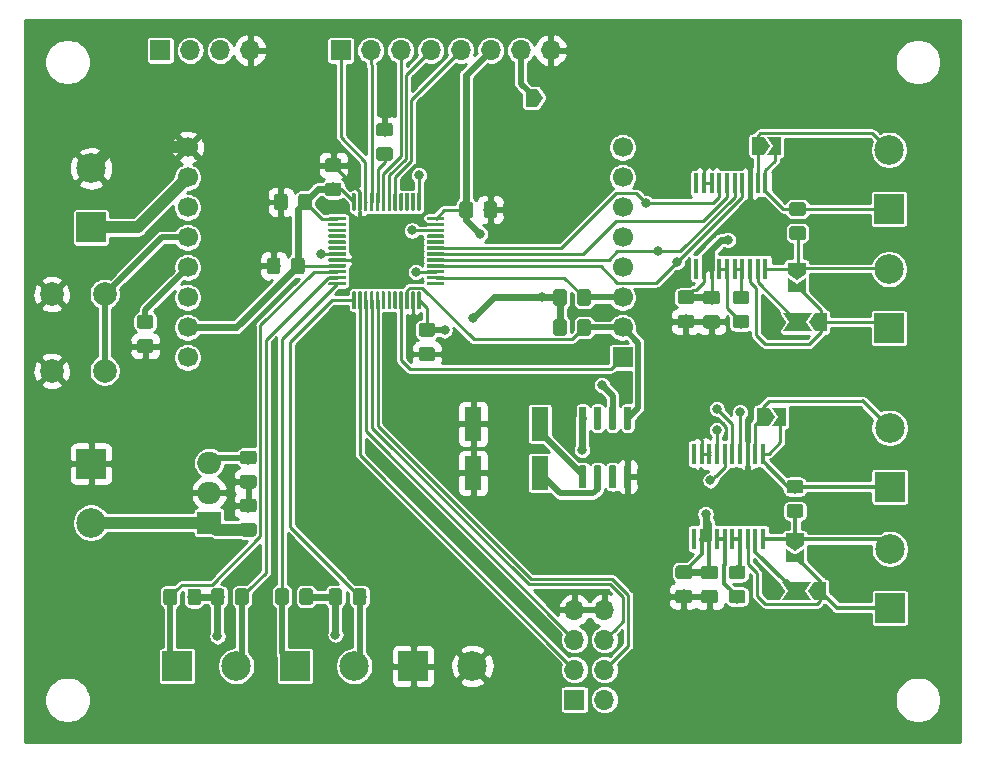
<source format=gbr>
G04 #@! TF.GenerationSoftware,KiCad,Pcbnew,5.1.2*
G04 #@! TF.CreationDate,2019-07-01T14:10:27+02:00*
G04 #@! TF.ProjectId,pcb,7063622e-6b69-4636-9164-5f7063625858,rev?*
G04 #@! TF.SameCoordinates,Original*
G04 #@! TF.FileFunction,Copper,L1,Top*
G04 #@! TF.FilePolarity,Positive*
%FSLAX46Y46*%
G04 Gerber Fmt 4.6, Leading zero omitted, Abs format (unit mm)*
G04 Created by KiCad (PCBNEW 5.1.2) date 2019-07-01 14:10:27*
%MOMM*%
%LPD*%
G04 APERTURE LIST*
%ADD10R,2.500000X2.500000*%
%ADD11C,2.500000*%
%ADD12R,1.700000X1.700000*%
%ADD13C,1.700000*%
%ADD14C,0.100000*%
%ADD15C,1.150000*%
%ADD16O,1.700000X1.700000*%
%ADD17C,0.300000*%
%ADD18C,2.000000*%
%ADD19R,0.450000X1.750000*%
%ADD20R,2.000000X1.905000*%
%ADD21O,2.000000X1.905000*%
%ADD22C,0.600000*%
%ADD23R,1.430000X2.850000*%
%ADD24C,0.800000*%
%ADD25C,0.250000*%
%ADD26C,0.500000*%
%ADD27C,1.000000*%
%ADD28C,0.350000*%
%ADD29C,0.600000*%
G04 APERTURE END LIST*
D10*
X56000000Y-48000000D03*
D11*
X56000000Y-43000000D03*
D12*
X101000000Y-59000000D03*
D13*
X101000000Y-56460000D03*
X101000000Y-53920000D03*
X101000000Y-51380000D03*
X101000000Y-48840000D03*
X101000000Y-46300000D03*
X101000000Y-43760000D03*
X101000000Y-41220000D03*
X64170000Y-41220000D03*
X64170000Y-43760000D03*
X64170000Y-46300000D03*
X64170000Y-48840000D03*
X64170000Y-51380000D03*
X64170000Y-53920000D03*
X64170000Y-56460000D03*
X64170000Y-59000000D03*
D14*
G36*
X74466705Y-45148204D02*
G01*
X74490973Y-45151804D01*
X74514772Y-45157765D01*
X74537871Y-45166030D01*
X74560050Y-45176520D01*
X74581093Y-45189132D01*
X74600799Y-45203747D01*
X74618977Y-45220223D01*
X74635453Y-45238401D01*
X74650068Y-45258107D01*
X74662680Y-45279150D01*
X74673170Y-45301329D01*
X74681435Y-45324428D01*
X74687396Y-45348227D01*
X74690996Y-45372495D01*
X74692200Y-45396999D01*
X74692200Y-46297001D01*
X74690996Y-46321505D01*
X74687396Y-46345773D01*
X74681435Y-46369572D01*
X74673170Y-46392671D01*
X74662680Y-46414850D01*
X74650068Y-46435893D01*
X74635453Y-46455599D01*
X74618977Y-46473777D01*
X74600799Y-46490253D01*
X74581093Y-46504868D01*
X74560050Y-46517480D01*
X74537871Y-46527970D01*
X74514772Y-46536235D01*
X74490973Y-46542196D01*
X74466705Y-46545796D01*
X74442201Y-46547000D01*
X73792199Y-46547000D01*
X73767695Y-46545796D01*
X73743427Y-46542196D01*
X73719628Y-46536235D01*
X73696529Y-46527970D01*
X73674350Y-46517480D01*
X73653307Y-46504868D01*
X73633601Y-46490253D01*
X73615423Y-46473777D01*
X73598947Y-46455599D01*
X73584332Y-46435893D01*
X73571720Y-46414850D01*
X73561230Y-46392671D01*
X73552965Y-46369572D01*
X73547004Y-46345773D01*
X73543404Y-46321505D01*
X73542200Y-46297001D01*
X73542200Y-45396999D01*
X73543404Y-45372495D01*
X73547004Y-45348227D01*
X73552965Y-45324428D01*
X73561230Y-45301329D01*
X73571720Y-45279150D01*
X73584332Y-45258107D01*
X73598947Y-45238401D01*
X73615423Y-45220223D01*
X73633601Y-45203747D01*
X73653307Y-45189132D01*
X73674350Y-45176520D01*
X73696529Y-45166030D01*
X73719628Y-45157765D01*
X73743427Y-45151804D01*
X73767695Y-45148204D01*
X73792199Y-45147000D01*
X74442201Y-45147000D01*
X74466705Y-45148204D01*
X74466705Y-45148204D01*
G37*
D15*
X74117200Y-45847000D03*
D14*
G36*
X72416705Y-45148204D02*
G01*
X72440973Y-45151804D01*
X72464772Y-45157765D01*
X72487871Y-45166030D01*
X72510050Y-45176520D01*
X72531093Y-45189132D01*
X72550799Y-45203747D01*
X72568977Y-45220223D01*
X72585453Y-45238401D01*
X72600068Y-45258107D01*
X72612680Y-45279150D01*
X72623170Y-45301329D01*
X72631435Y-45324428D01*
X72637396Y-45348227D01*
X72640996Y-45372495D01*
X72642200Y-45396999D01*
X72642200Y-46297001D01*
X72640996Y-46321505D01*
X72637396Y-46345773D01*
X72631435Y-46369572D01*
X72623170Y-46392671D01*
X72612680Y-46414850D01*
X72600068Y-46435893D01*
X72585453Y-46455599D01*
X72568977Y-46473777D01*
X72550799Y-46490253D01*
X72531093Y-46504868D01*
X72510050Y-46517480D01*
X72487871Y-46527970D01*
X72464772Y-46536235D01*
X72440973Y-46542196D01*
X72416705Y-46545796D01*
X72392201Y-46547000D01*
X71742199Y-46547000D01*
X71717695Y-46545796D01*
X71693427Y-46542196D01*
X71669628Y-46536235D01*
X71646529Y-46527970D01*
X71624350Y-46517480D01*
X71603307Y-46504868D01*
X71583601Y-46490253D01*
X71565423Y-46473777D01*
X71548947Y-46455599D01*
X71534332Y-46435893D01*
X71521720Y-46414850D01*
X71511230Y-46392671D01*
X71502965Y-46369572D01*
X71497004Y-46345773D01*
X71493404Y-46321505D01*
X71492200Y-46297001D01*
X71492200Y-45396999D01*
X71493404Y-45372495D01*
X71497004Y-45348227D01*
X71502965Y-45324428D01*
X71511230Y-45301329D01*
X71521720Y-45279150D01*
X71534332Y-45258107D01*
X71548947Y-45238401D01*
X71565423Y-45220223D01*
X71583601Y-45203747D01*
X71603307Y-45189132D01*
X71624350Y-45176520D01*
X71646529Y-45166030D01*
X71669628Y-45157765D01*
X71693427Y-45151804D01*
X71717695Y-45148204D01*
X71742199Y-45147000D01*
X72392201Y-45147000D01*
X72416705Y-45148204D01*
X72416705Y-45148204D01*
G37*
D15*
X72067200Y-45847000D03*
D14*
G36*
X71807105Y-50558404D02*
G01*
X71831373Y-50562004D01*
X71855172Y-50567965D01*
X71878271Y-50576230D01*
X71900450Y-50586720D01*
X71921493Y-50599332D01*
X71941199Y-50613947D01*
X71959377Y-50630423D01*
X71975853Y-50648601D01*
X71990468Y-50668307D01*
X72003080Y-50689350D01*
X72013570Y-50711529D01*
X72021835Y-50734628D01*
X72027796Y-50758427D01*
X72031396Y-50782695D01*
X72032600Y-50807199D01*
X72032600Y-51707201D01*
X72031396Y-51731705D01*
X72027796Y-51755973D01*
X72021835Y-51779772D01*
X72013570Y-51802871D01*
X72003080Y-51825050D01*
X71990468Y-51846093D01*
X71975853Y-51865799D01*
X71959377Y-51883977D01*
X71941199Y-51900453D01*
X71921493Y-51915068D01*
X71900450Y-51927680D01*
X71878271Y-51938170D01*
X71855172Y-51946435D01*
X71831373Y-51952396D01*
X71807105Y-51955996D01*
X71782601Y-51957200D01*
X71132599Y-51957200D01*
X71108095Y-51955996D01*
X71083827Y-51952396D01*
X71060028Y-51946435D01*
X71036929Y-51938170D01*
X71014750Y-51927680D01*
X70993707Y-51915068D01*
X70974001Y-51900453D01*
X70955823Y-51883977D01*
X70939347Y-51865799D01*
X70924732Y-51846093D01*
X70912120Y-51825050D01*
X70901630Y-51802871D01*
X70893365Y-51779772D01*
X70887404Y-51755973D01*
X70883804Y-51731705D01*
X70882600Y-51707201D01*
X70882600Y-50807199D01*
X70883804Y-50782695D01*
X70887404Y-50758427D01*
X70893365Y-50734628D01*
X70901630Y-50711529D01*
X70912120Y-50689350D01*
X70924732Y-50668307D01*
X70939347Y-50648601D01*
X70955823Y-50630423D01*
X70974001Y-50613947D01*
X70993707Y-50599332D01*
X71014750Y-50586720D01*
X71036929Y-50576230D01*
X71060028Y-50567965D01*
X71083827Y-50562004D01*
X71108095Y-50558404D01*
X71132599Y-50557200D01*
X71782601Y-50557200D01*
X71807105Y-50558404D01*
X71807105Y-50558404D01*
G37*
D15*
X71457600Y-51257200D03*
D14*
G36*
X73857105Y-50558404D02*
G01*
X73881373Y-50562004D01*
X73905172Y-50567965D01*
X73928271Y-50576230D01*
X73950450Y-50586720D01*
X73971493Y-50599332D01*
X73991199Y-50613947D01*
X74009377Y-50630423D01*
X74025853Y-50648601D01*
X74040468Y-50668307D01*
X74053080Y-50689350D01*
X74063570Y-50711529D01*
X74071835Y-50734628D01*
X74077796Y-50758427D01*
X74081396Y-50782695D01*
X74082600Y-50807199D01*
X74082600Y-51707201D01*
X74081396Y-51731705D01*
X74077796Y-51755973D01*
X74071835Y-51779772D01*
X74063570Y-51802871D01*
X74053080Y-51825050D01*
X74040468Y-51846093D01*
X74025853Y-51865799D01*
X74009377Y-51883977D01*
X73991199Y-51900453D01*
X73971493Y-51915068D01*
X73950450Y-51927680D01*
X73928271Y-51938170D01*
X73905172Y-51946435D01*
X73881373Y-51952396D01*
X73857105Y-51955996D01*
X73832601Y-51957200D01*
X73182599Y-51957200D01*
X73158095Y-51955996D01*
X73133827Y-51952396D01*
X73110028Y-51946435D01*
X73086929Y-51938170D01*
X73064750Y-51927680D01*
X73043707Y-51915068D01*
X73024001Y-51900453D01*
X73005823Y-51883977D01*
X72989347Y-51865799D01*
X72974732Y-51846093D01*
X72962120Y-51825050D01*
X72951630Y-51802871D01*
X72943365Y-51779772D01*
X72937404Y-51755973D01*
X72933804Y-51731705D01*
X72932600Y-51707201D01*
X72932600Y-50807199D01*
X72933804Y-50782695D01*
X72937404Y-50758427D01*
X72943365Y-50734628D01*
X72951630Y-50711529D01*
X72962120Y-50689350D01*
X72974732Y-50668307D01*
X72989347Y-50648601D01*
X73005823Y-50630423D01*
X73024001Y-50613947D01*
X73043707Y-50599332D01*
X73064750Y-50586720D01*
X73086929Y-50576230D01*
X73110028Y-50567965D01*
X73133827Y-50562004D01*
X73158095Y-50558404D01*
X73182599Y-50557200D01*
X73832601Y-50557200D01*
X73857105Y-50558404D01*
X73857105Y-50558404D01*
G37*
D15*
X73507600Y-51257200D03*
D14*
G36*
X84904105Y-56093604D02*
G01*
X84928373Y-56097204D01*
X84952172Y-56103165D01*
X84975271Y-56111430D01*
X84997450Y-56121920D01*
X85018493Y-56134532D01*
X85038199Y-56149147D01*
X85056377Y-56165623D01*
X85072853Y-56183801D01*
X85087468Y-56203507D01*
X85100080Y-56224550D01*
X85110570Y-56246729D01*
X85118835Y-56269828D01*
X85124796Y-56293627D01*
X85128396Y-56317895D01*
X85129600Y-56342399D01*
X85129600Y-56992401D01*
X85128396Y-57016905D01*
X85124796Y-57041173D01*
X85118835Y-57064972D01*
X85110570Y-57088071D01*
X85100080Y-57110250D01*
X85087468Y-57131293D01*
X85072853Y-57150999D01*
X85056377Y-57169177D01*
X85038199Y-57185653D01*
X85018493Y-57200268D01*
X84997450Y-57212880D01*
X84975271Y-57223370D01*
X84952172Y-57231635D01*
X84928373Y-57237596D01*
X84904105Y-57241196D01*
X84879601Y-57242400D01*
X83979599Y-57242400D01*
X83955095Y-57241196D01*
X83930827Y-57237596D01*
X83907028Y-57231635D01*
X83883929Y-57223370D01*
X83861750Y-57212880D01*
X83840707Y-57200268D01*
X83821001Y-57185653D01*
X83802823Y-57169177D01*
X83786347Y-57150999D01*
X83771732Y-57131293D01*
X83759120Y-57110250D01*
X83748630Y-57088071D01*
X83740365Y-57064972D01*
X83734404Y-57041173D01*
X83730804Y-57016905D01*
X83729600Y-56992401D01*
X83729600Y-56342399D01*
X83730804Y-56317895D01*
X83734404Y-56293627D01*
X83740365Y-56269828D01*
X83748630Y-56246729D01*
X83759120Y-56224550D01*
X83771732Y-56203507D01*
X83786347Y-56183801D01*
X83802823Y-56165623D01*
X83821001Y-56149147D01*
X83840707Y-56134532D01*
X83861750Y-56121920D01*
X83883929Y-56111430D01*
X83907028Y-56103165D01*
X83930827Y-56097204D01*
X83955095Y-56093604D01*
X83979599Y-56092400D01*
X84879601Y-56092400D01*
X84904105Y-56093604D01*
X84904105Y-56093604D01*
G37*
D15*
X84429600Y-56667400D03*
D14*
G36*
X84904105Y-58143604D02*
G01*
X84928373Y-58147204D01*
X84952172Y-58153165D01*
X84975271Y-58161430D01*
X84997450Y-58171920D01*
X85018493Y-58184532D01*
X85038199Y-58199147D01*
X85056377Y-58215623D01*
X85072853Y-58233801D01*
X85087468Y-58253507D01*
X85100080Y-58274550D01*
X85110570Y-58296729D01*
X85118835Y-58319828D01*
X85124796Y-58343627D01*
X85128396Y-58367895D01*
X85129600Y-58392399D01*
X85129600Y-59042401D01*
X85128396Y-59066905D01*
X85124796Y-59091173D01*
X85118835Y-59114972D01*
X85110570Y-59138071D01*
X85100080Y-59160250D01*
X85087468Y-59181293D01*
X85072853Y-59200999D01*
X85056377Y-59219177D01*
X85038199Y-59235653D01*
X85018493Y-59250268D01*
X84997450Y-59262880D01*
X84975271Y-59273370D01*
X84952172Y-59281635D01*
X84928373Y-59287596D01*
X84904105Y-59291196D01*
X84879601Y-59292400D01*
X83979599Y-59292400D01*
X83955095Y-59291196D01*
X83930827Y-59287596D01*
X83907028Y-59281635D01*
X83883929Y-59273370D01*
X83861750Y-59262880D01*
X83840707Y-59250268D01*
X83821001Y-59235653D01*
X83802823Y-59219177D01*
X83786347Y-59200999D01*
X83771732Y-59181293D01*
X83759120Y-59160250D01*
X83748630Y-59138071D01*
X83740365Y-59114972D01*
X83734404Y-59091173D01*
X83730804Y-59066905D01*
X83729600Y-59042401D01*
X83729600Y-58392399D01*
X83730804Y-58367895D01*
X83734404Y-58343627D01*
X83740365Y-58319828D01*
X83748630Y-58296729D01*
X83759120Y-58274550D01*
X83771732Y-58253507D01*
X83786347Y-58233801D01*
X83802823Y-58215623D01*
X83821001Y-58199147D01*
X83840707Y-58184532D01*
X83861750Y-58171920D01*
X83883929Y-58161430D01*
X83907028Y-58153165D01*
X83930827Y-58147204D01*
X83955095Y-58143604D01*
X83979599Y-58142400D01*
X84879601Y-58142400D01*
X84904105Y-58143604D01*
X84904105Y-58143604D01*
G37*
D15*
X84429600Y-58717400D03*
D14*
G36*
X90149505Y-45801204D02*
G01*
X90173773Y-45804804D01*
X90197572Y-45810765D01*
X90220671Y-45819030D01*
X90242850Y-45829520D01*
X90263893Y-45842132D01*
X90283599Y-45856747D01*
X90301777Y-45873223D01*
X90318253Y-45891401D01*
X90332868Y-45911107D01*
X90345480Y-45932150D01*
X90355970Y-45954329D01*
X90364235Y-45977428D01*
X90370196Y-46001227D01*
X90373796Y-46025495D01*
X90375000Y-46049999D01*
X90375000Y-46950001D01*
X90373796Y-46974505D01*
X90370196Y-46998773D01*
X90364235Y-47022572D01*
X90355970Y-47045671D01*
X90345480Y-47067850D01*
X90332868Y-47088893D01*
X90318253Y-47108599D01*
X90301777Y-47126777D01*
X90283599Y-47143253D01*
X90263893Y-47157868D01*
X90242850Y-47170480D01*
X90220671Y-47180970D01*
X90197572Y-47189235D01*
X90173773Y-47195196D01*
X90149505Y-47198796D01*
X90125001Y-47200000D01*
X89474999Y-47200000D01*
X89450495Y-47198796D01*
X89426227Y-47195196D01*
X89402428Y-47189235D01*
X89379329Y-47180970D01*
X89357150Y-47170480D01*
X89336107Y-47157868D01*
X89316401Y-47143253D01*
X89298223Y-47126777D01*
X89281747Y-47108599D01*
X89267132Y-47088893D01*
X89254520Y-47067850D01*
X89244030Y-47045671D01*
X89235765Y-47022572D01*
X89229804Y-46998773D01*
X89226204Y-46974505D01*
X89225000Y-46950001D01*
X89225000Y-46049999D01*
X89226204Y-46025495D01*
X89229804Y-46001227D01*
X89235765Y-45977428D01*
X89244030Y-45954329D01*
X89254520Y-45932150D01*
X89267132Y-45911107D01*
X89281747Y-45891401D01*
X89298223Y-45873223D01*
X89316401Y-45856747D01*
X89336107Y-45842132D01*
X89357150Y-45829520D01*
X89379329Y-45819030D01*
X89402428Y-45810765D01*
X89426227Y-45804804D01*
X89450495Y-45801204D01*
X89474999Y-45800000D01*
X90125001Y-45800000D01*
X90149505Y-45801204D01*
X90149505Y-45801204D01*
G37*
D15*
X89800000Y-46500000D03*
D14*
G36*
X88099505Y-45801204D02*
G01*
X88123773Y-45804804D01*
X88147572Y-45810765D01*
X88170671Y-45819030D01*
X88192850Y-45829520D01*
X88213893Y-45842132D01*
X88233599Y-45856747D01*
X88251777Y-45873223D01*
X88268253Y-45891401D01*
X88282868Y-45911107D01*
X88295480Y-45932150D01*
X88305970Y-45954329D01*
X88314235Y-45977428D01*
X88320196Y-46001227D01*
X88323796Y-46025495D01*
X88325000Y-46049999D01*
X88325000Y-46950001D01*
X88323796Y-46974505D01*
X88320196Y-46998773D01*
X88314235Y-47022572D01*
X88305970Y-47045671D01*
X88295480Y-47067850D01*
X88282868Y-47088893D01*
X88268253Y-47108599D01*
X88251777Y-47126777D01*
X88233599Y-47143253D01*
X88213893Y-47157868D01*
X88192850Y-47170480D01*
X88170671Y-47180970D01*
X88147572Y-47189235D01*
X88123773Y-47195196D01*
X88099505Y-47198796D01*
X88075001Y-47200000D01*
X87424999Y-47200000D01*
X87400495Y-47198796D01*
X87376227Y-47195196D01*
X87352428Y-47189235D01*
X87329329Y-47180970D01*
X87307150Y-47170480D01*
X87286107Y-47157868D01*
X87266401Y-47143253D01*
X87248223Y-47126777D01*
X87231747Y-47108599D01*
X87217132Y-47088893D01*
X87204520Y-47067850D01*
X87194030Y-47045671D01*
X87185765Y-47022572D01*
X87179804Y-46998773D01*
X87176204Y-46974505D01*
X87175000Y-46950001D01*
X87175000Y-46049999D01*
X87176204Y-46025495D01*
X87179804Y-46001227D01*
X87185765Y-45977428D01*
X87194030Y-45954329D01*
X87204520Y-45932150D01*
X87217132Y-45911107D01*
X87231747Y-45891401D01*
X87248223Y-45873223D01*
X87266401Y-45856747D01*
X87286107Y-45842132D01*
X87307150Y-45829520D01*
X87329329Y-45819030D01*
X87352428Y-45810765D01*
X87376227Y-45804804D01*
X87400495Y-45801204D01*
X87424999Y-45800000D01*
X88075001Y-45800000D01*
X88099505Y-45801204D01*
X88099505Y-45801204D01*
G37*
D15*
X87750000Y-46500000D03*
D14*
G36*
X76974505Y-44201204D02*
G01*
X76998773Y-44204804D01*
X77022572Y-44210765D01*
X77045671Y-44219030D01*
X77067850Y-44229520D01*
X77088893Y-44242132D01*
X77108599Y-44256747D01*
X77126777Y-44273223D01*
X77143253Y-44291401D01*
X77157868Y-44311107D01*
X77170480Y-44332150D01*
X77180970Y-44354329D01*
X77189235Y-44377428D01*
X77195196Y-44401227D01*
X77198796Y-44425495D01*
X77200000Y-44449999D01*
X77200000Y-45100001D01*
X77198796Y-45124505D01*
X77195196Y-45148773D01*
X77189235Y-45172572D01*
X77180970Y-45195671D01*
X77170480Y-45217850D01*
X77157868Y-45238893D01*
X77143253Y-45258599D01*
X77126777Y-45276777D01*
X77108599Y-45293253D01*
X77088893Y-45307868D01*
X77067850Y-45320480D01*
X77045671Y-45330970D01*
X77022572Y-45339235D01*
X76998773Y-45345196D01*
X76974505Y-45348796D01*
X76950001Y-45350000D01*
X76049999Y-45350000D01*
X76025495Y-45348796D01*
X76001227Y-45345196D01*
X75977428Y-45339235D01*
X75954329Y-45330970D01*
X75932150Y-45320480D01*
X75911107Y-45307868D01*
X75891401Y-45293253D01*
X75873223Y-45276777D01*
X75856747Y-45258599D01*
X75842132Y-45238893D01*
X75829520Y-45217850D01*
X75819030Y-45195671D01*
X75810765Y-45172572D01*
X75804804Y-45148773D01*
X75801204Y-45124505D01*
X75800000Y-45100001D01*
X75800000Y-44449999D01*
X75801204Y-44425495D01*
X75804804Y-44401227D01*
X75810765Y-44377428D01*
X75819030Y-44354329D01*
X75829520Y-44332150D01*
X75842132Y-44311107D01*
X75856747Y-44291401D01*
X75873223Y-44273223D01*
X75891401Y-44256747D01*
X75911107Y-44242132D01*
X75932150Y-44229520D01*
X75954329Y-44219030D01*
X75977428Y-44210765D01*
X76001227Y-44204804D01*
X76025495Y-44201204D01*
X76049999Y-44200000D01*
X76950001Y-44200000D01*
X76974505Y-44201204D01*
X76974505Y-44201204D01*
G37*
D15*
X76500000Y-44775000D03*
D14*
G36*
X76974505Y-42151204D02*
G01*
X76998773Y-42154804D01*
X77022572Y-42160765D01*
X77045671Y-42169030D01*
X77067850Y-42179520D01*
X77088893Y-42192132D01*
X77108599Y-42206747D01*
X77126777Y-42223223D01*
X77143253Y-42241401D01*
X77157868Y-42261107D01*
X77170480Y-42282150D01*
X77180970Y-42304329D01*
X77189235Y-42327428D01*
X77195196Y-42351227D01*
X77198796Y-42375495D01*
X77200000Y-42399999D01*
X77200000Y-43050001D01*
X77198796Y-43074505D01*
X77195196Y-43098773D01*
X77189235Y-43122572D01*
X77180970Y-43145671D01*
X77170480Y-43167850D01*
X77157868Y-43188893D01*
X77143253Y-43208599D01*
X77126777Y-43226777D01*
X77108599Y-43243253D01*
X77088893Y-43257868D01*
X77067850Y-43270480D01*
X77045671Y-43280970D01*
X77022572Y-43289235D01*
X76998773Y-43295196D01*
X76974505Y-43298796D01*
X76950001Y-43300000D01*
X76049999Y-43300000D01*
X76025495Y-43298796D01*
X76001227Y-43295196D01*
X75977428Y-43289235D01*
X75954329Y-43280970D01*
X75932150Y-43270480D01*
X75911107Y-43257868D01*
X75891401Y-43243253D01*
X75873223Y-43226777D01*
X75856747Y-43208599D01*
X75842132Y-43188893D01*
X75829520Y-43167850D01*
X75819030Y-43145671D01*
X75810765Y-43122572D01*
X75804804Y-43098773D01*
X75801204Y-43074505D01*
X75800000Y-43050001D01*
X75800000Y-42399999D01*
X75801204Y-42375495D01*
X75804804Y-42351227D01*
X75810765Y-42327428D01*
X75819030Y-42304329D01*
X75829520Y-42282150D01*
X75842132Y-42261107D01*
X75856747Y-42241401D01*
X75873223Y-42223223D01*
X75891401Y-42206747D01*
X75911107Y-42192132D01*
X75932150Y-42179520D01*
X75954329Y-42169030D01*
X75977428Y-42160765D01*
X76001227Y-42154804D01*
X76025495Y-42151204D01*
X76049999Y-42150000D01*
X76950001Y-42150000D01*
X76974505Y-42151204D01*
X76974505Y-42151204D01*
G37*
D15*
X76500000Y-42725000D03*
D14*
G36*
X69786505Y-73021404D02*
G01*
X69810773Y-73025004D01*
X69834572Y-73030965D01*
X69857671Y-73039230D01*
X69879850Y-73049720D01*
X69900893Y-73062332D01*
X69920599Y-73076947D01*
X69938777Y-73093423D01*
X69955253Y-73111601D01*
X69969868Y-73131307D01*
X69982480Y-73152350D01*
X69992970Y-73174529D01*
X70001235Y-73197628D01*
X70007196Y-73221427D01*
X70010796Y-73245695D01*
X70012000Y-73270199D01*
X70012000Y-73920201D01*
X70010796Y-73944705D01*
X70007196Y-73968973D01*
X70001235Y-73992772D01*
X69992970Y-74015871D01*
X69982480Y-74038050D01*
X69969868Y-74059093D01*
X69955253Y-74078799D01*
X69938777Y-74096977D01*
X69920599Y-74113453D01*
X69900893Y-74128068D01*
X69879850Y-74140680D01*
X69857671Y-74151170D01*
X69834572Y-74159435D01*
X69810773Y-74165396D01*
X69786505Y-74168996D01*
X69762001Y-74170200D01*
X68861999Y-74170200D01*
X68837495Y-74168996D01*
X68813227Y-74165396D01*
X68789428Y-74159435D01*
X68766329Y-74151170D01*
X68744150Y-74140680D01*
X68723107Y-74128068D01*
X68703401Y-74113453D01*
X68685223Y-74096977D01*
X68668747Y-74078799D01*
X68654132Y-74059093D01*
X68641520Y-74038050D01*
X68631030Y-74015871D01*
X68622765Y-73992772D01*
X68616804Y-73968973D01*
X68613204Y-73944705D01*
X68612000Y-73920201D01*
X68612000Y-73270199D01*
X68613204Y-73245695D01*
X68616804Y-73221427D01*
X68622765Y-73197628D01*
X68631030Y-73174529D01*
X68641520Y-73152350D01*
X68654132Y-73131307D01*
X68668747Y-73111601D01*
X68685223Y-73093423D01*
X68703401Y-73076947D01*
X68723107Y-73062332D01*
X68744150Y-73049720D01*
X68766329Y-73039230D01*
X68789428Y-73030965D01*
X68813227Y-73025004D01*
X68837495Y-73021404D01*
X68861999Y-73020200D01*
X69762001Y-73020200D01*
X69786505Y-73021404D01*
X69786505Y-73021404D01*
G37*
D15*
X69312000Y-73595200D03*
D14*
G36*
X69786505Y-70971404D02*
G01*
X69810773Y-70975004D01*
X69834572Y-70980965D01*
X69857671Y-70989230D01*
X69879850Y-70999720D01*
X69900893Y-71012332D01*
X69920599Y-71026947D01*
X69938777Y-71043423D01*
X69955253Y-71061601D01*
X69969868Y-71081307D01*
X69982480Y-71102350D01*
X69992970Y-71124529D01*
X70001235Y-71147628D01*
X70007196Y-71171427D01*
X70010796Y-71195695D01*
X70012000Y-71220199D01*
X70012000Y-71870201D01*
X70010796Y-71894705D01*
X70007196Y-71918973D01*
X70001235Y-71942772D01*
X69992970Y-71965871D01*
X69982480Y-71988050D01*
X69969868Y-72009093D01*
X69955253Y-72028799D01*
X69938777Y-72046977D01*
X69920599Y-72063453D01*
X69900893Y-72078068D01*
X69879850Y-72090680D01*
X69857671Y-72101170D01*
X69834572Y-72109435D01*
X69810773Y-72115396D01*
X69786505Y-72118996D01*
X69762001Y-72120200D01*
X68861999Y-72120200D01*
X68837495Y-72118996D01*
X68813227Y-72115396D01*
X68789428Y-72109435D01*
X68766329Y-72101170D01*
X68744150Y-72090680D01*
X68723107Y-72078068D01*
X68703401Y-72063453D01*
X68685223Y-72046977D01*
X68668747Y-72028799D01*
X68654132Y-72009093D01*
X68641520Y-71988050D01*
X68631030Y-71965871D01*
X68622765Y-71942772D01*
X68616804Y-71918973D01*
X68613204Y-71894705D01*
X68612000Y-71870201D01*
X68612000Y-71220199D01*
X68613204Y-71195695D01*
X68616804Y-71171427D01*
X68622765Y-71147628D01*
X68631030Y-71124529D01*
X68641520Y-71102350D01*
X68654132Y-71081307D01*
X68668747Y-71061601D01*
X68685223Y-71043423D01*
X68703401Y-71026947D01*
X68723107Y-71012332D01*
X68744150Y-70999720D01*
X68766329Y-70989230D01*
X68789428Y-70980965D01*
X68813227Y-70975004D01*
X68837495Y-70971404D01*
X68861999Y-70970200D01*
X69762001Y-70970200D01*
X69786505Y-70971404D01*
X69786505Y-70971404D01*
G37*
D15*
X69312000Y-71545200D03*
D14*
G36*
X69786505Y-66907404D02*
G01*
X69810773Y-66911004D01*
X69834572Y-66916965D01*
X69857671Y-66925230D01*
X69879850Y-66935720D01*
X69900893Y-66948332D01*
X69920599Y-66962947D01*
X69938777Y-66979423D01*
X69955253Y-66997601D01*
X69969868Y-67017307D01*
X69982480Y-67038350D01*
X69992970Y-67060529D01*
X70001235Y-67083628D01*
X70007196Y-67107427D01*
X70010796Y-67131695D01*
X70012000Y-67156199D01*
X70012000Y-67806201D01*
X70010796Y-67830705D01*
X70007196Y-67854973D01*
X70001235Y-67878772D01*
X69992970Y-67901871D01*
X69982480Y-67924050D01*
X69969868Y-67945093D01*
X69955253Y-67964799D01*
X69938777Y-67982977D01*
X69920599Y-67999453D01*
X69900893Y-68014068D01*
X69879850Y-68026680D01*
X69857671Y-68037170D01*
X69834572Y-68045435D01*
X69810773Y-68051396D01*
X69786505Y-68054996D01*
X69762001Y-68056200D01*
X68861999Y-68056200D01*
X68837495Y-68054996D01*
X68813227Y-68051396D01*
X68789428Y-68045435D01*
X68766329Y-68037170D01*
X68744150Y-68026680D01*
X68723107Y-68014068D01*
X68703401Y-67999453D01*
X68685223Y-67982977D01*
X68668747Y-67964799D01*
X68654132Y-67945093D01*
X68641520Y-67924050D01*
X68631030Y-67901871D01*
X68622765Y-67878772D01*
X68616804Y-67854973D01*
X68613204Y-67830705D01*
X68612000Y-67806201D01*
X68612000Y-67156199D01*
X68613204Y-67131695D01*
X68616804Y-67107427D01*
X68622765Y-67083628D01*
X68631030Y-67060529D01*
X68641520Y-67038350D01*
X68654132Y-67017307D01*
X68668747Y-66997601D01*
X68685223Y-66979423D01*
X68703401Y-66962947D01*
X68723107Y-66948332D01*
X68744150Y-66935720D01*
X68766329Y-66925230D01*
X68789428Y-66916965D01*
X68813227Y-66911004D01*
X68837495Y-66907404D01*
X68861999Y-66906200D01*
X69762001Y-66906200D01*
X69786505Y-66907404D01*
X69786505Y-66907404D01*
G37*
D15*
X69312000Y-67481200D03*
D14*
G36*
X69786505Y-68957404D02*
G01*
X69810773Y-68961004D01*
X69834572Y-68966965D01*
X69857671Y-68975230D01*
X69879850Y-68985720D01*
X69900893Y-68998332D01*
X69920599Y-69012947D01*
X69938777Y-69029423D01*
X69955253Y-69047601D01*
X69969868Y-69067307D01*
X69982480Y-69088350D01*
X69992970Y-69110529D01*
X70001235Y-69133628D01*
X70007196Y-69157427D01*
X70010796Y-69181695D01*
X70012000Y-69206199D01*
X70012000Y-69856201D01*
X70010796Y-69880705D01*
X70007196Y-69904973D01*
X70001235Y-69928772D01*
X69992970Y-69951871D01*
X69982480Y-69974050D01*
X69969868Y-69995093D01*
X69955253Y-70014799D01*
X69938777Y-70032977D01*
X69920599Y-70049453D01*
X69900893Y-70064068D01*
X69879850Y-70076680D01*
X69857671Y-70087170D01*
X69834572Y-70095435D01*
X69810773Y-70101396D01*
X69786505Y-70104996D01*
X69762001Y-70106200D01*
X68861999Y-70106200D01*
X68837495Y-70104996D01*
X68813227Y-70101396D01*
X68789428Y-70095435D01*
X68766329Y-70087170D01*
X68744150Y-70076680D01*
X68723107Y-70064068D01*
X68703401Y-70049453D01*
X68685223Y-70032977D01*
X68668747Y-70014799D01*
X68654132Y-69995093D01*
X68641520Y-69974050D01*
X68631030Y-69951871D01*
X68622765Y-69928772D01*
X68616804Y-69904973D01*
X68613204Y-69880705D01*
X68612000Y-69856201D01*
X68612000Y-69206199D01*
X68613204Y-69181695D01*
X68616804Y-69157427D01*
X68622765Y-69133628D01*
X68631030Y-69110529D01*
X68641520Y-69088350D01*
X68654132Y-69067307D01*
X68668747Y-69047601D01*
X68685223Y-69029423D01*
X68703401Y-69012947D01*
X68723107Y-68998332D01*
X68744150Y-68985720D01*
X68766329Y-68975230D01*
X68789428Y-68966965D01*
X68813227Y-68961004D01*
X68837495Y-68957404D01*
X68861999Y-68956200D01*
X69762001Y-68956200D01*
X69786505Y-68957404D01*
X69786505Y-68957404D01*
G37*
D15*
X69312000Y-69531200D03*
D14*
G36*
X106829385Y-53341404D02*
G01*
X106853653Y-53345004D01*
X106877452Y-53350965D01*
X106900551Y-53359230D01*
X106922730Y-53369720D01*
X106943773Y-53382332D01*
X106963479Y-53396947D01*
X106981657Y-53413423D01*
X106998133Y-53431601D01*
X107012748Y-53451307D01*
X107025360Y-53472350D01*
X107035850Y-53494529D01*
X107044115Y-53517628D01*
X107050076Y-53541427D01*
X107053676Y-53565695D01*
X107054880Y-53590199D01*
X107054880Y-54240201D01*
X107053676Y-54264705D01*
X107050076Y-54288973D01*
X107044115Y-54312772D01*
X107035850Y-54335871D01*
X107025360Y-54358050D01*
X107012748Y-54379093D01*
X106998133Y-54398799D01*
X106981657Y-54416977D01*
X106963479Y-54433453D01*
X106943773Y-54448068D01*
X106922730Y-54460680D01*
X106900551Y-54471170D01*
X106877452Y-54479435D01*
X106853653Y-54485396D01*
X106829385Y-54488996D01*
X106804881Y-54490200D01*
X105904879Y-54490200D01*
X105880375Y-54488996D01*
X105856107Y-54485396D01*
X105832308Y-54479435D01*
X105809209Y-54471170D01*
X105787030Y-54460680D01*
X105765987Y-54448068D01*
X105746281Y-54433453D01*
X105728103Y-54416977D01*
X105711627Y-54398799D01*
X105697012Y-54379093D01*
X105684400Y-54358050D01*
X105673910Y-54335871D01*
X105665645Y-54312772D01*
X105659684Y-54288973D01*
X105656084Y-54264705D01*
X105654880Y-54240201D01*
X105654880Y-53590199D01*
X105656084Y-53565695D01*
X105659684Y-53541427D01*
X105665645Y-53517628D01*
X105673910Y-53494529D01*
X105684400Y-53472350D01*
X105697012Y-53451307D01*
X105711627Y-53431601D01*
X105728103Y-53413423D01*
X105746281Y-53396947D01*
X105765987Y-53382332D01*
X105787030Y-53369720D01*
X105809209Y-53359230D01*
X105832308Y-53350965D01*
X105856107Y-53345004D01*
X105880375Y-53341404D01*
X105904879Y-53340200D01*
X106804881Y-53340200D01*
X106829385Y-53341404D01*
X106829385Y-53341404D01*
G37*
D15*
X106354880Y-53915200D03*
D14*
G36*
X106829385Y-55391404D02*
G01*
X106853653Y-55395004D01*
X106877452Y-55400965D01*
X106900551Y-55409230D01*
X106922730Y-55419720D01*
X106943773Y-55432332D01*
X106963479Y-55446947D01*
X106981657Y-55463423D01*
X106998133Y-55481601D01*
X107012748Y-55501307D01*
X107025360Y-55522350D01*
X107035850Y-55544529D01*
X107044115Y-55567628D01*
X107050076Y-55591427D01*
X107053676Y-55615695D01*
X107054880Y-55640199D01*
X107054880Y-56290201D01*
X107053676Y-56314705D01*
X107050076Y-56338973D01*
X107044115Y-56362772D01*
X107035850Y-56385871D01*
X107025360Y-56408050D01*
X107012748Y-56429093D01*
X106998133Y-56448799D01*
X106981657Y-56466977D01*
X106963479Y-56483453D01*
X106943773Y-56498068D01*
X106922730Y-56510680D01*
X106900551Y-56521170D01*
X106877452Y-56529435D01*
X106853653Y-56535396D01*
X106829385Y-56538996D01*
X106804881Y-56540200D01*
X105904879Y-56540200D01*
X105880375Y-56538996D01*
X105856107Y-56535396D01*
X105832308Y-56529435D01*
X105809209Y-56521170D01*
X105787030Y-56510680D01*
X105765987Y-56498068D01*
X105746281Y-56483453D01*
X105728103Y-56466977D01*
X105711627Y-56448799D01*
X105697012Y-56429093D01*
X105684400Y-56408050D01*
X105673910Y-56385871D01*
X105665645Y-56362772D01*
X105659684Y-56338973D01*
X105656084Y-56314705D01*
X105654880Y-56290201D01*
X105654880Y-55640199D01*
X105656084Y-55615695D01*
X105659684Y-55591427D01*
X105665645Y-55567628D01*
X105673910Y-55544529D01*
X105684400Y-55522350D01*
X105697012Y-55501307D01*
X105711627Y-55481601D01*
X105728103Y-55463423D01*
X105746281Y-55446947D01*
X105765987Y-55432332D01*
X105787030Y-55419720D01*
X105809209Y-55409230D01*
X105832308Y-55400965D01*
X105856107Y-55395004D01*
X105880375Y-55391404D01*
X105904879Y-55390200D01*
X106804881Y-55390200D01*
X106829385Y-55391404D01*
X106829385Y-55391404D01*
G37*
D15*
X106354880Y-55965200D03*
D14*
G36*
X109003625Y-55411724D02*
G01*
X109027893Y-55415324D01*
X109051692Y-55421285D01*
X109074791Y-55429550D01*
X109096970Y-55440040D01*
X109118013Y-55452652D01*
X109137719Y-55467267D01*
X109155897Y-55483743D01*
X109172373Y-55501921D01*
X109186988Y-55521627D01*
X109199600Y-55542670D01*
X109210090Y-55564849D01*
X109218355Y-55587948D01*
X109224316Y-55611747D01*
X109227916Y-55636015D01*
X109229120Y-55660519D01*
X109229120Y-56310521D01*
X109227916Y-56335025D01*
X109224316Y-56359293D01*
X109218355Y-56383092D01*
X109210090Y-56406191D01*
X109199600Y-56428370D01*
X109186988Y-56449413D01*
X109172373Y-56469119D01*
X109155897Y-56487297D01*
X109137719Y-56503773D01*
X109118013Y-56518388D01*
X109096970Y-56531000D01*
X109074791Y-56541490D01*
X109051692Y-56549755D01*
X109027893Y-56555716D01*
X109003625Y-56559316D01*
X108979121Y-56560520D01*
X108079119Y-56560520D01*
X108054615Y-56559316D01*
X108030347Y-56555716D01*
X108006548Y-56549755D01*
X107983449Y-56541490D01*
X107961270Y-56531000D01*
X107940227Y-56518388D01*
X107920521Y-56503773D01*
X107902343Y-56487297D01*
X107885867Y-56469119D01*
X107871252Y-56449413D01*
X107858640Y-56428370D01*
X107848150Y-56406191D01*
X107839885Y-56383092D01*
X107833924Y-56359293D01*
X107830324Y-56335025D01*
X107829120Y-56310521D01*
X107829120Y-55660519D01*
X107830324Y-55636015D01*
X107833924Y-55611747D01*
X107839885Y-55587948D01*
X107848150Y-55564849D01*
X107858640Y-55542670D01*
X107871252Y-55521627D01*
X107885867Y-55501921D01*
X107902343Y-55483743D01*
X107920521Y-55467267D01*
X107940227Y-55452652D01*
X107961270Y-55440040D01*
X107983449Y-55429550D01*
X108006548Y-55421285D01*
X108030347Y-55415324D01*
X108054615Y-55411724D01*
X108079119Y-55410520D01*
X108979121Y-55410520D01*
X109003625Y-55411724D01*
X109003625Y-55411724D01*
G37*
D15*
X108529120Y-55985520D03*
D14*
G36*
X109003625Y-53361724D02*
G01*
X109027893Y-53365324D01*
X109051692Y-53371285D01*
X109074791Y-53379550D01*
X109096970Y-53390040D01*
X109118013Y-53402652D01*
X109137719Y-53417267D01*
X109155897Y-53433743D01*
X109172373Y-53451921D01*
X109186988Y-53471627D01*
X109199600Y-53492670D01*
X109210090Y-53514849D01*
X109218355Y-53537948D01*
X109224316Y-53561747D01*
X109227916Y-53586015D01*
X109229120Y-53610519D01*
X109229120Y-54260521D01*
X109227916Y-54285025D01*
X109224316Y-54309293D01*
X109218355Y-54333092D01*
X109210090Y-54356191D01*
X109199600Y-54378370D01*
X109186988Y-54399413D01*
X109172373Y-54419119D01*
X109155897Y-54437297D01*
X109137719Y-54453773D01*
X109118013Y-54468388D01*
X109096970Y-54481000D01*
X109074791Y-54491490D01*
X109051692Y-54499755D01*
X109027893Y-54505716D01*
X109003625Y-54509316D01*
X108979121Y-54510520D01*
X108079119Y-54510520D01*
X108054615Y-54509316D01*
X108030347Y-54505716D01*
X108006548Y-54499755D01*
X107983449Y-54491490D01*
X107961270Y-54481000D01*
X107940227Y-54468388D01*
X107920521Y-54453773D01*
X107902343Y-54437297D01*
X107885867Y-54419119D01*
X107871252Y-54399413D01*
X107858640Y-54378370D01*
X107848150Y-54356191D01*
X107839885Y-54333092D01*
X107833924Y-54309293D01*
X107830324Y-54285025D01*
X107829120Y-54260521D01*
X107829120Y-53610519D01*
X107830324Y-53586015D01*
X107833924Y-53561747D01*
X107839885Y-53537948D01*
X107848150Y-53514849D01*
X107858640Y-53492670D01*
X107871252Y-53471627D01*
X107885867Y-53451921D01*
X107902343Y-53433743D01*
X107920521Y-53417267D01*
X107940227Y-53402652D01*
X107961270Y-53390040D01*
X107983449Y-53379550D01*
X108006548Y-53371285D01*
X108030347Y-53365324D01*
X108054615Y-53361724D01*
X108079119Y-53360520D01*
X108979121Y-53360520D01*
X109003625Y-53361724D01*
X109003625Y-53361724D01*
G37*
D15*
X108529120Y-53935520D03*
D14*
G36*
X116293425Y-47912484D02*
G01*
X116317693Y-47916084D01*
X116341492Y-47922045D01*
X116364591Y-47930310D01*
X116386770Y-47940800D01*
X116407813Y-47953412D01*
X116427519Y-47968027D01*
X116445697Y-47984503D01*
X116462173Y-48002681D01*
X116476788Y-48022387D01*
X116489400Y-48043430D01*
X116499890Y-48065609D01*
X116508155Y-48088708D01*
X116514116Y-48112507D01*
X116517716Y-48136775D01*
X116518920Y-48161279D01*
X116518920Y-48811281D01*
X116517716Y-48835785D01*
X116514116Y-48860053D01*
X116508155Y-48883852D01*
X116499890Y-48906951D01*
X116489400Y-48929130D01*
X116476788Y-48950173D01*
X116462173Y-48969879D01*
X116445697Y-48988057D01*
X116427519Y-49004533D01*
X116407813Y-49019148D01*
X116386770Y-49031760D01*
X116364591Y-49042250D01*
X116341492Y-49050515D01*
X116317693Y-49056476D01*
X116293425Y-49060076D01*
X116268921Y-49061280D01*
X115368919Y-49061280D01*
X115344415Y-49060076D01*
X115320147Y-49056476D01*
X115296348Y-49050515D01*
X115273249Y-49042250D01*
X115251070Y-49031760D01*
X115230027Y-49019148D01*
X115210321Y-49004533D01*
X115192143Y-48988057D01*
X115175667Y-48969879D01*
X115161052Y-48950173D01*
X115148440Y-48929130D01*
X115137950Y-48906951D01*
X115129685Y-48883852D01*
X115123724Y-48860053D01*
X115120124Y-48835785D01*
X115118920Y-48811281D01*
X115118920Y-48161279D01*
X115120124Y-48136775D01*
X115123724Y-48112507D01*
X115129685Y-48088708D01*
X115137950Y-48065609D01*
X115148440Y-48043430D01*
X115161052Y-48022387D01*
X115175667Y-48002681D01*
X115192143Y-47984503D01*
X115210321Y-47968027D01*
X115230027Y-47953412D01*
X115251070Y-47940800D01*
X115273249Y-47930310D01*
X115296348Y-47922045D01*
X115320147Y-47916084D01*
X115344415Y-47912484D01*
X115368919Y-47911280D01*
X116268921Y-47911280D01*
X116293425Y-47912484D01*
X116293425Y-47912484D01*
G37*
D15*
X115818920Y-48486280D03*
D14*
G36*
X116293425Y-45862484D02*
G01*
X116317693Y-45866084D01*
X116341492Y-45872045D01*
X116364591Y-45880310D01*
X116386770Y-45890800D01*
X116407813Y-45903412D01*
X116427519Y-45918027D01*
X116445697Y-45934503D01*
X116462173Y-45952681D01*
X116476788Y-45972387D01*
X116489400Y-45993430D01*
X116499890Y-46015609D01*
X116508155Y-46038708D01*
X116514116Y-46062507D01*
X116517716Y-46086775D01*
X116518920Y-46111279D01*
X116518920Y-46761281D01*
X116517716Y-46785785D01*
X116514116Y-46810053D01*
X116508155Y-46833852D01*
X116499890Y-46856951D01*
X116489400Y-46879130D01*
X116476788Y-46900173D01*
X116462173Y-46919879D01*
X116445697Y-46938057D01*
X116427519Y-46954533D01*
X116407813Y-46969148D01*
X116386770Y-46981760D01*
X116364591Y-46992250D01*
X116341492Y-47000515D01*
X116317693Y-47006476D01*
X116293425Y-47010076D01*
X116268921Y-47011280D01*
X115368919Y-47011280D01*
X115344415Y-47010076D01*
X115320147Y-47006476D01*
X115296348Y-47000515D01*
X115273249Y-46992250D01*
X115251070Y-46981760D01*
X115230027Y-46969148D01*
X115210321Y-46954533D01*
X115192143Y-46938057D01*
X115175667Y-46919879D01*
X115161052Y-46900173D01*
X115148440Y-46879130D01*
X115137950Y-46856951D01*
X115129685Y-46833852D01*
X115123724Y-46810053D01*
X115120124Y-46785785D01*
X115118920Y-46761281D01*
X115118920Y-46111279D01*
X115120124Y-46086775D01*
X115123724Y-46062507D01*
X115129685Y-46038708D01*
X115137950Y-46015609D01*
X115148440Y-45993430D01*
X115161052Y-45972387D01*
X115175667Y-45952681D01*
X115192143Y-45934503D01*
X115210321Y-45918027D01*
X115230027Y-45903412D01*
X115251070Y-45890800D01*
X115273249Y-45880310D01*
X115296348Y-45872045D01*
X115320147Y-45866084D01*
X115344415Y-45862484D01*
X115368919Y-45861280D01*
X116268921Y-45861280D01*
X116293425Y-45862484D01*
X116293425Y-45862484D01*
G37*
D15*
X115818920Y-46436280D03*
D14*
G36*
X106650505Y-78666104D02*
G01*
X106674773Y-78669704D01*
X106698572Y-78675665D01*
X106721671Y-78683930D01*
X106743850Y-78694420D01*
X106764893Y-78707032D01*
X106784599Y-78721647D01*
X106802777Y-78738123D01*
X106819253Y-78756301D01*
X106833868Y-78776007D01*
X106846480Y-78797050D01*
X106856970Y-78819229D01*
X106865235Y-78842328D01*
X106871196Y-78866127D01*
X106874796Y-78890395D01*
X106876000Y-78914899D01*
X106876000Y-79564901D01*
X106874796Y-79589405D01*
X106871196Y-79613673D01*
X106865235Y-79637472D01*
X106856970Y-79660571D01*
X106846480Y-79682750D01*
X106833868Y-79703793D01*
X106819253Y-79723499D01*
X106802777Y-79741677D01*
X106784599Y-79758153D01*
X106764893Y-79772768D01*
X106743850Y-79785380D01*
X106721671Y-79795870D01*
X106698572Y-79804135D01*
X106674773Y-79810096D01*
X106650505Y-79813696D01*
X106626001Y-79814900D01*
X105725999Y-79814900D01*
X105701495Y-79813696D01*
X105677227Y-79810096D01*
X105653428Y-79804135D01*
X105630329Y-79795870D01*
X105608150Y-79785380D01*
X105587107Y-79772768D01*
X105567401Y-79758153D01*
X105549223Y-79741677D01*
X105532747Y-79723499D01*
X105518132Y-79703793D01*
X105505520Y-79682750D01*
X105495030Y-79660571D01*
X105486765Y-79637472D01*
X105480804Y-79613673D01*
X105477204Y-79589405D01*
X105476000Y-79564901D01*
X105476000Y-78914899D01*
X105477204Y-78890395D01*
X105480804Y-78866127D01*
X105486765Y-78842328D01*
X105495030Y-78819229D01*
X105505520Y-78797050D01*
X105518132Y-78776007D01*
X105532747Y-78756301D01*
X105549223Y-78738123D01*
X105567401Y-78721647D01*
X105587107Y-78707032D01*
X105608150Y-78694420D01*
X105630329Y-78683930D01*
X105653428Y-78675665D01*
X105677227Y-78669704D01*
X105701495Y-78666104D01*
X105725999Y-78664900D01*
X106626001Y-78664900D01*
X106650505Y-78666104D01*
X106650505Y-78666104D01*
G37*
D15*
X106176000Y-79239900D03*
D14*
G36*
X106650505Y-76616104D02*
G01*
X106674773Y-76619704D01*
X106698572Y-76625665D01*
X106721671Y-76633930D01*
X106743850Y-76644420D01*
X106764893Y-76657032D01*
X106784599Y-76671647D01*
X106802777Y-76688123D01*
X106819253Y-76706301D01*
X106833868Y-76726007D01*
X106846480Y-76747050D01*
X106856970Y-76769229D01*
X106865235Y-76792328D01*
X106871196Y-76816127D01*
X106874796Y-76840395D01*
X106876000Y-76864899D01*
X106876000Y-77514901D01*
X106874796Y-77539405D01*
X106871196Y-77563673D01*
X106865235Y-77587472D01*
X106856970Y-77610571D01*
X106846480Y-77632750D01*
X106833868Y-77653793D01*
X106819253Y-77673499D01*
X106802777Y-77691677D01*
X106784599Y-77708153D01*
X106764893Y-77722768D01*
X106743850Y-77735380D01*
X106721671Y-77745870D01*
X106698572Y-77754135D01*
X106674773Y-77760096D01*
X106650505Y-77763696D01*
X106626001Y-77764900D01*
X105725999Y-77764900D01*
X105701495Y-77763696D01*
X105677227Y-77760096D01*
X105653428Y-77754135D01*
X105630329Y-77745870D01*
X105608150Y-77735380D01*
X105587107Y-77722768D01*
X105567401Y-77708153D01*
X105549223Y-77691677D01*
X105532747Y-77673499D01*
X105518132Y-77653793D01*
X105505520Y-77632750D01*
X105495030Y-77610571D01*
X105486765Y-77587472D01*
X105480804Y-77563673D01*
X105477204Y-77539405D01*
X105476000Y-77514901D01*
X105476000Y-76864899D01*
X105477204Y-76840395D01*
X105480804Y-76816127D01*
X105486765Y-76792328D01*
X105495030Y-76769229D01*
X105505520Y-76747050D01*
X105518132Y-76726007D01*
X105532747Y-76706301D01*
X105549223Y-76688123D01*
X105567401Y-76671647D01*
X105587107Y-76657032D01*
X105608150Y-76644420D01*
X105630329Y-76633930D01*
X105653428Y-76625665D01*
X105677227Y-76619704D01*
X105701495Y-76616104D01*
X105725999Y-76614900D01*
X106626001Y-76614900D01*
X106650505Y-76616104D01*
X106650505Y-76616104D01*
G37*
D15*
X106176000Y-77189900D03*
D14*
G36*
X108834905Y-78682504D02*
G01*
X108859173Y-78686104D01*
X108882972Y-78692065D01*
X108906071Y-78700330D01*
X108928250Y-78710820D01*
X108949293Y-78723432D01*
X108968999Y-78738047D01*
X108987177Y-78754523D01*
X109003653Y-78772701D01*
X109018268Y-78792407D01*
X109030880Y-78813450D01*
X109041370Y-78835629D01*
X109049635Y-78858728D01*
X109055596Y-78882527D01*
X109059196Y-78906795D01*
X109060400Y-78931299D01*
X109060400Y-79581301D01*
X109059196Y-79605805D01*
X109055596Y-79630073D01*
X109049635Y-79653872D01*
X109041370Y-79676971D01*
X109030880Y-79699150D01*
X109018268Y-79720193D01*
X109003653Y-79739899D01*
X108987177Y-79758077D01*
X108968999Y-79774553D01*
X108949293Y-79789168D01*
X108928250Y-79801780D01*
X108906071Y-79812270D01*
X108882972Y-79820535D01*
X108859173Y-79826496D01*
X108834905Y-79830096D01*
X108810401Y-79831300D01*
X107910399Y-79831300D01*
X107885895Y-79830096D01*
X107861627Y-79826496D01*
X107837828Y-79820535D01*
X107814729Y-79812270D01*
X107792550Y-79801780D01*
X107771507Y-79789168D01*
X107751801Y-79774553D01*
X107733623Y-79758077D01*
X107717147Y-79739899D01*
X107702532Y-79720193D01*
X107689920Y-79699150D01*
X107679430Y-79676971D01*
X107671165Y-79653872D01*
X107665204Y-79630073D01*
X107661604Y-79605805D01*
X107660400Y-79581301D01*
X107660400Y-78931299D01*
X107661604Y-78906795D01*
X107665204Y-78882527D01*
X107671165Y-78858728D01*
X107679430Y-78835629D01*
X107689920Y-78813450D01*
X107702532Y-78792407D01*
X107717147Y-78772701D01*
X107733623Y-78754523D01*
X107751801Y-78738047D01*
X107771507Y-78723432D01*
X107792550Y-78710820D01*
X107814729Y-78700330D01*
X107837828Y-78692065D01*
X107861627Y-78686104D01*
X107885895Y-78682504D01*
X107910399Y-78681300D01*
X108810401Y-78681300D01*
X108834905Y-78682504D01*
X108834905Y-78682504D01*
G37*
D15*
X108360400Y-79256300D03*
D14*
G36*
X108834905Y-76632504D02*
G01*
X108859173Y-76636104D01*
X108882972Y-76642065D01*
X108906071Y-76650330D01*
X108928250Y-76660820D01*
X108949293Y-76673432D01*
X108968999Y-76688047D01*
X108987177Y-76704523D01*
X109003653Y-76722701D01*
X109018268Y-76742407D01*
X109030880Y-76763450D01*
X109041370Y-76785629D01*
X109049635Y-76808728D01*
X109055596Y-76832527D01*
X109059196Y-76856795D01*
X109060400Y-76881299D01*
X109060400Y-77531301D01*
X109059196Y-77555805D01*
X109055596Y-77580073D01*
X109049635Y-77603872D01*
X109041370Y-77626971D01*
X109030880Y-77649150D01*
X109018268Y-77670193D01*
X109003653Y-77689899D01*
X108987177Y-77708077D01*
X108968999Y-77724553D01*
X108949293Y-77739168D01*
X108928250Y-77751780D01*
X108906071Y-77762270D01*
X108882972Y-77770535D01*
X108859173Y-77776496D01*
X108834905Y-77780096D01*
X108810401Y-77781300D01*
X107910399Y-77781300D01*
X107885895Y-77780096D01*
X107861627Y-77776496D01*
X107837828Y-77770535D01*
X107814729Y-77762270D01*
X107792550Y-77751780D01*
X107771507Y-77739168D01*
X107751801Y-77724553D01*
X107733623Y-77708077D01*
X107717147Y-77689899D01*
X107702532Y-77670193D01*
X107689920Y-77649150D01*
X107679430Y-77626971D01*
X107671165Y-77603872D01*
X107665204Y-77580073D01*
X107661604Y-77555805D01*
X107660400Y-77531301D01*
X107660400Y-76881299D01*
X107661604Y-76856795D01*
X107665204Y-76832527D01*
X107671165Y-76808728D01*
X107679430Y-76785629D01*
X107689920Y-76763450D01*
X107702532Y-76742407D01*
X107717147Y-76722701D01*
X107733623Y-76704523D01*
X107751801Y-76688047D01*
X107771507Y-76673432D01*
X107792550Y-76660820D01*
X107814729Y-76650330D01*
X107837828Y-76642065D01*
X107861627Y-76636104D01*
X107885895Y-76632504D01*
X107910399Y-76631300D01*
X108810401Y-76631300D01*
X108834905Y-76632504D01*
X108834905Y-76632504D01*
G37*
D15*
X108360400Y-77206300D03*
D14*
G36*
X116073905Y-69377104D02*
G01*
X116098173Y-69380704D01*
X116121972Y-69386665D01*
X116145071Y-69394930D01*
X116167250Y-69405420D01*
X116188293Y-69418032D01*
X116207999Y-69432647D01*
X116226177Y-69449123D01*
X116242653Y-69467301D01*
X116257268Y-69487007D01*
X116269880Y-69508050D01*
X116280370Y-69530229D01*
X116288635Y-69553328D01*
X116294596Y-69577127D01*
X116298196Y-69601395D01*
X116299400Y-69625899D01*
X116299400Y-70275901D01*
X116298196Y-70300405D01*
X116294596Y-70324673D01*
X116288635Y-70348472D01*
X116280370Y-70371571D01*
X116269880Y-70393750D01*
X116257268Y-70414793D01*
X116242653Y-70434499D01*
X116226177Y-70452677D01*
X116207999Y-70469153D01*
X116188293Y-70483768D01*
X116167250Y-70496380D01*
X116145071Y-70506870D01*
X116121972Y-70515135D01*
X116098173Y-70521096D01*
X116073905Y-70524696D01*
X116049401Y-70525900D01*
X115149399Y-70525900D01*
X115124895Y-70524696D01*
X115100627Y-70521096D01*
X115076828Y-70515135D01*
X115053729Y-70506870D01*
X115031550Y-70496380D01*
X115010507Y-70483768D01*
X114990801Y-70469153D01*
X114972623Y-70452677D01*
X114956147Y-70434499D01*
X114941532Y-70414793D01*
X114928920Y-70393750D01*
X114918430Y-70371571D01*
X114910165Y-70348472D01*
X114904204Y-70324673D01*
X114900604Y-70300405D01*
X114899400Y-70275901D01*
X114899400Y-69625899D01*
X114900604Y-69601395D01*
X114904204Y-69577127D01*
X114910165Y-69553328D01*
X114918430Y-69530229D01*
X114928920Y-69508050D01*
X114941532Y-69487007D01*
X114956147Y-69467301D01*
X114972623Y-69449123D01*
X114990801Y-69432647D01*
X115010507Y-69418032D01*
X115031550Y-69405420D01*
X115053729Y-69394930D01*
X115076828Y-69386665D01*
X115100627Y-69380704D01*
X115124895Y-69377104D01*
X115149399Y-69375900D01*
X116049401Y-69375900D01*
X116073905Y-69377104D01*
X116073905Y-69377104D01*
G37*
D15*
X115599400Y-69950900D03*
D14*
G36*
X116073905Y-71427104D02*
G01*
X116098173Y-71430704D01*
X116121972Y-71436665D01*
X116145071Y-71444930D01*
X116167250Y-71455420D01*
X116188293Y-71468032D01*
X116207999Y-71482647D01*
X116226177Y-71499123D01*
X116242653Y-71517301D01*
X116257268Y-71537007D01*
X116269880Y-71558050D01*
X116280370Y-71580229D01*
X116288635Y-71603328D01*
X116294596Y-71627127D01*
X116298196Y-71651395D01*
X116299400Y-71675899D01*
X116299400Y-72325901D01*
X116298196Y-72350405D01*
X116294596Y-72374673D01*
X116288635Y-72398472D01*
X116280370Y-72421571D01*
X116269880Y-72443750D01*
X116257268Y-72464793D01*
X116242653Y-72484499D01*
X116226177Y-72502677D01*
X116207999Y-72519153D01*
X116188293Y-72533768D01*
X116167250Y-72546380D01*
X116145071Y-72556870D01*
X116121972Y-72565135D01*
X116098173Y-72571096D01*
X116073905Y-72574696D01*
X116049401Y-72575900D01*
X115149399Y-72575900D01*
X115124895Y-72574696D01*
X115100627Y-72571096D01*
X115076828Y-72565135D01*
X115053729Y-72556870D01*
X115031550Y-72546380D01*
X115010507Y-72533768D01*
X114990801Y-72519153D01*
X114972623Y-72502677D01*
X114956147Y-72484499D01*
X114941532Y-72464793D01*
X114928920Y-72443750D01*
X114918430Y-72421571D01*
X114910165Y-72398472D01*
X114904204Y-72374673D01*
X114900604Y-72350405D01*
X114899400Y-72325901D01*
X114899400Y-71675899D01*
X114900604Y-71651395D01*
X114904204Y-71627127D01*
X114910165Y-71603328D01*
X114918430Y-71580229D01*
X114928920Y-71558050D01*
X114941532Y-71537007D01*
X114956147Y-71517301D01*
X114972623Y-71499123D01*
X114990801Y-71482647D01*
X115010507Y-71468032D01*
X115031550Y-71455420D01*
X115053729Y-71444930D01*
X115076828Y-71436665D01*
X115100627Y-71430704D01*
X115124895Y-71427104D01*
X115149399Y-71425900D01*
X116049401Y-71425900D01*
X116073905Y-71427104D01*
X116073905Y-71427104D01*
G37*
D15*
X115599400Y-72000900D03*
D14*
G36*
X61053505Y-57470504D02*
G01*
X61077773Y-57474104D01*
X61101572Y-57480065D01*
X61124671Y-57488330D01*
X61146850Y-57498820D01*
X61167893Y-57511432D01*
X61187599Y-57526047D01*
X61205777Y-57542523D01*
X61222253Y-57560701D01*
X61236868Y-57580407D01*
X61249480Y-57601450D01*
X61259970Y-57623629D01*
X61268235Y-57646728D01*
X61274196Y-57670527D01*
X61277796Y-57694795D01*
X61279000Y-57719299D01*
X61279000Y-58369301D01*
X61277796Y-58393805D01*
X61274196Y-58418073D01*
X61268235Y-58441872D01*
X61259970Y-58464971D01*
X61249480Y-58487150D01*
X61236868Y-58508193D01*
X61222253Y-58527899D01*
X61205777Y-58546077D01*
X61187599Y-58562553D01*
X61167893Y-58577168D01*
X61146850Y-58589780D01*
X61124671Y-58600270D01*
X61101572Y-58608535D01*
X61077773Y-58614496D01*
X61053505Y-58618096D01*
X61029001Y-58619300D01*
X60128999Y-58619300D01*
X60104495Y-58618096D01*
X60080227Y-58614496D01*
X60056428Y-58608535D01*
X60033329Y-58600270D01*
X60011150Y-58589780D01*
X59990107Y-58577168D01*
X59970401Y-58562553D01*
X59952223Y-58546077D01*
X59935747Y-58527899D01*
X59921132Y-58508193D01*
X59908520Y-58487150D01*
X59898030Y-58464971D01*
X59889765Y-58441872D01*
X59883804Y-58418073D01*
X59880204Y-58393805D01*
X59879000Y-58369301D01*
X59879000Y-57719299D01*
X59880204Y-57694795D01*
X59883804Y-57670527D01*
X59889765Y-57646728D01*
X59898030Y-57623629D01*
X59908520Y-57601450D01*
X59921132Y-57580407D01*
X59935747Y-57560701D01*
X59952223Y-57542523D01*
X59970401Y-57526047D01*
X59990107Y-57511432D01*
X60011150Y-57498820D01*
X60033329Y-57488330D01*
X60056428Y-57480065D01*
X60080227Y-57474104D01*
X60104495Y-57470504D01*
X60128999Y-57469300D01*
X61029001Y-57469300D01*
X61053505Y-57470504D01*
X61053505Y-57470504D01*
G37*
D15*
X60579000Y-58044300D03*
D14*
G36*
X61053505Y-55420504D02*
G01*
X61077773Y-55424104D01*
X61101572Y-55430065D01*
X61124671Y-55438330D01*
X61146850Y-55448820D01*
X61167893Y-55461432D01*
X61187599Y-55476047D01*
X61205777Y-55492523D01*
X61222253Y-55510701D01*
X61236868Y-55530407D01*
X61249480Y-55551450D01*
X61259970Y-55573629D01*
X61268235Y-55596728D01*
X61274196Y-55620527D01*
X61277796Y-55644795D01*
X61279000Y-55669299D01*
X61279000Y-56319301D01*
X61277796Y-56343805D01*
X61274196Y-56368073D01*
X61268235Y-56391872D01*
X61259970Y-56414971D01*
X61249480Y-56437150D01*
X61236868Y-56458193D01*
X61222253Y-56477899D01*
X61205777Y-56496077D01*
X61187599Y-56512553D01*
X61167893Y-56527168D01*
X61146850Y-56539780D01*
X61124671Y-56550270D01*
X61101572Y-56558535D01*
X61077773Y-56564496D01*
X61053505Y-56568096D01*
X61029001Y-56569300D01*
X60128999Y-56569300D01*
X60104495Y-56568096D01*
X60080227Y-56564496D01*
X60056428Y-56558535D01*
X60033329Y-56550270D01*
X60011150Y-56539780D01*
X59990107Y-56527168D01*
X59970401Y-56512553D01*
X59952223Y-56496077D01*
X59935747Y-56477899D01*
X59921132Y-56458193D01*
X59908520Y-56437150D01*
X59898030Y-56414971D01*
X59889765Y-56391872D01*
X59883804Y-56368073D01*
X59880204Y-56343805D01*
X59879000Y-56319301D01*
X59879000Y-55669299D01*
X59880204Y-55644795D01*
X59883804Y-55620527D01*
X59889765Y-55596728D01*
X59898030Y-55573629D01*
X59908520Y-55551450D01*
X59921132Y-55530407D01*
X59935747Y-55510701D01*
X59952223Y-55492523D01*
X59970401Y-55476047D01*
X59990107Y-55461432D01*
X60011150Y-55448820D01*
X60033329Y-55438330D01*
X60056428Y-55430065D01*
X60080227Y-55424104D01*
X60104495Y-55420504D01*
X60128999Y-55419300D01*
X61029001Y-55419300D01*
X61053505Y-55420504D01*
X61053505Y-55420504D01*
G37*
D15*
X60579000Y-55994300D03*
D12*
X61849000Y-33000000D03*
D16*
X64389000Y-33000000D03*
X66929000Y-33000000D03*
X69469000Y-33000000D03*
D12*
X77137760Y-33000000D03*
D16*
X79677760Y-33000000D03*
X82217760Y-33000000D03*
X84757760Y-33000000D03*
X87297760Y-33000000D03*
X89837760Y-33000000D03*
X92377760Y-33000000D03*
X94917760Y-33000000D03*
D12*
X96926400Y-87985600D03*
D16*
X99466400Y-87985600D03*
X96926400Y-85445600D03*
X99466400Y-85445600D03*
X96926400Y-82905600D03*
X99466400Y-82905600D03*
X96926400Y-80365600D03*
X99466400Y-80365600D03*
D11*
X123553220Y-51539560D03*
D10*
X123553220Y-56539560D03*
X123553220Y-46436280D03*
D11*
X123553220Y-41436280D03*
D10*
X63282200Y-85142000D03*
D11*
X68282200Y-85142000D03*
X78282200Y-85142000D03*
D10*
X73282200Y-85142000D03*
D11*
X88282200Y-85142000D03*
D10*
X83282200Y-85142000D03*
X123625800Y-80221400D03*
D11*
X123625800Y-75221400D03*
X123612400Y-64964200D03*
D10*
X123612400Y-69964200D03*
X56000000Y-68000000D03*
D11*
X56000000Y-73000000D03*
D17*
X113808760Y-56037480D03*
D14*
G36*
X114808760Y-56037480D02*
G01*
X114308760Y-56787480D01*
X113308760Y-56787480D01*
X113308760Y-55287480D01*
X114308760Y-55287480D01*
X114808760Y-56037480D01*
X114808760Y-56037480D01*
G37*
D17*
X115808760Y-56037480D03*
D14*
G36*
X115108760Y-56037480D02*
G01*
X114608760Y-55287480D01*
X117008760Y-55287480D01*
X116508760Y-56037480D01*
X117008760Y-56787480D01*
X114608760Y-56787480D01*
X115108760Y-56037480D01*
X115108760Y-56037480D01*
G37*
D17*
X117808760Y-56037480D03*
D14*
G36*
X116808760Y-56037480D02*
G01*
X117308760Y-55287480D01*
X118308760Y-55287480D01*
X118308760Y-56787480D01*
X117308760Y-56787480D01*
X116808760Y-56037480D01*
X116808760Y-56037480D01*
G37*
D17*
X115737640Y-51477080D03*
D14*
G36*
X115737640Y-52477080D02*
G01*
X114987640Y-51977080D01*
X114987640Y-50977080D01*
X116487640Y-50977080D01*
X116487640Y-51977080D01*
X115737640Y-52477080D01*
X115737640Y-52477080D01*
G37*
D17*
X115737640Y-52927080D03*
D14*
G36*
X114987640Y-53427080D02*
G01*
X114987640Y-52277080D01*
X115737640Y-52777080D01*
X116487640Y-52277080D01*
X116487640Y-53427080D01*
X114987640Y-53427080D01*
X114987640Y-53427080D01*
G37*
D17*
X113897240Y-41087040D03*
D14*
G36*
X114397240Y-41837040D02*
G01*
X113247240Y-41837040D01*
X113747240Y-41087040D01*
X113247240Y-40337040D01*
X114397240Y-40337040D01*
X114397240Y-41837040D01*
X114397240Y-41837040D01*
G37*
D17*
X112447240Y-41087040D03*
D14*
G36*
X113447240Y-41087040D02*
G01*
X112947240Y-41837040D01*
X111947240Y-41837040D01*
X111947240Y-40337040D01*
X112947240Y-40337040D01*
X113447240Y-41087040D01*
X113447240Y-41087040D01*
G37*
D17*
X94742000Y-37033200D03*
D14*
G36*
X95242000Y-37783200D02*
G01*
X94092000Y-37783200D01*
X94592000Y-37033200D01*
X94092000Y-36283200D01*
X95242000Y-36283200D01*
X95242000Y-37783200D01*
X95242000Y-37783200D01*
G37*
D17*
X93292000Y-37033200D03*
D14*
G36*
X94292000Y-37033200D02*
G01*
X93792000Y-37783200D01*
X92792000Y-37783200D01*
X92792000Y-36283200D01*
X93792000Y-36283200D01*
X94292000Y-37033200D01*
X94292000Y-37033200D01*
G37*
D17*
X117720200Y-78790100D03*
D14*
G36*
X116720200Y-78790100D02*
G01*
X117220200Y-78040100D01*
X118220200Y-78040100D01*
X118220200Y-79540100D01*
X117220200Y-79540100D01*
X116720200Y-78790100D01*
X116720200Y-78790100D01*
G37*
D17*
X115720200Y-78790100D03*
D14*
G36*
X115020200Y-78790100D02*
G01*
X114520200Y-78040100D01*
X116920200Y-78040100D01*
X116420200Y-78790100D01*
X116920200Y-79540100D01*
X114520200Y-79540100D01*
X115020200Y-78790100D01*
X115020200Y-78790100D01*
G37*
D17*
X113720200Y-78790100D03*
D14*
G36*
X114720200Y-78790100D02*
G01*
X114220200Y-79540100D01*
X113220200Y-79540100D01*
X113220200Y-78040100D01*
X114220200Y-78040100D01*
X114720200Y-78790100D01*
X114720200Y-78790100D01*
G37*
D17*
X115574000Y-75844800D03*
D14*
G36*
X114824000Y-76344800D02*
G01*
X114824000Y-75194800D01*
X115574000Y-75694800D01*
X116324000Y-75194800D01*
X116324000Y-76344800D01*
X114824000Y-76344800D01*
X114824000Y-76344800D01*
G37*
D17*
X115574000Y-74394800D03*
D14*
G36*
X115574000Y-75394800D02*
G01*
X114824000Y-74894800D01*
X114824000Y-73894800D01*
X116324000Y-73894800D01*
X116324000Y-74894800D01*
X115574000Y-75394800D01*
X115574000Y-75394800D01*
G37*
D17*
X112875400Y-64033400D03*
D14*
G36*
X113875400Y-64033400D02*
G01*
X113375400Y-64783400D01*
X112375400Y-64783400D01*
X112375400Y-63283400D01*
X113375400Y-63283400D01*
X113875400Y-64033400D01*
X113875400Y-64033400D01*
G37*
D17*
X114325400Y-64033400D03*
D14*
G36*
X114825400Y-64783400D02*
G01*
X113675400Y-64783400D01*
X114175400Y-64033400D01*
X113675400Y-63283400D01*
X114825400Y-63283400D01*
X114825400Y-64783400D01*
X114825400Y-64783400D01*
G37*
G36*
X81322705Y-41201804D02*
G01*
X81346973Y-41205404D01*
X81370772Y-41211365D01*
X81393871Y-41219630D01*
X81416050Y-41230120D01*
X81437093Y-41242732D01*
X81456799Y-41257347D01*
X81474977Y-41273823D01*
X81491453Y-41292001D01*
X81506068Y-41311707D01*
X81518680Y-41332750D01*
X81529170Y-41354929D01*
X81537435Y-41378028D01*
X81543396Y-41401827D01*
X81546996Y-41426095D01*
X81548200Y-41450599D01*
X81548200Y-42100601D01*
X81546996Y-42125105D01*
X81543396Y-42149373D01*
X81537435Y-42173172D01*
X81529170Y-42196271D01*
X81518680Y-42218450D01*
X81506068Y-42239493D01*
X81491453Y-42259199D01*
X81474977Y-42277377D01*
X81456799Y-42293853D01*
X81437093Y-42308468D01*
X81416050Y-42321080D01*
X81393871Y-42331570D01*
X81370772Y-42339835D01*
X81346973Y-42345796D01*
X81322705Y-42349396D01*
X81298201Y-42350600D01*
X80398199Y-42350600D01*
X80373695Y-42349396D01*
X80349427Y-42345796D01*
X80325628Y-42339835D01*
X80302529Y-42331570D01*
X80280350Y-42321080D01*
X80259307Y-42308468D01*
X80239601Y-42293853D01*
X80221423Y-42277377D01*
X80204947Y-42259199D01*
X80190332Y-42239493D01*
X80177720Y-42218450D01*
X80167230Y-42196271D01*
X80158965Y-42173172D01*
X80153004Y-42149373D01*
X80149404Y-42125105D01*
X80148200Y-42100601D01*
X80148200Y-41450599D01*
X80149404Y-41426095D01*
X80153004Y-41401827D01*
X80158965Y-41378028D01*
X80167230Y-41354929D01*
X80177720Y-41332750D01*
X80190332Y-41311707D01*
X80204947Y-41292001D01*
X80221423Y-41273823D01*
X80239601Y-41257347D01*
X80259307Y-41242732D01*
X80280350Y-41230120D01*
X80302529Y-41219630D01*
X80325628Y-41211365D01*
X80349427Y-41205404D01*
X80373695Y-41201804D01*
X80398199Y-41200600D01*
X81298201Y-41200600D01*
X81322705Y-41201804D01*
X81322705Y-41201804D01*
G37*
D15*
X80848200Y-41775600D03*
D14*
G36*
X81322705Y-39151804D02*
G01*
X81346973Y-39155404D01*
X81370772Y-39161365D01*
X81393871Y-39169630D01*
X81416050Y-39180120D01*
X81437093Y-39192732D01*
X81456799Y-39207347D01*
X81474977Y-39223823D01*
X81491453Y-39242001D01*
X81506068Y-39261707D01*
X81518680Y-39282750D01*
X81529170Y-39304929D01*
X81537435Y-39328028D01*
X81543396Y-39351827D01*
X81546996Y-39376095D01*
X81548200Y-39400599D01*
X81548200Y-40050601D01*
X81546996Y-40075105D01*
X81543396Y-40099373D01*
X81537435Y-40123172D01*
X81529170Y-40146271D01*
X81518680Y-40168450D01*
X81506068Y-40189493D01*
X81491453Y-40209199D01*
X81474977Y-40227377D01*
X81456799Y-40243853D01*
X81437093Y-40258468D01*
X81416050Y-40271080D01*
X81393871Y-40281570D01*
X81370772Y-40289835D01*
X81346973Y-40295796D01*
X81322705Y-40299396D01*
X81298201Y-40300600D01*
X80398199Y-40300600D01*
X80373695Y-40299396D01*
X80349427Y-40295796D01*
X80325628Y-40289835D01*
X80302529Y-40281570D01*
X80280350Y-40271080D01*
X80259307Y-40258468D01*
X80239601Y-40243853D01*
X80221423Y-40227377D01*
X80204947Y-40209199D01*
X80190332Y-40189493D01*
X80177720Y-40168450D01*
X80167230Y-40146271D01*
X80158965Y-40123172D01*
X80153004Y-40099373D01*
X80149404Y-40075105D01*
X80148200Y-40050601D01*
X80148200Y-39400599D01*
X80149404Y-39376095D01*
X80153004Y-39351827D01*
X80158965Y-39328028D01*
X80167230Y-39304929D01*
X80177720Y-39282750D01*
X80190332Y-39261707D01*
X80204947Y-39242001D01*
X80221423Y-39223823D01*
X80239601Y-39207347D01*
X80259307Y-39192732D01*
X80280350Y-39180120D01*
X80302529Y-39169630D01*
X80325628Y-39161365D01*
X80349427Y-39155404D01*
X80373695Y-39151804D01*
X80398199Y-39150600D01*
X81298201Y-39150600D01*
X81322705Y-39151804D01*
X81322705Y-39151804D01*
G37*
D15*
X80848200Y-39725600D03*
D14*
G36*
X98088705Y-53225404D02*
G01*
X98112973Y-53229004D01*
X98136772Y-53234965D01*
X98159871Y-53243230D01*
X98182050Y-53253720D01*
X98203093Y-53266332D01*
X98222799Y-53280947D01*
X98240977Y-53297423D01*
X98257453Y-53315601D01*
X98272068Y-53335307D01*
X98284680Y-53356350D01*
X98295170Y-53378529D01*
X98303435Y-53401628D01*
X98309396Y-53425427D01*
X98312996Y-53449695D01*
X98314200Y-53474199D01*
X98314200Y-54374201D01*
X98312996Y-54398705D01*
X98309396Y-54422973D01*
X98303435Y-54446772D01*
X98295170Y-54469871D01*
X98284680Y-54492050D01*
X98272068Y-54513093D01*
X98257453Y-54532799D01*
X98240977Y-54550977D01*
X98222799Y-54567453D01*
X98203093Y-54582068D01*
X98182050Y-54594680D01*
X98159871Y-54605170D01*
X98136772Y-54613435D01*
X98112973Y-54619396D01*
X98088705Y-54622996D01*
X98064201Y-54624200D01*
X97414199Y-54624200D01*
X97389695Y-54622996D01*
X97365427Y-54619396D01*
X97341628Y-54613435D01*
X97318529Y-54605170D01*
X97296350Y-54594680D01*
X97275307Y-54582068D01*
X97255601Y-54567453D01*
X97237423Y-54550977D01*
X97220947Y-54532799D01*
X97206332Y-54513093D01*
X97193720Y-54492050D01*
X97183230Y-54469871D01*
X97174965Y-54446772D01*
X97169004Y-54422973D01*
X97165404Y-54398705D01*
X97164200Y-54374201D01*
X97164200Y-53474199D01*
X97165404Y-53449695D01*
X97169004Y-53425427D01*
X97174965Y-53401628D01*
X97183230Y-53378529D01*
X97193720Y-53356350D01*
X97206332Y-53335307D01*
X97220947Y-53315601D01*
X97237423Y-53297423D01*
X97255601Y-53280947D01*
X97275307Y-53266332D01*
X97296350Y-53253720D01*
X97318529Y-53243230D01*
X97341628Y-53234965D01*
X97365427Y-53229004D01*
X97389695Y-53225404D01*
X97414199Y-53224200D01*
X98064201Y-53224200D01*
X98088705Y-53225404D01*
X98088705Y-53225404D01*
G37*
D15*
X97739200Y-53924200D03*
D14*
G36*
X96038705Y-53225404D02*
G01*
X96062973Y-53229004D01*
X96086772Y-53234965D01*
X96109871Y-53243230D01*
X96132050Y-53253720D01*
X96153093Y-53266332D01*
X96172799Y-53280947D01*
X96190977Y-53297423D01*
X96207453Y-53315601D01*
X96222068Y-53335307D01*
X96234680Y-53356350D01*
X96245170Y-53378529D01*
X96253435Y-53401628D01*
X96259396Y-53425427D01*
X96262996Y-53449695D01*
X96264200Y-53474199D01*
X96264200Y-54374201D01*
X96262996Y-54398705D01*
X96259396Y-54422973D01*
X96253435Y-54446772D01*
X96245170Y-54469871D01*
X96234680Y-54492050D01*
X96222068Y-54513093D01*
X96207453Y-54532799D01*
X96190977Y-54550977D01*
X96172799Y-54567453D01*
X96153093Y-54582068D01*
X96132050Y-54594680D01*
X96109871Y-54605170D01*
X96086772Y-54613435D01*
X96062973Y-54619396D01*
X96038705Y-54622996D01*
X96014201Y-54624200D01*
X95364199Y-54624200D01*
X95339695Y-54622996D01*
X95315427Y-54619396D01*
X95291628Y-54613435D01*
X95268529Y-54605170D01*
X95246350Y-54594680D01*
X95225307Y-54582068D01*
X95205601Y-54567453D01*
X95187423Y-54550977D01*
X95170947Y-54532799D01*
X95156332Y-54513093D01*
X95143720Y-54492050D01*
X95133230Y-54469871D01*
X95124965Y-54446772D01*
X95119004Y-54422973D01*
X95115404Y-54398705D01*
X95114200Y-54374201D01*
X95114200Y-53474199D01*
X95115404Y-53449695D01*
X95119004Y-53425427D01*
X95124965Y-53401628D01*
X95133230Y-53378529D01*
X95143720Y-53356350D01*
X95156332Y-53335307D01*
X95170947Y-53315601D01*
X95187423Y-53297423D01*
X95205601Y-53280947D01*
X95225307Y-53266332D01*
X95246350Y-53253720D01*
X95268529Y-53243230D01*
X95291628Y-53234965D01*
X95315427Y-53229004D01*
X95339695Y-53225404D01*
X95364199Y-53224200D01*
X96014201Y-53224200D01*
X96038705Y-53225404D01*
X96038705Y-53225404D01*
G37*
D15*
X95689200Y-53924200D03*
D14*
G36*
X96038705Y-55765404D02*
G01*
X96062973Y-55769004D01*
X96086772Y-55774965D01*
X96109871Y-55783230D01*
X96132050Y-55793720D01*
X96153093Y-55806332D01*
X96172799Y-55820947D01*
X96190977Y-55837423D01*
X96207453Y-55855601D01*
X96222068Y-55875307D01*
X96234680Y-55896350D01*
X96245170Y-55918529D01*
X96253435Y-55941628D01*
X96259396Y-55965427D01*
X96262996Y-55989695D01*
X96264200Y-56014199D01*
X96264200Y-56914201D01*
X96262996Y-56938705D01*
X96259396Y-56962973D01*
X96253435Y-56986772D01*
X96245170Y-57009871D01*
X96234680Y-57032050D01*
X96222068Y-57053093D01*
X96207453Y-57072799D01*
X96190977Y-57090977D01*
X96172799Y-57107453D01*
X96153093Y-57122068D01*
X96132050Y-57134680D01*
X96109871Y-57145170D01*
X96086772Y-57153435D01*
X96062973Y-57159396D01*
X96038705Y-57162996D01*
X96014201Y-57164200D01*
X95364199Y-57164200D01*
X95339695Y-57162996D01*
X95315427Y-57159396D01*
X95291628Y-57153435D01*
X95268529Y-57145170D01*
X95246350Y-57134680D01*
X95225307Y-57122068D01*
X95205601Y-57107453D01*
X95187423Y-57090977D01*
X95170947Y-57072799D01*
X95156332Y-57053093D01*
X95143720Y-57032050D01*
X95133230Y-57009871D01*
X95124965Y-56986772D01*
X95119004Y-56962973D01*
X95115404Y-56938705D01*
X95114200Y-56914201D01*
X95114200Y-56014199D01*
X95115404Y-55989695D01*
X95119004Y-55965427D01*
X95124965Y-55941628D01*
X95133230Y-55918529D01*
X95143720Y-55896350D01*
X95156332Y-55875307D01*
X95170947Y-55855601D01*
X95187423Y-55837423D01*
X95205601Y-55820947D01*
X95225307Y-55806332D01*
X95246350Y-55793720D01*
X95268529Y-55783230D01*
X95291628Y-55774965D01*
X95315427Y-55769004D01*
X95339695Y-55765404D01*
X95364199Y-55764200D01*
X96014201Y-55764200D01*
X96038705Y-55765404D01*
X96038705Y-55765404D01*
G37*
D15*
X95689200Y-56464200D03*
D14*
G36*
X98088705Y-55765404D02*
G01*
X98112973Y-55769004D01*
X98136772Y-55774965D01*
X98159871Y-55783230D01*
X98182050Y-55793720D01*
X98203093Y-55806332D01*
X98222799Y-55820947D01*
X98240977Y-55837423D01*
X98257453Y-55855601D01*
X98272068Y-55875307D01*
X98284680Y-55896350D01*
X98295170Y-55918529D01*
X98303435Y-55941628D01*
X98309396Y-55965427D01*
X98312996Y-55989695D01*
X98314200Y-56014199D01*
X98314200Y-56914201D01*
X98312996Y-56938705D01*
X98309396Y-56962973D01*
X98303435Y-56986772D01*
X98295170Y-57009871D01*
X98284680Y-57032050D01*
X98272068Y-57053093D01*
X98257453Y-57072799D01*
X98240977Y-57090977D01*
X98222799Y-57107453D01*
X98203093Y-57122068D01*
X98182050Y-57134680D01*
X98159871Y-57145170D01*
X98136772Y-57153435D01*
X98112973Y-57159396D01*
X98088705Y-57162996D01*
X98064201Y-57164200D01*
X97414199Y-57164200D01*
X97389695Y-57162996D01*
X97365427Y-57159396D01*
X97341628Y-57153435D01*
X97318529Y-57145170D01*
X97296350Y-57134680D01*
X97275307Y-57122068D01*
X97255601Y-57107453D01*
X97237423Y-57090977D01*
X97220947Y-57072799D01*
X97206332Y-57053093D01*
X97193720Y-57032050D01*
X97183230Y-57009871D01*
X97174965Y-56986772D01*
X97169004Y-56962973D01*
X97165404Y-56938705D01*
X97164200Y-56914201D01*
X97164200Y-56014199D01*
X97165404Y-55989695D01*
X97169004Y-55965427D01*
X97174965Y-55941628D01*
X97183230Y-55918529D01*
X97193720Y-55896350D01*
X97206332Y-55875307D01*
X97220947Y-55855601D01*
X97237423Y-55837423D01*
X97255601Y-55820947D01*
X97275307Y-55806332D01*
X97296350Y-55793720D01*
X97318529Y-55783230D01*
X97341628Y-55774965D01*
X97365427Y-55769004D01*
X97389695Y-55765404D01*
X97414199Y-55764200D01*
X98064201Y-55764200D01*
X98088705Y-55765404D01*
X98088705Y-55765404D01*
G37*
D15*
X97739200Y-56464200D03*
D14*
G36*
X111492825Y-53345324D02*
G01*
X111517093Y-53348924D01*
X111540892Y-53354885D01*
X111563991Y-53363150D01*
X111586170Y-53373640D01*
X111607213Y-53386252D01*
X111626919Y-53400867D01*
X111645097Y-53417343D01*
X111661573Y-53435521D01*
X111676188Y-53455227D01*
X111688800Y-53476270D01*
X111699290Y-53498449D01*
X111707555Y-53521548D01*
X111713516Y-53545347D01*
X111717116Y-53569615D01*
X111718320Y-53594119D01*
X111718320Y-54244121D01*
X111717116Y-54268625D01*
X111713516Y-54292893D01*
X111707555Y-54316692D01*
X111699290Y-54339791D01*
X111688800Y-54361970D01*
X111676188Y-54383013D01*
X111661573Y-54402719D01*
X111645097Y-54420897D01*
X111626919Y-54437373D01*
X111607213Y-54451988D01*
X111586170Y-54464600D01*
X111563991Y-54475090D01*
X111540892Y-54483355D01*
X111517093Y-54489316D01*
X111492825Y-54492916D01*
X111468321Y-54494120D01*
X110568319Y-54494120D01*
X110543815Y-54492916D01*
X110519547Y-54489316D01*
X110495748Y-54483355D01*
X110472649Y-54475090D01*
X110450470Y-54464600D01*
X110429427Y-54451988D01*
X110409721Y-54437373D01*
X110391543Y-54420897D01*
X110375067Y-54402719D01*
X110360452Y-54383013D01*
X110347840Y-54361970D01*
X110337350Y-54339791D01*
X110329085Y-54316692D01*
X110323124Y-54292893D01*
X110319524Y-54268625D01*
X110318320Y-54244121D01*
X110318320Y-53594119D01*
X110319524Y-53569615D01*
X110323124Y-53545347D01*
X110329085Y-53521548D01*
X110337350Y-53498449D01*
X110347840Y-53476270D01*
X110360452Y-53455227D01*
X110375067Y-53435521D01*
X110391543Y-53417343D01*
X110409721Y-53400867D01*
X110429427Y-53386252D01*
X110450470Y-53373640D01*
X110472649Y-53363150D01*
X110495748Y-53354885D01*
X110519547Y-53348924D01*
X110543815Y-53345324D01*
X110568319Y-53344120D01*
X111468321Y-53344120D01*
X111492825Y-53345324D01*
X111492825Y-53345324D01*
G37*
D15*
X111018320Y-53919120D03*
D14*
G36*
X111492825Y-55395324D02*
G01*
X111517093Y-55398924D01*
X111540892Y-55404885D01*
X111563991Y-55413150D01*
X111586170Y-55423640D01*
X111607213Y-55436252D01*
X111626919Y-55450867D01*
X111645097Y-55467343D01*
X111661573Y-55485521D01*
X111676188Y-55505227D01*
X111688800Y-55526270D01*
X111699290Y-55548449D01*
X111707555Y-55571548D01*
X111713516Y-55595347D01*
X111717116Y-55619615D01*
X111718320Y-55644119D01*
X111718320Y-56294121D01*
X111717116Y-56318625D01*
X111713516Y-56342893D01*
X111707555Y-56366692D01*
X111699290Y-56389791D01*
X111688800Y-56411970D01*
X111676188Y-56433013D01*
X111661573Y-56452719D01*
X111645097Y-56470897D01*
X111626919Y-56487373D01*
X111607213Y-56501988D01*
X111586170Y-56514600D01*
X111563991Y-56525090D01*
X111540892Y-56533355D01*
X111517093Y-56539316D01*
X111492825Y-56542916D01*
X111468321Y-56544120D01*
X110568319Y-56544120D01*
X110543815Y-56542916D01*
X110519547Y-56539316D01*
X110495748Y-56533355D01*
X110472649Y-56525090D01*
X110450470Y-56514600D01*
X110429427Y-56501988D01*
X110409721Y-56487373D01*
X110391543Y-56470897D01*
X110375067Y-56452719D01*
X110360452Y-56433013D01*
X110347840Y-56411970D01*
X110337350Y-56389791D01*
X110329085Y-56366692D01*
X110323124Y-56342893D01*
X110319524Y-56318625D01*
X110318320Y-56294121D01*
X110318320Y-55644119D01*
X110319524Y-55619615D01*
X110323124Y-55595347D01*
X110329085Y-55571548D01*
X110337350Y-55548449D01*
X110347840Y-55526270D01*
X110360452Y-55505227D01*
X110375067Y-55485521D01*
X110391543Y-55467343D01*
X110409721Y-55450867D01*
X110429427Y-55436252D01*
X110450470Y-55423640D01*
X110472649Y-55413150D01*
X110495748Y-55404885D01*
X110519547Y-55398924D01*
X110543815Y-55395324D01*
X110568319Y-55394120D01*
X111468321Y-55394120D01*
X111492825Y-55395324D01*
X111492825Y-55395324D01*
G37*
D15*
X111018320Y-55969120D03*
D14*
G36*
X67066705Y-78568504D02*
G01*
X67090973Y-78572104D01*
X67114772Y-78578065D01*
X67137871Y-78586330D01*
X67160050Y-78596820D01*
X67181093Y-78609432D01*
X67200799Y-78624047D01*
X67218977Y-78640523D01*
X67235453Y-78658701D01*
X67250068Y-78678407D01*
X67262680Y-78699450D01*
X67273170Y-78721629D01*
X67281435Y-78744728D01*
X67287396Y-78768527D01*
X67290996Y-78792795D01*
X67292200Y-78817299D01*
X67292200Y-79717301D01*
X67290996Y-79741805D01*
X67287396Y-79766073D01*
X67281435Y-79789872D01*
X67273170Y-79812971D01*
X67262680Y-79835150D01*
X67250068Y-79856193D01*
X67235453Y-79875899D01*
X67218977Y-79894077D01*
X67200799Y-79910553D01*
X67181093Y-79925168D01*
X67160050Y-79937780D01*
X67137871Y-79948270D01*
X67114772Y-79956535D01*
X67090973Y-79962496D01*
X67066705Y-79966096D01*
X67042201Y-79967300D01*
X66392199Y-79967300D01*
X66367695Y-79966096D01*
X66343427Y-79962496D01*
X66319628Y-79956535D01*
X66296529Y-79948270D01*
X66274350Y-79937780D01*
X66253307Y-79925168D01*
X66233601Y-79910553D01*
X66215423Y-79894077D01*
X66198947Y-79875899D01*
X66184332Y-79856193D01*
X66171720Y-79835150D01*
X66161230Y-79812971D01*
X66152965Y-79789872D01*
X66147004Y-79766073D01*
X66143404Y-79741805D01*
X66142200Y-79717301D01*
X66142200Y-78817299D01*
X66143404Y-78792795D01*
X66147004Y-78768527D01*
X66152965Y-78744728D01*
X66161230Y-78721629D01*
X66171720Y-78699450D01*
X66184332Y-78678407D01*
X66198947Y-78658701D01*
X66215423Y-78640523D01*
X66233601Y-78624047D01*
X66253307Y-78609432D01*
X66274350Y-78596820D01*
X66296529Y-78586330D01*
X66319628Y-78578065D01*
X66343427Y-78572104D01*
X66367695Y-78568504D01*
X66392199Y-78567300D01*
X67042201Y-78567300D01*
X67066705Y-78568504D01*
X67066705Y-78568504D01*
G37*
D15*
X66717200Y-79267300D03*
D14*
G36*
X69116705Y-78568504D02*
G01*
X69140973Y-78572104D01*
X69164772Y-78578065D01*
X69187871Y-78586330D01*
X69210050Y-78596820D01*
X69231093Y-78609432D01*
X69250799Y-78624047D01*
X69268977Y-78640523D01*
X69285453Y-78658701D01*
X69300068Y-78678407D01*
X69312680Y-78699450D01*
X69323170Y-78721629D01*
X69331435Y-78744728D01*
X69337396Y-78768527D01*
X69340996Y-78792795D01*
X69342200Y-78817299D01*
X69342200Y-79717301D01*
X69340996Y-79741805D01*
X69337396Y-79766073D01*
X69331435Y-79789872D01*
X69323170Y-79812971D01*
X69312680Y-79835150D01*
X69300068Y-79856193D01*
X69285453Y-79875899D01*
X69268977Y-79894077D01*
X69250799Y-79910553D01*
X69231093Y-79925168D01*
X69210050Y-79937780D01*
X69187871Y-79948270D01*
X69164772Y-79956535D01*
X69140973Y-79962496D01*
X69116705Y-79966096D01*
X69092201Y-79967300D01*
X68442199Y-79967300D01*
X68417695Y-79966096D01*
X68393427Y-79962496D01*
X68369628Y-79956535D01*
X68346529Y-79948270D01*
X68324350Y-79937780D01*
X68303307Y-79925168D01*
X68283601Y-79910553D01*
X68265423Y-79894077D01*
X68248947Y-79875899D01*
X68234332Y-79856193D01*
X68221720Y-79835150D01*
X68211230Y-79812971D01*
X68202965Y-79789872D01*
X68197004Y-79766073D01*
X68193404Y-79741805D01*
X68192200Y-79717301D01*
X68192200Y-78817299D01*
X68193404Y-78792795D01*
X68197004Y-78768527D01*
X68202965Y-78744728D01*
X68211230Y-78721629D01*
X68221720Y-78699450D01*
X68234332Y-78678407D01*
X68248947Y-78658701D01*
X68265423Y-78640523D01*
X68283601Y-78624047D01*
X68303307Y-78609432D01*
X68324350Y-78596820D01*
X68346529Y-78586330D01*
X68369628Y-78578065D01*
X68393427Y-78572104D01*
X68417695Y-78568504D01*
X68442199Y-78567300D01*
X69092201Y-78567300D01*
X69116705Y-78568504D01*
X69116705Y-78568504D01*
G37*
D15*
X68767200Y-79267300D03*
D14*
G36*
X63040805Y-78581204D02*
G01*
X63065073Y-78584804D01*
X63088872Y-78590765D01*
X63111971Y-78599030D01*
X63134150Y-78609520D01*
X63155193Y-78622132D01*
X63174899Y-78636747D01*
X63193077Y-78653223D01*
X63209553Y-78671401D01*
X63224168Y-78691107D01*
X63236780Y-78712150D01*
X63247270Y-78734329D01*
X63255535Y-78757428D01*
X63261496Y-78781227D01*
X63265096Y-78805495D01*
X63266300Y-78829999D01*
X63266300Y-79730001D01*
X63265096Y-79754505D01*
X63261496Y-79778773D01*
X63255535Y-79802572D01*
X63247270Y-79825671D01*
X63236780Y-79847850D01*
X63224168Y-79868893D01*
X63209553Y-79888599D01*
X63193077Y-79906777D01*
X63174899Y-79923253D01*
X63155193Y-79937868D01*
X63134150Y-79950480D01*
X63111971Y-79960970D01*
X63088872Y-79969235D01*
X63065073Y-79975196D01*
X63040805Y-79978796D01*
X63016301Y-79980000D01*
X62366299Y-79980000D01*
X62341795Y-79978796D01*
X62317527Y-79975196D01*
X62293728Y-79969235D01*
X62270629Y-79960970D01*
X62248450Y-79950480D01*
X62227407Y-79937868D01*
X62207701Y-79923253D01*
X62189523Y-79906777D01*
X62173047Y-79888599D01*
X62158432Y-79868893D01*
X62145820Y-79847850D01*
X62135330Y-79825671D01*
X62127065Y-79802572D01*
X62121104Y-79778773D01*
X62117504Y-79754505D01*
X62116300Y-79730001D01*
X62116300Y-78829999D01*
X62117504Y-78805495D01*
X62121104Y-78781227D01*
X62127065Y-78757428D01*
X62135330Y-78734329D01*
X62145820Y-78712150D01*
X62158432Y-78691107D01*
X62173047Y-78671401D01*
X62189523Y-78653223D01*
X62207701Y-78636747D01*
X62227407Y-78622132D01*
X62248450Y-78609520D01*
X62270629Y-78599030D01*
X62293728Y-78590765D01*
X62317527Y-78584804D01*
X62341795Y-78581204D01*
X62366299Y-78580000D01*
X63016301Y-78580000D01*
X63040805Y-78581204D01*
X63040805Y-78581204D01*
G37*
D15*
X62691300Y-79280000D03*
D14*
G36*
X65090805Y-78581204D02*
G01*
X65115073Y-78584804D01*
X65138872Y-78590765D01*
X65161971Y-78599030D01*
X65184150Y-78609520D01*
X65205193Y-78622132D01*
X65224899Y-78636747D01*
X65243077Y-78653223D01*
X65259553Y-78671401D01*
X65274168Y-78691107D01*
X65286780Y-78712150D01*
X65297270Y-78734329D01*
X65305535Y-78757428D01*
X65311496Y-78781227D01*
X65315096Y-78805495D01*
X65316300Y-78829999D01*
X65316300Y-79730001D01*
X65315096Y-79754505D01*
X65311496Y-79778773D01*
X65305535Y-79802572D01*
X65297270Y-79825671D01*
X65286780Y-79847850D01*
X65274168Y-79868893D01*
X65259553Y-79888599D01*
X65243077Y-79906777D01*
X65224899Y-79923253D01*
X65205193Y-79937868D01*
X65184150Y-79950480D01*
X65161971Y-79960970D01*
X65138872Y-79969235D01*
X65115073Y-79975196D01*
X65090805Y-79978796D01*
X65066301Y-79980000D01*
X64416299Y-79980000D01*
X64391795Y-79978796D01*
X64367527Y-79975196D01*
X64343728Y-79969235D01*
X64320629Y-79960970D01*
X64298450Y-79950480D01*
X64277407Y-79937868D01*
X64257701Y-79923253D01*
X64239523Y-79906777D01*
X64223047Y-79888599D01*
X64208432Y-79868893D01*
X64195820Y-79847850D01*
X64185330Y-79825671D01*
X64177065Y-79802572D01*
X64171104Y-79778773D01*
X64167504Y-79754505D01*
X64166300Y-79730001D01*
X64166300Y-78829999D01*
X64167504Y-78805495D01*
X64171104Y-78781227D01*
X64177065Y-78757428D01*
X64185330Y-78734329D01*
X64195820Y-78712150D01*
X64208432Y-78691107D01*
X64223047Y-78671401D01*
X64239523Y-78653223D01*
X64257701Y-78636747D01*
X64277407Y-78622132D01*
X64298450Y-78609520D01*
X64320629Y-78599030D01*
X64343728Y-78590765D01*
X64367527Y-78584804D01*
X64391795Y-78581204D01*
X64416299Y-78580000D01*
X65066301Y-78580000D01*
X65090805Y-78581204D01*
X65090805Y-78581204D01*
G37*
D15*
X64741300Y-79280000D03*
D14*
G36*
X77028805Y-78555804D02*
G01*
X77053073Y-78559404D01*
X77076872Y-78565365D01*
X77099971Y-78573630D01*
X77122150Y-78584120D01*
X77143193Y-78596732D01*
X77162899Y-78611347D01*
X77181077Y-78627823D01*
X77197553Y-78646001D01*
X77212168Y-78665707D01*
X77224780Y-78686750D01*
X77235270Y-78708929D01*
X77243535Y-78732028D01*
X77249496Y-78755827D01*
X77253096Y-78780095D01*
X77254300Y-78804599D01*
X77254300Y-79704601D01*
X77253096Y-79729105D01*
X77249496Y-79753373D01*
X77243535Y-79777172D01*
X77235270Y-79800271D01*
X77224780Y-79822450D01*
X77212168Y-79843493D01*
X77197553Y-79863199D01*
X77181077Y-79881377D01*
X77162899Y-79897853D01*
X77143193Y-79912468D01*
X77122150Y-79925080D01*
X77099971Y-79935570D01*
X77076872Y-79943835D01*
X77053073Y-79949796D01*
X77028805Y-79953396D01*
X77004301Y-79954600D01*
X76354299Y-79954600D01*
X76329795Y-79953396D01*
X76305527Y-79949796D01*
X76281728Y-79943835D01*
X76258629Y-79935570D01*
X76236450Y-79925080D01*
X76215407Y-79912468D01*
X76195701Y-79897853D01*
X76177523Y-79881377D01*
X76161047Y-79863199D01*
X76146432Y-79843493D01*
X76133820Y-79822450D01*
X76123330Y-79800271D01*
X76115065Y-79777172D01*
X76109104Y-79753373D01*
X76105504Y-79729105D01*
X76104300Y-79704601D01*
X76104300Y-78804599D01*
X76105504Y-78780095D01*
X76109104Y-78755827D01*
X76115065Y-78732028D01*
X76123330Y-78708929D01*
X76133820Y-78686750D01*
X76146432Y-78665707D01*
X76161047Y-78646001D01*
X76177523Y-78627823D01*
X76195701Y-78611347D01*
X76215407Y-78596732D01*
X76236450Y-78584120D01*
X76258629Y-78573630D01*
X76281728Y-78565365D01*
X76305527Y-78559404D01*
X76329795Y-78555804D01*
X76354299Y-78554600D01*
X77004301Y-78554600D01*
X77028805Y-78555804D01*
X77028805Y-78555804D01*
G37*
D15*
X76679300Y-79254600D03*
D14*
G36*
X79078805Y-78555804D02*
G01*
X79103073Y-78559404D01*
X79126872Y-78565365D01*
X79149971Y-78573630D01*
X79172150Y-78584120D01*
X79193193Y-78596732D01*
X79212899Y-78611347D01*
X79231077Y-78627823D01*
X79247553Y-78646001D01*
X79262168Y-78665707D01*
X79274780Y-78686750D01*
X79285270Y-78708929D01*
X79293535Y-78732028D01*
X79299496Y-78755827D01*
X79303096Y-78780095D01*
X79304300Y-78804599D01*
X79304300Y-79704601D01*
X79303096Y-79729105D01*
X79299496Y-79753373D01*
X79293535Y-79777172D01*
X79285270Y-79800271D01*
X79274780Y-79822450D01*
X79262168Y-79843493D01*
X79247553Y-79863199D01*
X79231077Y-79881377D01*
X79212899Y-79897853D01*
X79193193Y-79912468D01*
X79172150Y-79925080D01*
X79149971Y-79935570D01*
X79126872Y-79943835D01*
X79103073Y-79949796D01*
X79078805Y-79953396D01*
X79054301Y-79954600D01*
X78404299Y-79954600D01*
X78379795Y-79953396D01*
X78355527Y-79949796D01*
X78331728Y-79943835D01*
X78308629Y-79935570D01*
X78286450Y-79925080D01*
X78265407Y-79912468D01*
X78245701Y-79897853D01*
X78227523Y-79881377D01*
X78211047Y-79863199D01*
X78196432Y-79843493D01*
X78183820Y-79822450D01*
X78173330Y-79800271D01*
X78165065Y-79777172D01*
X78159104Y-79753373D01*
X78155504Y-79729105D01*
X78154300Y-79704601D01*
X78154300Y-78804599D01*
X78155504Y-78780095D01*
X78159104Y-78755827D01*
X78165065Y-78732028D01*
X78173330Y-78708929D01*
X78183820Y-78686750D01*
X78196432Y-78665707D01*
X78211047Y-78646001D01*
X78227523Y-78627823D01*
X78245701Y-78611347D01*
X78265407Y-78596732D01*
X78286450Y-78584120D01*
X78308629Y-78573630D01*
X78331728Y-78565365D01*
X78355527Y-78559404D01*
X78379795Y-78555804D01*
X78404299Y-78554600D01*
X79054301Y-78554600D01*
X79078805Y-78555804D01*
X79078805Y-78555804D01*
G37*
D15*
X78729300Y-79254600D03*
D14*
G36*
X74565005Y-78555804D02*
G01*
X74589273Y-78559404D01*
X74613072Y-78565365D01*
X74636171Y-78573630D01*
X74658350Y-78584120D01*
X74679393Y-78596732D01*
X74699099Y-78611347D01*
X74717277Y-78627823D01*
X74733753Y-78646001D01*
X74748368Y-78665707D01*
X74760980Y-78686750D01*
X74771470Y-78708929D01*
X74779735Y-78732028D01*
X74785696Y-78755827D01*
X74789296Y-78780095D01*
X74790500Y-78804599D01*
X74790500Y-79704601D01*
X74789296Y-79729105D01*
X74785696Y-79753373D01*
X74779735Y-79777172D01*
X74771470Y-79800271D01*
X74760980Y-79822450D01*
X74748368Y-79843493D01*
X74733753Y-79863199D01*
X74717277Y-79881377D01*
X74699099Y-79897853D01*
X74679393Y-79912468D01*
X74658350Y-79925080D01*
X74636171Y-79935570D01*
X74613072Y-79943835D01*
X74589273Y-79949796D01*
X74565005Y-79953396D01*
X74540501Y-79954600D01*
X73890499Y-79954600D01*
X73865995Y-79953396D01*
X73841727Y-79949796D01*
X73817928Y-79943835D01*
X73794829Y-79935570D01*
X73772650Y-79925080D01*
X73751607Y-79912468D01*
X73731901Y-79897853D01*
X73713723Y-79881377D01*
X73697247Y-79863199D01*
X73682632Y-79843493D01*
X73670020Y-79822450D01*
X73659530Y-79800271D01*
X73651265Y-79777172D01*
X73645304Y-79753373D01*
X73641704Y-79729105D01*
X73640500Y-79704601D01*
X73640500Y-78804599D01*
X73641704Y-78780095D01*
X73645304Y-78755827D01*
X73651265Y-78732028D01*
X73659530Y-78708929D01*
X73670020Y-78686750D01*
X73682632Y-78665707D01*
X73697247Y-78646001D01*
X73713723Y-78627823D01*
X73731901Y-78611347D01*
X73751607Y-78596732D01*
X73772650Y-78584120D01*
X73794829Y-78573630D01*
X73817928Y-78565365D01*
X73841727Y-78559404D01*
X73865995Y-78555804D01*
X73890499Y-78554600D01*
X74540501Y-78554600D01*
X74565005Y-78555804D01*
X74565005Y-78555804D01*
G37*
D15*
X74215500Y-79254600D03*
D14*
G36*
X72515005Y-78555804D02*
G01*
X72539273Y-78559404D01*
X72563072Y-78565365D01*
X72586171Y-78573630D01*
X72608350Y-78584120D01*
X72629393Y-78596732D01*
X72649099Y-78611347D01*
X72667277Y-78627823D01*
X72683753Y-78646001D01*
X72698368Y-78665707D01*
X72710980Y-78686750D01*
X72721470Y-78708929D01*
X72729735Y-78732028D01*
X72735696Y-78755827D01*
X72739296Y-78780095D01*
X72740500Y-78804599D01*
X72740500Y-79704601D01*
X72739296Y-79729105D01*
X72735696Y-79753373D01*
X72729735Y-79777172D01*
X72721470Y-79800271D01*
X72710980Y-79822450D01*
X72698368Y-79843493D01*
X72683753Y-79863199D01*
X72667277Y-79881377D01*
X72649099Y-79897853D01*
X72629393Y-79912468D01*
X72608350Y-79925080D01*
X72586171Y-79935570D01*
X72563072Y-79943835D01*
X72539273Y-79949796D01*
X72515005Y-79953396D01*
X72490501Y-79954600D01*
X71840499Y-79954600D01*
X71815995Y-79953396D01*
X71791727Y-79949796D01*
X71767928Y-79943835D01*
X71744829Y-79935570D01*
X71722650Y-79925080D01*
X71701607Y-79912468D01*
X71681901Y-79897853D01*
X71663723Y-79881377D01*
X71647247Y-79863199D01*
X71632632Y-79843493D01*
X71620020Y-79822450D01*
X71609530Y-79800271D01*
X71601265Y-79777172D01*
X71595304Y-79753373D01*
X71591704Y-79729105D01*
X71590500Y-79704601D01*
X71590500Y-78804599D01*
X71591704Y-78780095D01*
X71595304Y-78755827D01*
X71601265Y-78732028D01*
X71609530Y-78708929D01*
X71620020Y-78686750D01*
X71632632Y-78665707D01*
X71647247Y-78646001D01*
X71663723Y-78627823D01*
X71681901Y-78611347D01*
X71701607Y-78596732D01*
X71722650Y-78584120D01*
X71744829Y-78573630D01*
X71767928Y-78565365D01*
X71791727Y-78559404D01*
X71815995Y-78555804D01*
X71840499Y-78554600D01*
X72490501Y-78554600D01*
X72515005Y-78555804D01*
X72515005Y-78555804D01*
G37*
D15*
X72165500Y-79254600D03*
D14*
G36*
X111171705Y-78678804D02*
G01*
X111195973Y-78682404D01*
X111219772Y-78688365D01*
X111242871Y-78696630D01*
X111265050Y-78707120D01*
X111286093Y-78719732D01*
X111305799Y-78734347D01*
X111323977Y-78750823D01*
X111340453Y-78769001D01*
X111355068Y-78788707D01*
X111367680Y-78809750D01*
X111378170Y-78831929D01*
X111386435Y-78855028D01*
X111392396Y-78878827D01*
X111395996Y-78903095D01*
X111397200Y-78927599D01*
X111397200Y-79577601D01*
X111395996Y-79602105D01*
X111392396Y-79626373D01*
X111386435Y-79650172D01*
X111378170Y-79673271D01*
X111367680Y-79695450D01*
X111355068Y-79716493D01*
X111340453Y-79736199D01*
X111323977Y-79754377D01*
X111305799Y-79770853D01*
X111286093Y-79785468D01*
X111265050Y-79798080D01*
X111242871Y-79808570D01*
X111219772Y-79816835D01*
X111195973Y-79822796D01*
X111171705Y-79826396D01*
X111147201Y-79827600D01*
X110247199Y-79827600D01*
X110222695Y-79826396D01*
X110198427Y-79822796D01*
X110174628Y-79816835D01*
X110151529Y-79808570D01*
X110129350Y-79798080D01*
X110108307Y-79785468D01*
X110088601Y-79770853D01*
X110070423Y-79754377D01*
X110053947Y-79736199D01*
X110039332Y-79716493D01*
X110026720Y-79695450D01*
X110016230Y-79673271D01*
X110007965Y-79650172D01*
X110002004Y-79626373D01*
X109998404Y-79602105D01*
X109997200Y-79577601D01*
X109997200Y-78927599D01*
X109998404Y-78903095D01*
X110002004Y-78878827D01*
X110007965Y-78855028D01*
X110016230Y-78831929D01*
X110026720Y-78809750D01*
X110039332Y-78788707D01*
X110053947Y-78769001D01*
X110070423Y-78750823D01*
X110088601Y-78734347D01*
X110108307Y-78719732D01*
X110129350Y-78707120D01*
X110151529Y-78696630D01*
X110174628Y-78688365D01*
X110198427Y-78682404D01*
X110222695Y-78678804D01*
X110247199Y-78677600D01*
X111147201Y-78677600D01*
X111171705Y-78678804D01*
X111171705Y-78678804D01*
G37*
D15*
X110697200Y-79252600D03*
D14*
G36*
X111171705Y-76628804D02*
G01*
X111195973Y-76632404D01*
X111219772Y-76638365D01*
X111242871Y-76646630D01*
X111265050Y-76657120D01*
X111286093Y-76669732D01*
X111305799Y-76684347D01*
X111323977Y-76700823D01*
X111340453Y-76719001D01*
X111355068Y-76738707D01*
X111367680Y-76759750D01*
X111378170Y-76781929D01*
X111386435Y-76805028D01*
X111392396Y-76828827D01*
X111395996Y-76853095D01*
X111397200Y-76877599D01*
X111397200Y-77527601D01*
X111395996Y-77552105D01*
X111392396Y-77576373D01*
X111386435Y-77600172D01*
X111378170Y-77623271D01*
X111367680Y-77645450D01*
X111355068Y-77666493D01*
X111340453Y-77686199D01*
X111323977Y-77704377D01*
X111305799Y-77720853D01*
X111286093Y-77735468D01*
X111265050Y-77748080D01*
X111242871Y-77758570D01*
X111219772Y-77766835D01*
X111195973Y-77772796D01*
X111171705Y-77776396D01*
X111147201Y-77777600D01*
X110247199Y-77777600D01*
X110222695Y-77776396D01*
X110198427Y-77772796D01*
X110174628Y-77766835D01*
X110151529Y-77758570D01*
X110129350Y-77748080D01*
X110108307Y-77735468D01*
X110088601Y-77720853D01*
X110070423Y-77704377D01*
X110053947Y-77686199D01*
X110039332Y-77666493D01*
X110026720Y-77645450D01*
X110016230Y-77623271D01*
X110007965Y-77600172D01*
X110002004Y-77576373D01*
X109998404Y-77552105D01*
X109997200Y-77527601D01*
X109997200Y-76877599D01*
X109998404Y-76853095D01*
X110002004Y-76828827D01*
X110007965Y-76805028D01*
X110016230Y-76781929D01*
X110026720Y-76759750D01*
X110039332Y-76738707D01*
X110053947Y-76719001D01*
X110070423Y-76700823D01*
X110088601Y-76684347D01*
X110108307Y-76669732D01*
X110129350Y-76657120D01*
X110151529Y-76646630D01*
X110174628Y-76638365D01*
X110198427Y-76632404D01*
X110222695Y-76628804D01*
X110247199Y-76627600D01*
X111147201Y-76627600D01*
X111171705Y-76628804D01*
X111171705Y-76628804D01*
G37*
D15*
X110697200Y-77202600D03*
D18*
X52662700Y-53644800D03*
X57162700Y-53644800D03*
X52662700Y-60144800D03*
X57162700Y-60144800D03*
D14*
G36*
X77507351Y-47100361D02*
G01*
X77514632Y-47101441D01*
X77521771Y-47103229D01*
X77528701Y-47105709D01*
X77535355Y-47108856D01*
X77541668Y-47112640D01*
X77547579Y-47117024D01*
X77553033Y-47121967D01*
X77557976Y-47127421D01*
X77562360Y-47133332D01*
X77566144Y-47139645D01*
X77569291Y-47146299D01*
X77571771Y-47153229D01*
X77573559Y-47160368D01*
X77574639Y-47167649D01*
X77575000Y-47175000D01*
X77575000Y-47325000D01*
X77574639Y-47332351D01*
X77573559Y-47339632D01*
X77571771Y-47346771D01*
X77569291Y-47353701D01*
X77566144Y-47360355D01*
X77562360Y-47366668D01*
X77557976Y-47372579D01*
X77553033Y-47378033D01*
X77547579Y-47382976D01*
X77541668Y-47387360D01*
X77535355Y-47391144D01*
X77528701Y-47394291D01*
X77521771Y-47396771D01*
X77514632Y-47398559D01*
X77507351Y-47399639D01*
X77500000Y-47400000D01*
X76175000Y-47400000D01*
X76167649Y-47399639D01*
X76160368Y-47398559D01*
X76153229Y-47396771D01*
X76146299Y-47394291D01*
X76139645Y-47391144D01*
X76133332Y-47387360D01*
X76127421Y-47382976D01*
X76121967Y-47378033D01*
X76117024Y-47372579D01*
X76112640Y-47366668D01*
X76108856Y-47360355D01*
X76105709Y-47353701D01*
X76103229Y-47346771D01*
X76101441Y-47339632D01*
X76100361Y-47332351D01*
X76100000Y-47325000D01*
X76100000Y-47175000D01*
X76100361Y-47167649D01*
X76101441Y-47160368D01*
X76103229Y-47153229D01*
X76105709Y-47146299D01*
X76108856Y-47139645D01*
X76112640Y-47133332D01*
X76117024Y-47127421D01*
X76121967Y-47121967D01*
X76127421Y-47117024D01*
X76133332Y-47112640D01*
X76139645Y-47108856D01*
X76146299Y-47105709D01*
X76153229Y-47103229D01*
X76160368Y-47101441D01*
X76167649Y-47100361D01*
X76175000Y-47100000D01*
X77500000Y-47100000D01*
X77507351Y-47100361D01*
X77507351Y-47100361D01*
G37*
D17*
X76837500Y-47250000D03*
D14*
G36*
X77507351Y-47600361D02*
G01*
X77514632Y-47601441D01*
X77521771Y-47603229D01*
X77528701Y-47605709D01*
X77535355Y-47608856D01*
X77541668Y-47612640D01*
X77547579Y-47617024D01*
X77553033Y-47621967D01*
X77557976Y-47627421D01*
X77562360Y-47633332D01*
X77566144Y-47639645D01*
X77569291Y-47646299D01*
X77571771Y-47653229D01*
X77573559Y-47660368D01*
X77574639Y-47667649D01*
X77575000Y-47675000D01*
X77575000Y-47825000D01*
X77574639Y-47832351D01*
X77573559Y-47839632D01*
X77571771Y-47846771D01*
X77569291Y-47853701D01*
X77566144Y-47860355D01*
X77562360Y-47866668D01*
X77557976Y-47872579D01*
X77553033Y-47878033D01*
X77547579Y-47882976D01*
X77541668Y-47887360D01*
X77535355Y-47891144D01*
X77528701Y-47894291D01*
X77521771Y-47896771D01*
X77514632Y-47898559D01*
X77507351Y-47899639D01*
X77500000Y-47900000D01*
X76175000Y-47900000D01*
X76167649Y-47899639D01*
X76160368Y-47898559D01*
X76153229Y-47896771D01*
X76146299Y-47894291D01*
X76139645Y-47891144D01*
X76133332Y-47887360D01*
X76127421Y-47882976D01*
X76121967Y-47878033D01*
X76117024Y-47872579D01*
X76112640Y-47866668D01*
X76108856Y-47860355D01*
X76105709Y-47853701D01*
X76103229Y-47846771D01*
X76101441Y-47839632D01*
X76100361Y-47832351D01*
X76100000Y-47825000D01*
X76100000Y-47675000D01*
X76100361Y-47667649D01*
X76101441Y-47660368D01*
X76103229Y-47653229D01*
X76105709Y-47646299D01*
X76108856Y-47639645D01*
X76112640Y-47633332D01*
X76117024Y-47627421D01*
X76121967Y-47621967D01*
X76127421Y-47617024D01*
X76133332Y-47612640D01*
X76139645Y-47608856D01*
X76146299Y-47605709D01*
X76153229Y-47603229D01*
X76160368Y-47601441D01*
X76167649Y-47600361D01*
X76175000Y-47600000D01*
X77500000Y-47600000D01*
X77507351Y-47600361D01*
X77507351Y-47600361D01*
G37*
D17*
X76837500Y-47750000D03*
D14*
G36*
X77507351Y-48100361D02*
G01*
X77514632Y-48101441D01*
X77521771Y-48103229D01*
X77528701Y-48105709D01*
X77535355Y-48108856D01*
X77541668Y-48112640D01*
X77547579Y-48117024D01*
X77553033Y-48121967D01*
X77557976Y-48127421D01*
X77562360Y-48133332D01*
X77566144Y-48139645D01*
X77569291Y-48146299D01*
X77571771Y-48153229D01*
X77573559Y-48160368D01*
X77574639Y-48167649D01*
X77575000Y-48175000D01*
X77575000Y-48325000D01*
X77574639Y-48332351D01*
X77573559Y-48339632D01*
X77571771Y-48346771D01*
X77569291Y-48353701D01*
X77566144Y-48360355D01*
X77562360Y-48366668D01*
X77557976Y-48372579D01*
X77553033Y-48378033D01*
X77547579Y-48382976D01*
X77541668Y-48387360D01*
X77535355Y-48391144D01*
X77528701Y-48394291D01*
X77521771Y-48396771D01*
X77514632Y-48398559D01*
X77507351Y-48399639D01*
X77500000Y-48400000D01*
X76175000Y-48400000D01*
X76167649Y-48399639D01*
X76160368Y-48398559D01*
X76153229Y-48396771D01*
X76146299Y-48394291D01*
X76139645Y-48391144D01*
X76133332Y-48387360D01*
X76127421Y-48382976D01*
X76121967Y-48378033D01*
X76117024Y-48372579D01*
X76112640Y-48366668D01*
X76108856Y-48360355D01*
X76105709Y-48353701D01*
X76103229Y-48346771D01*
X76101441Y-48339632D01*
X76100361Y-48332351D01*
X76100000Y-48325000D01*
X76100000Y-48175000D01*
X76100361Y-48167649D01*
X76101441Y-48160368D01*
X76103229Y-48153229D01*
X76105709Y-48146299D01*
X76108856Y-48139645D01*
X76112640Y-48133332D01*
X76117024Y-48127421D01*
X76121967Y-48121967D01*
X76127421Y-48117024D01*
X76133332Y-48112640D01*
X76139645Y-48108856D01*
X76146299Y-48105709D01*
X76153229Y-48103229D01*
X76160368Y-48101441D01*
X76167649Y-48100361D01*
X76175000Y-48100000D01*
X77500000Y-48100000D01*
X77507351Y-48100361D01*
X77507351Y-48100361D01*
G37*
D17*
X76837500Y-48250000D03*
D14*
G36*
X77507351Y-48600361D02*
G01*
X77514632Y-48601441D01*
X77521771Y-48603229D01*
X77528701Y-48605709D01*
X77535355Y-48608856D01*
X77541668Y-48612640D01*
X77547579Y-48617024D01*
X77553033Y-48621967D01*
X77557976Y-48627421D01*
X77562360Y-48633332D01*
X77566144Y-48639645D01*
X77569291Y-48646299D01*
X77571771Y-48653229D01*
X77573559Y-48660368D01*
X77574639Y-48667649D01*
X77575000Y-48675000D01*
X77575000Y-48825000D01*
X77574639Y-48832351D01*
X77573559Y-48839632D01*
X77571771Y-48846771D01*
X77569291Y-48853701D01*
X77566144Y-48860355D01*
X77562360Y-48866668D01*
X77557976Y-48872579D01*
X77553033Y-48878033D01*
X77547579Y-48882976D01*
X77541668Y-48887360D01*
X77535355Y-48891144D01*
X77528701Y-48894291D01*
X77521771Y-48896771D01*
X77514632Y-48898559D01*
X77507351Y-48899639D01*
X77500000Y-48900000D01*
X76175000Y-48900000D01*
X76167649Y-48899639D01*
X76160368Y-48898559D01*
X76153229Y-48896771D01*
X76146299Y-48894291D01*
X76139645Y-48891144D01*
X76133332Y-48887360D01*
X76127421Y-48882976D01*
X76121967Y-48878033D01*
X76117024Y-48872579D01*
X76112640Y-48866668D01*
X76108856Y-48860355D01*
X76105709Y-48853701D01*
X76103229Y-48846771D01*
X76101441Y-48839632D01*
X76100361Y-48832351D01*
X76100000Y-48825000D01*
X76100000Y-48675000D01*
X76100361Y-48667649D01*
X76101441Y-48660368D01*
X76103229Y-48653229D01*
X76105709Y-48646299D01*
X76108856Y-48639645D01*
X76112640Y-48633332D01*
X76117024Y-48627421D01*
X76121967Y-48621967D01*
X76127421Y-48617024D01*
X76133332Y-48612640D01*
X76139645Y-48608856D01*
X76146299Y-48605709D01*
X76153229Y-48603229D01*
X76160368Y-48601441D01*
X76167649Y-48600361D01*
X76175000Y-48600000D01*
X77500000Y-48600000D01*
X77507351Y-48600361D01*
X77507351Y-48600361D01*
G37*
D17*
X76837500Y-48750000D03*
D14*
G36*
X77507351Y-49100361D02*
G01*
X77514632Y-49101441D01*
X77521771Y-49103229D01*
X77528701Y-49105709D01*
X77535355Y-49108856D01*
X77541668Y-49112640D01*
X77547579Y-49117024D01*
X77553033Y-49121967D01*
X77557976Y-49127421D01*
X77562360Y-49133332D01*
X77566144Y-49139645D01*
X77569291Y-49146299D01*
X77571771Y-49153229D01*
X77573559Y-49160368D01*
X77574639Y-49167649D01*
X77575000Y-49175000D01*
X77575000Y-49325000D01*
X77574639Y-49332351D01*
X77573559Y-49339632D01*
X77571771Y-49346771D01*
X77569291Y-49353701D01*
X77566144Y-49360355D01*
X77562360Y-49366668D01*
X77557976Y-49372579D01*
X77553033Y-49378033D01*
X77547579Y-49382976D01*
X77541668Y-49387360D01*
X77535355Y-49391144D01*
X77528701Y-49394291D01*
X77521771Y-49396771D01*
X77514632Y-49398559D01*
X77507351Y-49399639D01*
X77500000Y-49400000D01*
X76175000Y-49400000D01*
X76167649Y-49399639D01*
X76160368Y-49398559D01*
X76153229Y-49396771D01*
X76146299Y-49394291D01*
X76139645Y-49391144D01*
X76133332Y-49387360D01*
X76127421Y-49382976D01*
X76121967Y-49378033D01*
X76117024Y-49372579D01*
X76112640Y-49366668D01*
X76108856Y-49360355D01*
X76105709Y-49353701D01*
X76103229Y-49346771D01*
X76101441Y-49339632D01*
X76100361Y-49332351D01*
X76100000Y-49325000D01*
X76100000Y-49175000D01*
X76100361Y-49167649D01*
X76101441Y-49160368D01*
X76103229Y-49153229D01*
X76105709Y-49146299D01*
X76108856Y-49139645D01*
X76112640Y-49133332D01*
X76117024Y-49127421D01*
X76121967Y-49121967D01*
X76127421Y-49117024D01*
X76133332Y-49112640D01*
X76139645Y-49108856D01*
X76146299Y-49105709D01*
X76153229Y-49103229D01*
X76160368Y-49101441D01*
X76167649Y-49100361D01*
X76175000Y-49100000D01*
X77500000Y-49100000D01*
X77507351Y-49100361D01*
X77507351Y-49100361D01*
G37*
D17*
X76837500Y-49250000D03*
D14*
G36*
X77507351Y-49600361D02*
G01*
X77514632Y-49601441D01*
X77521771Y-49603229D01*
X77528701Y-49605709D01*
X77535355Y-49608856D01*
X77541668Y-49612640D01*
X77547579Y-49617024D01*
X77553033Y-49621967D01*
X77557976Y-49627421D01*
X77562360Y-49633332D01*
X77566144Y-49639645D01*
X77569291Y-49646299D01*
X77571771Y-49653229D01*
X77573559Y-49660368D01*
X77574639Y-49667649D01*
X77575000Y-49675000D01*
X77575000Y-49825000D01*
X77574639Y-49832351D01*
X77573559Y-49839632D01*
X77571771Y-49846771D01*
X77569291Y-49853701D01*
X77566144Y-49860355D01*
X77562360Y-49866668D01*
X77557976Y-49872579D01*
X77553033Y-49878033D01*
X77547579Y-49882976D01*
X77541668Y-49887360D01*
X77535355Y-49891144D01*
X77528701Y-49894291D01*
X77521771Y-49896771D01*
X77514632Y-49898559D01*
X77507351Y-49899639D01*
X77500000Y-49900000D01*
X76175000Y-49900000D01*
X76167649Y-49899639D01*
X76160368Y-49898559D01*
X76153229Y-49896771D01*
X76146299Y-49894291D01*
X76139645Y-49891144D01*
X76133332Y-49887360D01*
X76127421Y-49882976D01*
X76121967Y-49878033D01*
X76117024Y-49872579D01*
X76112640Y-49866668D01*
X76108856Y-49860355D01*
X76105709Y-49853701D01*
X76103229Y-49846771D01*
X76101441Y-49839632D01*
X76100361Y-49832351D01*
X76100000Y-49825000D01*
X76100000Y-49675000D01*
X76100361Y-49667649D01*
X76101441Y-49660368D01*
X76103229Y-49653229D01*
X76105709Y-49646299D01*
X76108856Y-49639645D01*
X76112640Y-49633332D01*
X76117024Y-49627421D01*
X76121967Y-49621967D01*
X76127421Y-49617024D01*
X76133332Y-49612640D01*
X76139645Y-49608856D01*
X76146299Y-49605709D01*
X76153229Y-49603229D01*
X76160368Y-49601441D01*
X76167649Y-49600361D01*
X76175000Y-49600000D01*
X77500000Y-49600000D01*
X77507351Y-49600361D01*
X77507351Y-49600361D01*
G37*
D17*
X76837500Y-49750000D03*
D14*
G36*
X77507351Y-50100361D02*
G01*
X77514632Y-50101441D01*
X77521771Y-50103229D01*
X77528701Y-50105709D01*
X77535355Y-50108856D01*
X77541668Y-50112640D01*
X77547579Y-50117024D01*
X77553033Y-50121967D01*
X77557976Y-50127421D01*
X77562360Y-50133332D01*
X77566144Y-50139645D01*
X77569291Y-50146299D01*
X77571771Y-50153229D01*
X77573559Y-50160368D01*
X77574639Y-50167649D01*
X77575000Y-50175000D01*
X77575000Y-50325000D01*
X77574639Y-50332351D01*
X77573559Y-50339632D01*
X77571771Y-50346771D01*
X77569291Y-50353701D01*
X77566144Y-50360355D01*
X77562360Y-50366668D01*
X77557976Y-50372579D01*
X77553033Y-50378033D01*
X77547579Y-50382976D01*
X77541668Y-50387360D01*
X77535355Y-50391144D01*
X77528701Y-50394291D01*
X77521771Y-50396771D01*
X77514632Y-50398559D01*
X77507351Y-50399639D01*
X77500000Y-50400000D01*
X76175000Y-50400000D01*
X76167649Y-50399639D01*
X76160368Y-50398559D01*
X76153229Y-50396771D01*
X76146299Y-50394291D01*
X76139645Y-50391144D01*
X76133332Y-50387360D01*
X76127421Y-50382976D01*
X76121967Y-50378033D01*
X76117024Y-50372579D01*
X76112640Y-50366668D01*
X76108856Y-50360355D01*
X76105709Y-50353701D01*
X76103229Y-50346771D01*
X76101441Y-50339632D01*
X76100361Y-50332351D01*
X76100000Y-50325000D01*
X76100000Y-50175000D01*
X76100361Y-50167649D01*
X76101441Y-50160368D01*
X76103229Y-50153229D01*
X76105709Y-50146299D01*
X76108856Y-50139645D01*
X76112640Y-50133332D01*
X76117024Y-50127421D01*
X76121967Y-50121967D01*
X76127421Y-50117024D01*
X76133332Y-50112640D01*
X76139645Y-50108856D01*
X76146299Y-50105709D01*
X76153229Y-50103229D01*
X76160368Y-50101441D01*
X76167649Y-50100361D01*
X76175000Y-50100000D01*
X77500000Y-50100000D01*
X77507351Y-50100361D01*
X77507351Y-50100361D01*
G37*
D17*
X76837500Y-50250000D03*
D14*
G36*
X77507351Y-50600361D02*
G01*
X77514632Y-50601441D01*
X77521771Y-50603229D01*
X77528701Y-50605709D01*
X77535355Y-50608856D01*
X77541668Y-50612640D01*
X77547579Y-50617024D01*
X77553033Y-50621967D01*
X77557976Y-50627421D01*
X77562360Y-50633332D01*
X77566144Y-50639645D01*
X77569291Y-50646299D01*
X77571771Y-50653229D01*
X77573559Y-50660368D01*
X77574639Y-50667649D01*
X77575000Y-50675000D01*
X77575000Y-50825000D01*
X77574639Y-50832351D01*
X77573559Y-50839632D01*
X77571771Y-50846771D01*
X77569291Y-50853701D01*
X77566144Y-50860355D01*
X77562360Y-50866668D01*
X77557976Y-50872579D01*
X77553033Y-50878033D01*
X77547579Y-50882976D01*
X77541668Y-50887360D01*
X77535355Y-50891144D01*
X77528701Y-50894291D01*
X77521771Y-50896771D01*
X77514632Y-50898559D01*
X77507351Y-50899639D01*
X77500000Y-50900000D01*
X76175000Y-50900000D01*
X76167649Y-50899639D01*
X76160368Y-50898559D01*
X76153229Y-50896771D01*
X76146299Y-50894291D01*
X76139645Y-50891144D01*
X76133332Y-50887360D01*
X76127421Y-50882976D01*
X76121967Y-50878033D01*
X76117024Y-50872579D01*
X76112640Y-50866668D01*
X76108856Y-50860355D01*
X76105709Y-50853701D01*
X76103229Y-50846771D01*
X76101441Y-50839632D01*
X76100361Y-50832351D01*
X76100000Y-50825000D01*
X76100000Y-50675000D01*
X76100361Y-50667649D01*
X76101441Y-50660368D01*
X76103229Y-50653229D01*
X76105709Y-50646299D01*
X76108856Y-50639645D01*
X76112640Y-50633332D01*
X76117024Y-50627421D01*
X76121967Y-50621967D01*
X76127421Y-50617024D01*
X76133332Y-50612640D01*
X76139645Y-50608856D01*
X76146299Y-50605709D01*
X76153229Y-50603229D01*
X76160368Y-50601441D01*
X76167649Y-50600361D01*
X76175000Y-50600000D01*
X77500000Y-50600000D01*
X77507351Y-50600361D01*
X77507351Y-50600361D01*
G37*
D17*
X76837500Y-50750000D03*
D14*
G36*
X77507351Y-51100361D02*
G01*
X77514632Y-51101441D01*
X77521771Y-51103229D01*
X77528701Y-51105709D01*
X77535355Y-51108856D01*
X77541668Y-51112640D01*
X77547579Y-51117024D01*
X77553033Y-51121967D01*
X77557976Y-51127421D01*
X77562360Y-51133332D01*
X77566144Y-51139645D01*
X77569291Y-51146299D01*
X77571771Y-51153229D01*
X77573559Y-51160368D01*
X77574639Y-51167649D01*
X77575000Y-51175000D01*
X77575000Y-51325000D01*
X77574639Y-51332351D01*
X77573559Y-51339632D01*
X77571771Y-51346771D01*
X77569291Y-51353701D01*
X77566144Y-51360355D01*
X77562360Y-51366668D01*
X77557976Y-51372579D01*
X77553033Y-51378033D01*
X77547579Y-51382976D01*
X77541668Y-51387360D01*
X77535355Y-51391144D01*
X77528701Y-51394291D01*
X77521771Y-51396771D01*
X77514632Y-51398559D01*
X77507351Y-51399639D01*
X77500000Y-51400000D01*
X76175000Y-51400000D01*
X76167649Y-51399639D01*
X76160368Y-51398559D01*
X76153229Y-51396771D01*
X76146299Y-51394291D01*
X76139645Y-51391144D01*
X76133332Y-51387360D01*
X76127421Y-51382976D01*
X76121967Y-51378033D01*
X76117024Y-51372579D01*
X76112640Y-51366668D01*
X76108856Y-51360355D01*
X76105709Y-51353701D01*
X76103229Y-51346771D01*
X76101441Y-51339632D01*
X76100361Y-51332351D01*
X76100000Y-51325000D01*
X76100000Y-51175000D01*
X76100361Y-51167649D01*
X76101441Y-51160368D01*
X76103229Y-51153229D01*
X76105709Y-51146299D01*
X76108856Y-51139645D01*
X76112640Y-51133332D01*
X76117024Y-51127421D01*
X76121967Y-51121967D01*
X76127421Y-51117024D01*
X76133332Y-51112640D01*
X76139645Y-51108856D01*
X76146299Y-51105709D01*
X76153229Y-51103229D01*
X76160368Y-51101441D01*
X76167649Y-51100361D01*
X76175000Y-51100000D01*
X77500000Y-51100000D01*
X77507351Y-51100361D01*
X77507351Y-51100361D01*
G37*
D17*
X76837500Y-51250000D03*
D14*
G36*
X77507351Y-51600361D02*
G01*
X77514632Y-51601441D01*
X77521771Y-51603229D01*
X77528701Y-51605709D01*
X77535355Y-51608856D01*
X77541668Y-51612640D01*
X77547579Y-51617024D01*
X77553033Y-51621967D01*
X77557976Y-51627421D01*
X77562360Y-51633332D01*
X77566144Y-51639645D01*
X77569291Y-51646299D01*
X77571771Y-51653229D01*
X77573559Y-51660368D01*
X77574639Y-51667649D01*
X77575000Y-51675000D01*
X77575000Y-51825000D01*
X77574639Y-51832351D01*
X77573559Y-51839632D01*
X77571771Y-51846771D01*
X77569291Y-51853701D01*
X77566144Y-51860355D01*
X77562360Y-51866668D01*
X77557976Y-51872579D01*
X77553033Y-51878033D01*
X77547579Y-51882976D01*
X77541668Y-51887360D01*
X77535355Y-51891144D01*
X77528701Y-51894291D01*
X77521771Y-51896771D01*
X77514632Y-51898559D01*
X77507351Y-51899639D01*
X77500000Y-51900000D01*
X76175000Y-51900000D01*
X76167649Y-51899639D01*
X76160368Y-51898559D01*
X76153229Y-51896771D01*
X76146299Y-51894291D01*
X76139645Y-51891144D01*
X76133332Y-51887360D01*
X76127421Y-51882976D01*
X76121967Y-51878033D01*
X76117024Y-51872579D01*
X76112640Y-51866668D01*
X76108856Y-51860355D01*
X76105709Y-51853701D01*
X76103229Y-51846771D01*
X76101441Y-51839632D01*
X76100361Y-51832351D01*
X76100000Y-51825000D01*
X76100000Y-51675000D01*
X76100361Y-51667649D01*
X76101441Y-51660368D01*
X76103229Y-51653229D01*
X76105709Y-51646299D01*
X76108856Y-51639645D01*
X76112640Y-51633332D01*
X76117024Y-51627421D01*
X76121967Y-51621967D01*
X76127421Y-51617024D01*
X76133332Y-51612640D01*
X76139645Y-51608856D01*
X76146299Y-51605709D01*
X76153229Y-51603229D01*
X76160368Y-51601441D01*
X76167649Y-51600361D01*
X76175000Y-51600000D01*
X77500000Y-51600000D01*
X77507351Y-51600361D01*
X77507351Y-51600361D01*
G37*
D17*
X76837500Y-51750000D03*
D14*
G36*
X77507351Y-52100361D02*
G01*
X77514632Y-52101441D01*
X77521771Y-52103229D01*
X77528701Y-52105709D01*
X77535355Y-52108856D01*
X77541668Y-52112640D01*
X77547579Y-52117024D01*
X77553033Y-52121967D01*
X77557976Y-52127421D01*
X77562360Y-52133332D01*
X77566144Y-52139645D01*
X77569291Y-52146299D01*
X77571771Y-52153229D01*
X77573559Y-52160368D01*
X77574639Y-52167649D01*
X77575000Y-52175000D01*
X77575000Y-52325000D01*
X77574639Y-52332351D01*
X77573559Y-52339632D01*
X77571771Y-52346771D01*
X77569291Y-52353701D01*
X77566144Y-52360355D01*
X77562360Y-52366668D01*
X77557976Y-52372579D01*
X77553033Y-52378033D01*
X77547579Y-52382976D01*
X77541668Y-52387360D01*
X77535355Y-52391144D01*
X77528701Y-52394291D01*
X77521771Y-52396771D01*
X77514632Y-52398559D01*
X77507351Y-52399639D01*
X77500000Y-52400000D01*
X76175000Y-52400000D01*
X76167649Y-52399639D01*
X76160368Y-52398559D01*
X76153229Y-52396771D01*
X76146299Y-52394291D01*
X76139645Y-52391144D01*
X76133332Y-52387360D01*
X76127421Y-52382976D01*
X76121967Y-52378033D01*
X76117024Y-52372579D01*
X76112640Y-52366668D01*
X76108856Y-52360355D01*
X76105709Y-52353701D01*
X76103229Y-52346771D01*
X76101441Y-52339632D01*
X76100361Y-52332351D01*
X76100000Y-52325000D01*
X76100000Y-52175000D01*
X76100361Y-52167649D01*
X76101441Y-52160368D01*
X76103229Y-52153229D01*
X76105709Y-52146299D01*
X76108856Y-52139645D01*
X76112640Y-52133332D01*
X76117024Y-52127421D01*
X76121967Y-52121967D01*
X76127421Y-52117024D01*
X76133332Y-52112640D01*
X76139645Y-52108856D01*
X76146299Y-52105709D01*
X76153229Y-52103229D01*
X76160368Y-52101441D01*
X76167649Y-52100361D01*
X76175000Y-52100000D01*
X77500000Y-52100000D01*
X77507351Y-52100361D01*
X77507351Y-52100361D01*
G37*
D17*
X76837500Y-52250000D03*
D14*
G36*
X77507351Y-52600361D02*
G01*
X77514632Y-52601441D01*
X77521771Y-52603229D01*
X77528701Y-52605709D01*
X77535355Y-52608856D01*
X77541668Y-52612640D01*
X77547579Y-52617024D01*
X77553033Y-52621967D01*
X77557976Y-52627421D01*
X77562360Y-52633332D01*
X77566144Y-52639645D01*
X77569291Y-52646299D01*
X77571771Y-52653229D01*
X77573559Y-52660368D01*
X77574639Y-52667649D01*
X77575000Y-52675000D01*
X77575000Y-52825000D01*
X77574639Y-52832351D01*
X77573559Y-52839632D01*
X77571771Y-52846771D01*
X77569291Y-52853701D01*
X77566144Y-52860355D01*
X77562360Y-52866668D01*
X77557976Y-52872579D01*
X77553033Y-52878033D01*
X77547579Y-52882976D01*
X77541668Y-52887360D01*
X77535355Y-52891144D01*
X77528701Y-52894291D01*
X77521771Y-52896771D01*
X77514632Y-52898559D01*
X77507351Y-52899639D01*
X77500000Y-52900000D01*
X76175000Y-52900000D01*
X76167649Y-52899639D01*
X76160368Y-52898559D01*
X76153229Y-52896771D01*
X76146299Y-52894291D01*
X76139645Y-52891144D01*
X76133332Y-52887360D01*
X76127421Y-52882976D01*
X76121967Y-52878033D01*
X76117024Y-52872579D01*
X76112640Y-52866668D01*
X76108856Y-52860355D01*
X76105709Y-52853701D01*
X76103229Y-52846771D01*
X76101441Y-52839632D01*
X76100361Y-52832351D01*
X76100000Y-52825000D01*
X76100000Y-52675000D01*
X76100361Y-52667649D01*
X76101441Y-52660368D01*
X76103229Y-52653229D01*
X76105709Y-52646299D01*
X76108856Y-52639645D01*
X76112640Y-52633332D01*
X76117024Y-52627421D01*
X76121967Y-52621967D01*
X76127421Y-52617024D01*
X76133332Y-52612640D01*
X76139645Y-52608856D01*
X76146299Y-52605709D01*
X76153229Y-52603229D01*
X76160368Y-52601441D01*
X76167649Y-52600361D01*
X76175000Y-52600000D01*
X77500000Y-52600000D01*
X77507351Y-52600361D01*
X77507351Y-52600361D01*
G37*
D17*
X76837500Y-52750000D03*
D14*
G36*
X78332351Y-53425361D02*
G01*
X78339632Y-53426441D01*
X78346771Y-53428229D01*
X78353701Y-53430709D01*
X78360355Y-53433856D01*
X78366668Y-53437640D01*
X78372579Y-53442024D01*
X78378033Y-53446967D01*
X78382976Y-53452421D01*
X78387360Y-53458332D01*
X78391144Y-53464645D01*
X78394291Y-53471299D01*
X78396771Y-53478229D01*
X78398559Y-53485368D01*
X78399639Y-53492649D01*
X78400000Y-53500000D01*
X78400000Y-54825000D01*
X78399639Y-54832351D01*
X78398559Y-54839632D01*
X78396771Y-54846771D01*
X78394291Y-54853701D01*
X78391144Y-54860355D01*
X78387360Y-54866668D01*
X78382976Y-54872579D01*
X78378033Y-54878033D01*
X78372579Y-54882976D01*
X78366668Y-54887360D01*
X78360355Y-54891144D01*
X78353701Y-54894291D01*
X78346771Y-54896771D01*
X78339632Y-54898559D01*
X78332351Y-54899639D01*
X78325000Y-54900000D01*
X78175000Y-54900000D01*
X78167649Y-54899639D01*
X78160368Y-54898559D01*
X78153229Y-54896771D01*
X78146299Y-54894291D01*
X78139645Y-54891144D01*
X78133332Y-54887360D01*
X78127421Y-54882976D01*
X78121967Y-54878033D01*
X78117024Y-54872579D01*
X78112640Y-54866668D01*
X78108856Y-54860355D01*
X78105709Y-54853701D01*
X78103229Y-54846771D01*
X78101441Y-54839632D01*
X78100361Y-54832351D01*
X78100000Y-54825000D01*
X78100000Y-53500000D01*
X78100361Y-53492649D01*
X78101441Y-53485368D01*
X78103229Y-53478229D01*
X78105709Y-53471299D01*
X78108856Y-53464645D01*
X78112640Y-53458332D01*
X78117024Y-53452421D01*
X78121967Y-53446967D01*
X78127421Y-53442024D01*
X78133332Y-53437640D01*
X78139645Y-53433856D01*
X78146299Y-53430709D01*
X78153229Y-53428229D01*
X78160368Y-53426441D01*
X78167649Y-53425361D01*
X78175000Y-53425000D01*
X78325000Y-53425000D01*
X78332351Y-53425361D01*
X78332351Y-53425361D01*
G37*
D17*
X78250000Y-54162500D03*
D14*
G36*
X78832351Y-53425361D02*
G01*
X78839632Y-53426441D01*
X78846771Y-53428229D01*
X78853701Y-53430709D01*
X78860355Y-53433856D01*
X78866668Y-53437640D01*
X78872579Y-53442024D01*
X78878033Y-53446967D01*
X78882976Y-53452421D01*
X78887360Y-53458332D01*
X78891144Y-53464645D01*
X78894291Y-53471299D01*
X78896771Y-53478229D01*
X78898559Y-53485368D01*
X78899639Y-53492649D01*
X78900000Y-53500000D01*
X78900000Y-54825000D01*
X78899639Y-54832351D01*
X78898559Y-54839632D01*
X78896771Y-54846771D01*
X78894291Y-54853701D01*
X78891144Y-54860355D01*
X78887360Y-54866668D01*
X78882976Y-54872579D01*
X78878033Y-54878033D01*
X78872579Y-54882976D01*
X78866668Y-54887360D01*
X78860355Y-54891144D01*
X78853701Y-54894291D01*
X78846771Y-54896771D01*
X78839632Y-54898559D01*
X78832351Y-54899639D01*
X78825000Y-54900000D01*
X78675000Y-54900000D01*
X78667649Y-54899639D01*
X78660368Y-54898559D01*
X78653229Y-54896771D01*
X78646299Y-54894291D01*
X78639645Y-54891144D01*
X78633332Y-54887360D01*
X78627421Y-54882976D01*
X78621967Y-54878033D01*
X78617024Y-54872579D01*
X78612640Y-54866668D01*
X78608856Y-54860355D01*
X78605709Y-54853701D01*
X78603229Y-54846771D01*
X78601441Y-54839632D01*
X78600361Y-54832351D01*
X78600000Y-54825000D01*
X78600000Y-53500000D01*
X78600361Y-53492649D01*
X78601441Y-53485368D01*
X78603229Y-53478229D01*
X78605709Y-53471299D01*
X78608856Y-53464645D01*
X78612640Y-53458332D01*
X78617024Y-53452421D01*
X78621967Y-53446967D01*
X78627421Y-53442024D01*
X78633332Y-53437640D01*
X78639645Y-53433856D01*
X78646299Y-53430709D01*
X78653229Y-53428229D01*
X78660368Y-53426441D01*
X78667649Y-53425361D01*
X78675000Y-53425000D01*
X78825000Y-53425000D01*
X78832351Y-53425361D01*
X78832351Y-53425361D01*
G37*
D17*
X78750000Y-54162500D03*
D14*
G36*
X79332351Y-53425361D02*
G01*
X79339632Y-53426441D01*
X79346771Y-53428229D01*
X79353701Y-53430709D01*
X79360355Y-53433856D01*
X79366668Y-53437640D01*
X79372579Y-53442024D01*
X79378033Y-53446967D01*
X79382976Y-53452421D01*
X79387360Y-53458332D01*
X79391144Y-53464645D01*
X79394291Y-53471299D01*
X79396771Y-53478229D01*
X79398559Y-53485368D01*
X79399639Y-53492649D01*
X79400000Y-53500000D01*
X79400000Y-54825000D01*
X79399639Y-54832351D01*
X79398559Y-54839632D01*
X79396771Y-54846771D01*
X79394291Y-54853701D01*
X79391144Y-54860355D01*
X79387360Y-54866668D01*
X79382976Y-54872579D01*
X79378033Y-54878033D01*
X79372579Y-54882976D01*
X79366668Y-54887360D01*
X79360355Y-54891144D01*
X79353701Y-54894291D01*
X79346771Y-54896771D01*
X79339632Y-54898559D01*
X79332351Y-54899639D01*
X79325000Y-54900000D01*
X79175000Y-54900000D01*
X79167649Y-54899639D01*
X79160368Y-54898559D01*
X79153229Y-54896771D01*
X79146299Y-54894291D01*
X79139645Y-54891144D01*
X79133332Y-54887360D01*
X79127421Y-54882976D01*
X79121967Y-54878033D01*
X79117024Y-54872579D01*
X79112640Y-54866668D01*
X79108856Y-54860355D01*
X79105709Y-54853701D01*
X79103229Y-54846771D01*
X79101441Y-54839632D01*
X79100361Y-54832351D01*
X79100000Y-54825000D01*
X79100000Y-53500000D01*
X79100361Y-53492649D01*
X79101441Y-53485368D01*
X79103229Y-53478229D01*
X79105709Y-53471299D01*
X79108856Y-53464645D01*
X79112640Y-53458332D01*
X79117024Y-53452421D01*
X79121967Y-53446967D01*
X79127421Y-53442024D01*
X79133332Y-53437640D01*
X79139645Y-53433856D01*
X79146299Y-53430709D01*
X79153229Y-53428229D01*
X79160368Y-53426441D01*
X79167649Y-53425361D01*
X79175000Y-53425000D01*
X79325000Y-53425000D01*
X79332351Y-53425361D01*
X79332351Y-53425361D01*
G37*
D17*
X79250000Y-54162500D03*
D14*
G36*
X79832351Y-53425361D02*
G01*
X79839632Y-53426441D01*
X79846771Y-53428229D01*
X79853701Y-53430709D01*
X79860355Y-53433856D01*
X79866668Y-53437640D01*
X79872579Y-53442024D01*
X79878033Y-53446967D01*
X79882976Y-53452421D01*
X79887360Y-53458332D01*
X79891144Y-53464645D01*
X79894291Y-53471299D01*
X79896771Y-53478229D01*
X79898559Y-53485368D01*
X79899639Y-53492649D01*
X79900000Y-53500000D01*
X79900000Y-54825000D01*
X79899639Y-54832351D01*
X79898559Y-54839632D01*
X79896771Y-54846771D01*
X79894291Y-54853701D01*
X79891144Y-54860355D01*
X79887360Y-54866668D01*
X79882976Y-54872579D01*
X79878033Y-54878033D01*
X79872579Y-54882976D01*
X79866668Y-54887360D01*
X79860355Y-54891144D01*
X79853701Y-54894291D01*
X79846771Y-54896771D01*
X79839632Y-54898559D01*
X79832351Y-54899639D01*
X79825000Y-54900000D01*
X79675000Y-54900000D01*
X79667649Y-54899639D01*
X79660368Y-54898559D01*
X79653229Y-54896771D01*
X79646299Y-54894291D01*
X79639645Y-54891144D01*
X79633332Y-54887360D01*
X79627421Y-54882976D01*
X79621967Y-54878033D01*
X79617024Y-54872579D01*
X79612640Y-54866668D01*
X79608856Y-54860355D01*
X79605709Y-54853701D01*
X79603229Y-54846771D01*
X79601441Y-54839632D01*
X79600361Y-54832351D01*
X79600000Y-54825000D01*
X79600000Y-53500000D01*
X79600361Y-53492649D01*
X79601441Y-53485368D01*
X79603229Y-53478229D01*
X79605709Y-53471299D01*
X79608856Y-53464645D01*
X79612640Y-53458332D01*
X79617024Y-53452421D01*
X79621967Y-53446967D01*
X79627421Y-53442024D01*
X79633332Y-53437640D01*
X79639645Y-53433856D01*
X79646299Y-53430709D01*
X79653229Y-53428229D01*
X79660368Y-53426441D01*
X79667649Y-53425361D01*
X79675000Y-53425000D01*
X79825000Y-53425000D01*
X79832351Y-53425361D01*
X79832351Y-53425361D01*
G37*
D17*
X79750000Y-54162500D03*
D14*
G36*
X80332351Y-53425361D02*
G01*
X80339632Y-53426441D01*
X80346771Y-53428229D01*
X80353701Y-53430709D01*
X80360355Y-53433856D01*
X80366668Y-53437640D01*
X80372579Y-53442024D01*
X80378033Y-53446967D01*
X80382976Y-53452421D01*
X80387360Y-53458332D01*
X80391144Y-53464645D01*
X80394291Y-53471299D01*
X80396771Y-53478229D01*
X80398559Y-53485368D01*
X80399639Y-53492649D01*
X80400000Y-53500000D01*
X80400000Y-54825000D01*
X80399639Y-54832351D01*
X80398559Y-54839632D01*
X80396771Y-54846771D01*
X80394291Y-54853701D01*
X80391144Y-54860355D01*
X80387360Y-54866668D01*
X80382976Y-54872579D01*
X80378033Y-54878033D01*
X80372579Y-54882976D01*
X80366668Y-54887360D01*
X80360355Y-54891144D01*
X80353701Y-54894291D01*
X80346771Y-54896771D01*
X80339632Y-54898559D01*
X80332351Y-54899639D01*
X80325000Y-54900000D01*
X80175000Y-54900000D01*
X80167649Y-54899639D01*
X80160368Y-54898559D01*
X80153229Y-54896771D01*
X80146299Y-54894291D01*
X80139645Y-54891144D01*
X80133332Y-54887360D01*
X80127421Y-54882976D01*
X80121967Y-54878033D01*
X80117024Y-54872579D01*
X80112640Y-54866668D01*
X80108856Y-54860355D01*
X80105709Y-54853701D01*
X80103229Y-54846771D01*
X80101441Y-54839632D01*
X80100361Y-54832351D01*
X80100000Y-54825000D01*
X80100000Y-53500000D01*
X80100361Y-53492649D01*
X80101441Y-53485368D01*
X80103229Y-53478229D01*
X80105709Y-53471299D01*
X80108856Y-53464645D01*
X80112640Y-53458332D01*
X80117024Y-53452421D01*
X80121967Y-53446967D01*
X80127421Y-53442024D01*
X80133332Y-53437640D01*
X80139645Y-53433856D01*
X80146299Y-53430709D01*
X80153229Y-53428229D01*
X80160368Y-53426441D01*
X80167649Y-53425361D01*
X80175000Y-53425000D01*
X80325000Y-53425000D01*
X80332351Y-53425361D01*
X80332351Y-53425361D01*
G37*
D17*
X80250000Y-54162500D03*
D14*
G36*
X80832351Y-53425361D02*
G01*
X80839632Y-53426441D01*
X80846771Y-53428229D01*
X80853701Y-53430709D01*
X80860355Y-53433856D01*
X80866668Y-53437640D01*
X80872579Y-53442024D01*
X80878033Y-53446967D01*
X80882976Y-53452421D01*
X80887360Y-53458332D01*
X80891144Y-53464645D01*
X80894291Y-53471299D01*
X80896771Y-53478229D01*
X80898559Y-53485368D01*
X80899639Y-53492649D01*
X80900000Y-53500000D01*
X80900000Y-54825000D01*
X80899639Y-54832351D01*
X80898559Y-54839632D01*
X80896771Y-54846771D01*
X80894291Y-54853701D01*
X80891144Y-54860355D01*
X80887360Y-54866668D01*
X80882976Y-54872579D01*
X80878033Y-54878033D01*
X80872579Y-54882976D01*
X80866668Y-54887360D01*
X80860355Y-54891144D01*
X80853701Y-54894291D01*
X80846771Y-54896771D01*
X80839632Y-54898559D01*
X80832351Y-54899639D01*
X80825000Y-54900000D01*
X80675000Y-54900000D01*
X80667649Y-54899639D01*
X80660368Y-54898559D01*
X80653229Y-54896771D01*
X80646299Y-54894291D01*
X80639645Y-54891144D01*
X80633332Y-54887360D01*
X80627421Y-54882976D01*
X80621967Y-54878033D01*
X80617024Y-54872579D01*
X80612640Y-54866668D01*
X80608856Y-54860355D01*
X80605709Y-54853701D01*
X80603229Y-54846771D01*
X80601441Y-54839632D01*
X80600361Y-54832351D01*
X80600000Y-54825000D01*
X80600000Y-53500000D01*
X80600361Y-53492649D01*
X80601441Y-53485368D01*
X80603229Y-53478229D01*
X80605709Y-53471299D01*
X80608856Y-53464645D01*
X80612640Y-53458332D01*
X80617024Y-53452421D01*
X80621967Y-53446967D01*
X80627421Y-53442024D01*
X80633332Y-53437640D01*
X80639645Y-53433856D01*
X80646299Y-53430709D01*
X80653229Y-53428229D01*
X80660368Y-53426441D01*
X80667649Y-53425361D01*
X80675000Y-53425000D01*
X80825000Y-53425000D01*
X80832351Y-53425361D01*
X80832351Y-53425361D01*
G37*
D17*
X80750000Y-54162500D03*
D14*
G36*
X81332351Y-53425361D02*
G01*
X81339632Y-53426441D01*
X81346771Y-53428229D01*
X81353701Y-53430709D01*
X81360355Y-53433856D01*
X81366668Y-53437640D01*
X81372579Y-53442024D01*
X81378033Y-53446967D01*
X81382976Y-53452421D01*
X81387360Y-53458332D01*
X81391144Y-53464645D01*
X81394291Y-53471299D01*
X81396771Y-53478229D01*
X81398559Y-53485368D01*
X81399639Y-53492649D01*
X81400000Y-53500000D01*
X81400000Y-54825000D01*
X81399639Y-54832351D01*
X81398559Y-54839632D01*
X81396771Y-54846771D01*
X81394291Y-54853701D01*
X81391144Y-54860355D01*
X81387360Y-54866668D01*
X81382976Y-54872579D01*
X81378033Y-54878033D01*
X81372579Y-54882976D01*
X81366668Y-54887360D01*
X81360355Y-54891144D01*
X81353701Y-54894291D01*
X81346771Y-54896771D01*
X81339632Y-54898559D01*
X81332351Y-54899639D01*
X81325000Y-54900000D01*
X81175000Y-54900000D01*
X81167649Y-54899639D01*
X81160368Y-54898559D01*
X81153229Y-54896771D01*
X81146299Y-54894291D01*
X81139645Y-54891144D01*
X81133332Y-54887360D01*
X81127421Y-54882976D01*
X81121967Y-54878033D01*
X81117024Y-54872579D01*
X81112640Y-54866668D01*
X81108856Y-54860355D01*
X81105709Y-54853701D01*
X81103229Y-54846771D01*
X81101441Y-54839632D01*
X81100361Y-54832351D01*
X81100000Y-54825000D01*
X81100000Y-53500000D01*
X81100361Y-53492649D01*
X81101441Y-53485368D01*
X81103229Y-53478229D01*
X81105709Y-53471299D01*
X81108856Y-53464645D01*
X81112640Y-53458332D01*
X81117024Y-53452421D01*
X81121967Y-53446967D01*
X81127421Y-53442024D01*
X81133332Y-53437640D01*
X81139645Y-53433856D01*
X81146299Y-53430709D01*
X81153229Y-53428229D01*
X81160368Y-53426441D01*
X81167649Y-53425361D01*
X81175000Y-53425000D01*
X81325000Y-53425000D01*
X81332351Y-53425361D01*
X81332351Y-53425361D01*
G37*
D17*
X81250000Y-54162500D03*
D14*
G36*
X81832351Y-53425361D02*
G01*
X81839632Y-53426441D01*
X81846771Y-53428229D01*
X81853701Y-53430709D01*
X81860355Y-53433856D01*
X81866668Y-53437640D01*
X81872579Y-53442024D01*
X81878033Y-53446967D01*
X81882976Y-53452421D01*
X81887360Y-53458332D01*
X81891144Y-53464645D01*
X81894291Y-53471299D01*
X81896771Y-53478229D01*
X81898559Y-53485368D01*
X81899639Y-53492649D01*
X81900000Y-53500000D01*
X81900000Y-54825000D01*
X81899639Y-54832351D01*
X81898559Y-54839632D01*
X81896771Y-54846771D01*
X81894291Y-54853701D01*
X81891144Y-54860355D01*
X81887360Y-54866668D01*
X81882976Y-54872579D01*
X81878033Y-54878033D01*
X81872579Y-54882976D01*
X81866668Y-54887360D01*
X81860355Y-54891144D01*
X81853701Y-54894291D01*
X81846771Y-54896771D01*
X81839632Y-54898559D01*
X81832351Y-54899639D01*
X81825000Y-54900000D01*
X81675000Y-54900000D01*
X81667649Y-54899639D01*
X81660368Y-54898559D01*
X81653229Y-54896771D01*
X81646299Y-54894291D01*
X81639645Y-54891144D01*
X81633332Y-54887360D01*
X81627421Y-54882976D01*
X81621967Y-54878033D01*
X81617024Y-54872579D01*
X81612640Y-54866668D01*
X81608856Y-54860355D01*
X81605709Y-54853701D01*
X81603229Y-54846771D01*
X81601441Y-54839632D01*
X81600361Y-54832351D01*
X81600000Y-54825000D01*
X81600000Y-53500000D01*
X81600361Y-53492649D01*
X81601441Y-53485368D01*
X81603229Y-53478229D01*
X81605709Y-53471299D01*
X81608856Y-53464645D01*
X81612640Y-53458332D01*
X81617024Y-53452421D01*
X81621967Y-53446967D01*
X81627421Y-53442024D01*
X81633332Y-53437640D01*
X81639645Y-53433856D01*
X81646299Y-53430709D01*
X81653229Y-53428229D01*
X81660368Y-53426441D01*
X81667649Y-53425361D01*
X81675000Y-53425000D01*
X81825000Y-53425000D01*
X81832351Y-53425361D01*
X81832351Y-53425361D01*
G37*
D17*
X81750000Y-54162500D03*
D14*
G36*
X82332351Y-53425361D02*
G01*
X82339632Y-53426441D01*
X82346771Y-53428229D01*
X82353701Y-53430709D01*
X82360355Y-53433856D01*
X82366668Y-53437640D01*
X82372579Y-53442024D01*
X82378033Y-53446967D01*
X82382976Y-53452421D01*
X82387360Y-53458332D01*
X82391144Y-53464645D01*
X82394291Y-53471299D01*
X82396771Y-53478229D01*
X82398559Y-53485368D01*
X82399639Y-53492649D01*
X82400000Y-53500000D01*
X82400000Y-54825000D01*
X82399639Y-54832351D01*
X82398559Y-54839632D01*
X82396771Y-54846771D01*
X82394291Y-54853701D01*
X82391144Y-54860355D01*
X82387360Y-54866668D01*
X82382976Y-54872579D01*
X82378033Y-54878033D01*
X82372579Y-54882976D01*
X82366668Y-54887360D01*
X82360355Y-54891144D01*
X82353701Y-54894291D01*
X82346771Y-54896771D01*
X82339632Y-54898559D01*
X82332351Y-54899639D01*
X82325000Y-54900000D01*
X82175000Y-54900000D01*
X82167649Y-54899639D01*
X82160368Y-54898559D01*
X82153229Y-54896771D01*
X82146299Y-54894291D01*
X82139645Y-54891144D01*
X82133332Y-54887360D01*
X82127421Y-54882976D01*
X82121967Y-54878033D01*
X82117024Y-54872579D01*
X82112640Y-54866668D01*
X82108856Y-54860355D01*
X82105709Y-54853701D01*
X82103229Y-54846771D01*
X82101441Y-54839632D01*
X82100361Y-54832351D01*
X82100000Y-54825000D01*
X82100000Y-53500000D01*
X82100361Y-53492649D01*
X82101441Y-53485368D01*
X82103229Y-53478229D01*
X82105709Y-53471299D01*
X82108856Y-53464645D01*
X82112640Y-53458332D01*
X82117024Y-53452421D01*
X82121967Y-53446967D01*
X82127421Y-53442024D01*
X82133332Y-53437640D01*
X82139645Y-53433856D01*
X82146299Y-53430709D01*
X82153229Y-53428229D01*
X82160368Y-53426441D01*
X82167649Y-53425361D01*
X82175000Y-53425000D01*
X82325000Y-53425000D01*
X82332351Y-53425361D01*
X82332351Y-53425361D01*
G37*
D17*
X82250000Y-54162500D03*
D14*
G36*
X82832351Y-53425361D02*
G01*
X82839632Y-53426441D01*
X82846771Y-53428229D01*
X82853701Y-53430709D01*
X82860355Y-53433856D01*
X82866668Y-53437640D01*
X82872579Y-53442024D01*
X82878033Y-53446967D01*
X82882976Y-53452421D01*
X82887360Y-53458332D01*
X82891144Y-53464645D01*
X82894291Y-53471299D01*
X82896771Y-53478229D01*
X82898559Y-53485368D01*
X82899639Y-53492649D01*
X82900000Y-53500000D01*
X82900000Y-54825000D01*
X82899639Y-54832351D01*
X82898559Y-54839632D01*
X82896771Y-54846771D01*
X82894291Y-54853701D01*
X82891144Y-54860355D01*
X82887360Y-54866668D01*
X82882976Y-54872579D01*
X82878033Y-54878033D01*
X82872579Y-54882976D01*
X82866668Y-54887360D01*
X82860355Y-54891144D01*
X82853701Y-54894291D01*
X82846771Y-54896771D01*
X82839632Y-54898559D01*
X82832351Y-54899639D01*
X82825000Y-54900000D01*
X82675000Y-54900000D01*
X82667649Y-54899639D01*
X82660368Y-54898559D01*
X82653229Y-54896771D01*
X82646299Y-54894291D01*
X82639645Y-54891144D01*
X82633332Y-54887360D01*
X82627421Y-54882976D01*
X82621967Y-54878033D01*
X82617024Y-54872579D01*
X82612640Y-54866668D01*
X82608856Y-54860355D01*
X82605709Y-54853701D01*
X82603229Y-54846771D01*
X82601441Y-54839632D01*
X82600361Y-54832351D01*
X82600000Y-54825000D01*
X82600000Y-53500000D01*
X82600361Y-53492649D01*
X82601441Y-53485368D01*
X82603229Y-53478229D01*
X82605709Y-53471299D01*
X82608856Y-53464645D01*
X82612640Y-53458332D01*
X82617024Y-53452421D01*
X82621967Y-53446967D01*
X82627421Y-53442024D01*
X82633332Y-53437640D01*
X82639645Y-53433856D01*
X82646299Y-53430709D01*
X82653229Y-53428229D01*
X82660368Y-53426441D01*
X82667649Y-53425361D01*
X82675000Y-53425000D01*
X82825000Y-53425000D01*
X82832351Y-53425361D01*
X82832351Y-53425361D01*
G37*
D17*
X82750000Y-54162500D03*
D14*
G36*
X83332351Y-53425361D02*
G01*
X83339632Y-53426441D01*
X83346771Y-53428229D01*
X83353701Y-53430709D01*
X83360355Y-53433856D01*
X83366668Y-53437640D01*
X83372579Y-53442024D01*
X83378033Y-53446967D01*
X83382976Y-53452421D01*
X83387360Y-53458332D01*
X83391144Y-53464645D01*
X83394291Y-53471299D01*
X83396771Y-53478229D01*
X83398559Y-53485368D01*
X83399639Y-53492649D01*
X83400000Y-53500000D01*
X83400000Y-54825000D01*
X83399639Y-54832351D01*
X83398559Y-54839632D01*
X83396771Y-54846771D01*
X83394291Y-54853701D01*
X83391144Y-54860355D01*
X83387360Y-54866668D01*
X83382976Y-54872579D01*
X83378033Y-54878033D01*
X83372579Y-54882976D01*
X83366668Y-54887360D01*
X83360355Y-54891144D01*
X83353701Y-54894291D01*
X83346771Y-54896771D01*
X83339632Y-54898559D01*
X83332351Y-54899639D01*
X83325000Y-54900000D01*
X83175000Y-54900000D01*
X83167649Y-54899639D01*
X83160368Y-54898559D01*
X83153229Y-54896771D01*
X83146299Y-54894291D01*
X83139645Y-54891144D01*
X83133332Y-54887360D01*
X83127421Y-54882976D01*
X83121967Y-54878033D01*
X83117024Y-54872579D01*
X83112640Y-54866668D01*
X83108856Y-54860355D01*
X83105709Y-54853701D01*
X83103229Y-54846771D01*
X83101441Y-54839632D01*
X83100361Y-54832351D01*
X83100000Y-54825000D01*
X83100000Y-53500000D01*
X83100361Y-53492649D01*
X83101441Y-53485368D01*
X83103229Y-53478229D01*
X83105709Y-53471299D01*
X83108856Y-53464645D01*
X83112640Y-53458332D01*
X83117024Y-53452421D01*
X83121967Y-53446967D01*
X83127421Y-53442024D01*
X83133332Y-53437640D01*
X83139645Y-53433856D01*
X83146299Y-53430709D01*
X83153229Y-53428229D01*
X83160368Y-53426441D01*
X83167649Y-53425361D01*
X83175000Y-53425000D01*
X83325000Y-53425000D01*
X83332351Y-53425361D01*
X83332351Y-53425361D01*
G37*
D17*
X83250000Y-54162500D03*
D14*
G36*
X83832351Y-53425361D02*
G01*
X83839632Y-53426441D01*
X83846771Y-53428229D01*
X83853701Y-53430709D01*
X83860355Y-53433856D01*
X83866668Y-53437640D01*
X83872579Y-53442024D01*
X83878033Y-53446967D01*
X83882976Y-53452421D01*
X83887360Y-53458332D01*
X83891144Y-53464645D01*
X83894291Y-53471299D01*
X83896771Y-53478229D01*
X83898559Y-53485368D01*
X83899639Y-53492649D01*
X83900000Y-53500000D01*
X83900000Y-54825000D01*
X83899639Y-54832351D01*
X83898559Y-54839632D01*
X83896771Y-54846771D01*
X83894291Y-54853701D01*
X83891144Y-54860355D01*
X83887360Y-54866668D01*
X83882976Y-54872579D01*
X83878033Y-54878033D01*
X83872579Y-54882976D01*
X83866668Y-54887360D01*
X83860355Y-54891144D01*
X83853701Y-54894291D01*
X83846771Y-54896771D01*
X83839632Y-54898559D01*
X83832351Y-54899639D01*
X83825000Y-54900000D01*
X83675000Y-54900000D01*
X83667649Y-54899639D01*
X83660368Y-54898559D01*
X83653229Y-54896771D01*
X83646299Y-54894291D01*
X83639645Y-54891144D01*
X83633332Y-54887360D01*
X83627421Y-54882976D01*
X83621967Y-54878033D01*
X83617024Y-54872579D01*
X83612640Y-54866668D01*
X83608856Y-54860355D01*
X83605709Y-54853701D01*
X83603229Y-54846771D01*
X83601441Y-54839632D01*
X83600361Y-54832351D01*
X83600000Y-54825000D01*
X83600000Y-53500000D01*
X83600361Y-53492649D01*
X83601441Y-53485368D01*
X83603229Y-53478229D01*
X83605709Y-53471299D01*
X83608856Y-53464645D01*
X83612640Y-53458332D01*
X83617024Y-53452421D01*
X83621967Y-53446967D01*
X83627421Y-53442024D01*
X83633332Y-53437640D01*
X83639645Y-53433856D01*
X83646299Y-53430709D01*
X83653229Y-53428229D01*
X83660368Y-53426441D01*
X83667649Y-53425361D01*
X83675000Y-53425000D01*
X83825000Y-53425000D01*
X83832351Y-53425361D01*
X83832351Y-53425361D01*
G37*
D17*
X83750000Y-54162500D03*
D14*
G36*
X85832351Y-52600361D02*
G01*
X85839632Y-52601441D01*
X85846771Y-52603229D01*
X85853701Y-52605709D01*
X85860355Y-52608856D01*
X85866668Y-52612640D01*
X85872579Y-52617024D01*
X85878033Y-52621967D01*
X85882976Y-52627421D01*
X85887360Y-52633332D01*
X85891144Y-52639645D01*
X85894291Y-52646299D01*
X85896771Y-52653229D01*
X85898559Y-52660368D01*
X85899639Y-52667649D01*
X85900000Y-52675000D01*
X85900000Y-52825000D01*
X85899639Y-52832351D01*
X85898559Y-52839632D01*
X85896771Y-52846771D01*
X85894291Y-52853701D01*
X85891144Y-52860355D01*
X85887360Y-52866668D01*
X85882976Y-52872579D01*
X85878033Y-52878033D01*
X85872579Y-52882976D01*
X85866668Y-52887360D01*
X85860355Y-52891144D01*
X85853701Y-52894291D01*
X85846771Y-52896771D01*
X85839632Y-52898559D01*
X85832351Y-52899639D01*
X85825000Y-52900000D01*
X84500000Y-52900000D01*
X84492649Y-52899639D01*
X84485368Y-52898559D01*
X84478229Y-52896771D01*
X84471299Y-52894291D01*
X84464645Y-52891144D01*
X84458332Y-52887360D01*
X84452421Y-52882976D01*
X84446967Y-52878033D01*
X84442024Y-52872579D01*
X84437640Y-52866668D01*
X84433856Y-52860355D01*
X84430709Y-52853701D01*
X84428229Y-52846771D01*
X84426441Y-52839632D01*
X84425361Y-52832351D01*
X84425000Y-52825000D01*
X84425000Y-52675000D01*
X84425361Y-52667649D01*
X84426441Y-52660368D01*
X84428229Y-52653229D01*
X84430709Y-52646299D01*
X84433856Y-52639645D01*
X84437640Y-52633332D01*
X84442024Y-52627421D01*
X84446967Y-52621967D01*
X84452421Y-52617024D01*
X84458332Y-52612640D01*
X84464645Y-52608856D01*
X84471299Y-52605709D01*
X84478229Y-52603229D01*
X84485368Y-52601441D01*
X84492649Y-52600361D01*
X84500000Y-52600000D01*
X85825000Y-52600000D01*
X85832351Y-52600361D01*
X85832351Y-52600361D01*
G37*
D17*
X85162500Y-52750000D03*
D14*
G36*
X85832351Y-52100361D02*
G01*
X85839632Y-52101441D01*
X85846771Y-52103229D01*
X85853701Y-52105709D01*
X85860355Y-52108856D01*
X85866668Y-52112640D01*
X85872579Y-52117024D01*
X85878033Y-52121967D01*
X85882976Y-52127421D01*
X85887360Y-52133332D01*
X85891144Y-52139645D01*
X85894291Y-52146299D01*
X85896771Y-52153229D01*
X85898559Y-52160368D01*
X85899639Y-52167649D01*
X85900000Y-52175000D01*
X85900000Y-52325000D01*
X85899639Y-52332351D01*
X85898559Y-52339632D01*
X85896771Y-52346771D01*
X85894291Y-52353701D01*
X85891144Y-52360355D01*
X85887360Y-52366668D01*
X85882976Y-52372579D01*
X85878033Y-52378033D01*
X85872579Y-52382976D01*
X85866668Y-52387360D01*
X85860355Y-52391144D01*
X85853701Y-52394291D01*
X85846771Y-52396771D01*
X85839632Y-52398559D01*
X85832351Y-52399639D01*
X85825000Y-52400000D01*
X84500000Y-52400000D01*
X84492649Y-52399639D01*
X84485368Y-52398559D01*
X84478229Y-52396771D01*
X84471299Y-52394291D01*
X84464645Y-52391144D01*
X84458332Y-52387360D01*
X84452421Y-52382976D01*
X84446967Y-52378033D01*
X84442024Y-52372579D01*
X84437640Y-52366668D01*
X84433856Y-52360355D01*
X84430709Y-52353701D01*
X84428229Y-52346771D01*
X84426441Y-52339632D01*
X84425361Y-52332351D01*
X84425000Y-52325000D01*
X84425000Y-52175000D01*
X84425361Y-52167649D01*
X84426441Y-52160368D01*
X84428229Y-52153229D01*
X84430709Y-52146299D01*
X84433856Y-52139645D01*
X84437640Y-52133332D01*
X84442024Y-52127421D01*
X84446967Y-52121967D01*
X84452421Y-52117024D01*
X84458332Y-52112640D01*
X84464645Y-52108856D01*
X84471299Y-52105709D01*
X84478229Y-52103229D01*
X84485368Y-52101441D01*
X84492649Y-52100361D01*
X84500000Y-52100000D01*
X85825000Y-52100000D01*
X85832351Y-52100361D01*
X85832351Y-52100361D01*
G37*
D17*
X85162500Y-52250000D03*
D14*
G36*
X85832351Y-51600361D02*
G01*
X85839632Y-51601441D01*
X85846771Y-51603229D01*
X85853701Y-51605709D01*
X85860355Y-51608856D01*
X85866668Y-51612640D01*
X85872579Y-51617024D01*
X85878033Y-51621967D01*
X85882976Y-51627421D01*
X85887360Y-51633332D01*
X85891144Y-51639645D01*
X85894291Y-51646299D01*
X85896771Y-51653229D01*
X85898559Y-51660368D01*
X85899639Y-51667649D01*
X85900000Y-51675000D01*
X85900000Y-51825000D01*
X85899639Y-51832351D01*
X85898559Y-51839632D01*
X85896771Y-51846771D01*
X85894291Y-51853701D01*
X85891144Y-51860355D01*
X85887360Y-51866668D01*
X85882976Y-51872579D01*
X85878033Y-51878033D01*
X85872579Y-51882976D01*
X85866668Y-51887360D01*
X85860355Y-51891144D01*
X85853701Y-51894291D01*
X85846771Y-51896771D01*
X85839632Y-51898559D01*
X85832351Y-51899639D01*
X85825000Y-51900000D01*
X84500000Y-51900000D01*
X84492649Y-51899639D01*
X84485368Y-51898559D01*
X84478229Y-51896771D01*
X84471299Y-51894291D01*
X84464645Y-51891144D01*
X84458332Y-51887360D01*
X84452421Y-51882976D01*
X84446967Y-51878033D01*
X84442024Y-51872579D01*
X84437640Y-51866668D01*
X84433856Y-51860355D01*
X84430709Y-51853701D01*
X84428229Y-51846771D01*
X84426441Y-51839632D01*
X84425361Y-51832351D01*
X84425000Y-51825000D01*
X84425000Y-51675000D01*
X84425361Y-51667649D01*
X84426441Y-51660368D01*
X84428229Y-51653229D01*
X84430709Y-51646299D01*
X84433856Y-51639645D01*
X84437640Y-51633332D01*
X84442024Y-51627421D01*
X84446967Y-51621967D01*
X84452421Y-51617024D01*
X84458332Y-51612640D01*
X84464645Y-51608856D01*
X84471299Y-51605709D01*
X84478229Y-51603229D01*
X84485368Y-51601441D01*
X84492649Y-51600361D01*
X84500000Y-51600000D01*
X85825000Y-51600000D01*
X85832351Y-51600361D01*
X85832351Y-51600361D01*
G37*
D17*
X85162500Y-51750000D03*
D14*
G36*
X85832351Y-51100361D02*
G01*
X85839632Y-51101441D01*
X85846771Y-51103229D01*
X85853701Y-51105709D01*
X85860355Y-51108856D01*
X85866668Y-51112640D01*
X85872579Y-51117024D01*
X85878033Y-51121967D01*
X85882976Y-51127421D01*
X85887360Y-51133332D01*
X85891144Y-51139645D01*
X85894291Y-51146299D01*
X85896771Y-51153229D01*
X85898559Y-51160368D01*
X85899639Y-51167649D01*
X85900000Y-51175000D01*
X85900000Y-51325000D01*
X85899639Y-51332351D01*
X85898559Y-51339632D01*
X85896771Y-51346771D01*
X85894291Y-51353701D01*
X85891144Y-51360355D01*
X85887360Y-51366668D01*
X85882976Y-51372579D01*
X85878033Y-51378033D01*
X85872579Y-51382976D01*
X85866668Y-51387360D01*
X85860355Y-51391144D01*
X85853701Y-51394291D01*
X85846771Y-51396771D01*
X85839632Y-51398559D01*
X85832351Y-51399639D01*
X85825000Y-51400000D01*
X84500000Y-51400000D01*
X84492649Y-51399639D01*
X84485368Y-51398559D01*
X84478229Y-51396771D01*
X84471299Y-51394291D01*
X84464645Y-51391144D01*
X84458332Y-51387360D01*
X84452421Y-51382976D01*
X84446967Y-51378033D01*
X84442024Y-51372579D01*
X84437640Y-51366668D01*
X84433856Y-51360355D01*
X84430709Y-51353701D01*
X84428229Y-51346771D01*
X84426441Y-51339632D01*
X84425361Y-51332351D01*
X84425000Y-51325000D01*
X84425000Y-51175000D01*
X84425361Y-51167649D01*
X84426441Y-51160368D01*
X84428229Y-51153229D01*
X84430709Y-51146299D01*
X84433856Y-51139645D01*
X84437640Y-51133332D01*
X84442024Y-51127421D01*
X84446967Y-51121967D01*
X84452421Y-51117024D01*
X84458332Y-51112640D01*
X84464645Y-51108856D01*
X84471299Y-51105709D01*
X84478229Y-51103229D01*
X84485368Y-51101441D01*
X84492649Y-51100361D01*
X84500000Y-51100000D01*
X85825000Y-51100000D01*
X85832351Y-51100361D01*
X85832351Y-51100361D01*
G37*
D17*
X85162500Y-51250000D03*
D14*
G36*
X85832351Y-50600361D02*
G01*
X85839632Y-50601441D01*
X85846771Y-50603229D01*
X85853701Y-50605709D01*
X85860355Y-50608856D01*
X85866668Y-50612640D01*
X85872579Y-50617024D01*
X85878033Y-50621967D01*
X85882976Y-50627421D01*
X85887360Y-50633332D01*
X85891144Y-50639645D01*
X85894291Y-50646299D01*
X85896771Y-50653229D01*
X85898559Y-50660368D01*
X85899639Y-50667649D01*
X85900000Y-50675000D01*
X85900000Y-50825000D01*
X85899639Y-50832351D01*
X85898559Y-50839632D01*
X85896771Y-50846771D01*
X85894291Y-50853701D01*
X85891144Y-50860355D01*
X85887360Y-50866668D01*
X85882976Y-50872579D01*
X85878033Y-50878033D01*
X85872579Y-50882976D01*
X85866668Y-50887360D01*
X85860355Y-50891144D01*
X85853701Y-50894291D01*
X85846771Y-50896771D01*
X85839632Y-50898559D01*
X85832351Y-50899639D01*
X85825000Y-50900000D01*
X84500000Y-50900000D01*
X84492649Y-50899639D01*
X84485368Y-50898559D01*
X84478229Y-50896771D01*
X84471299Y-50894291D01*
X84464645Y-50891144D01*
X84458332Y-50887360D01*
X84452421Y-50882976D01*
X84446967Y-50878033D01*
X84442024Y-50872579D01*
X84437640Y-50866668D01*
X84433856Y-50860355D01*
X84430709Y-50853701D01*
X84428229Y-50846771D01*
X84426441Y-50839632D01*
X84425361Y-50832351D01*
X84425000Y-50825000D01*
X84425000Y-50675000D01*
X84425361Y-50667649D01*
X84426441Y-50660368D01*
X84428229Y-50653229D01*
X84430709Y-50646299D01*
X84433856Y-50639645D01*
X84437640Y-50633332D01*
X84442024Y-50627421D01*
X84446967Y-50621967D01*
X84452421Y-50617024D01*
X84458332Y-50612640D01*
X84464645Y-50608856D01*
X84471299Y-50605709D01*
X84478229Y-50603229D01*
X84485368Y-50601441D01*
X84492649Y-50600361D01*
X84500000Y-50600000D01*
X85825000Y-50600000D01*
X85832351Y-50600361D01*
X85832351Y-50600361D01*
G37*
D17*
X85162500Y-50750000D03*
D14*
G36*
X85832351Y-50100361D02*
G01*
X85839632Y-50101441D01*
X85846771Y-50103229D01*
X85853701Y-50105709D01*
X85860355Y-50108856D01*
X85866668Y-50112640D01*
X85872579Y-50117024D01*
X85878033Y-50121967D01*
X85882976Y-50127421D01*
X85887360Y-50133332D01*
X85891144Y-50139645D01*
X85894291Y-50146299D01*
X85896771Y-50153229D01*
X85898559Y-50160368D01*
X85899639Y-50167649D01*
X85900000Y-50175000D01*
X85900000Y-50325000D01*
X85899639Y-50332351D01*
X85898559Y-50339632D01*
X85896771Y-50346771D01*
X85894291Y-50353701D01*
X85891144Y-50360355D01*
X85887360Y-50366668D01*
X85882976Y-50372579D01*
X85878033Y-50378033D01*
X85872579Y-50382976D01*
X85866668Y-50387360D01*
X85860355Y-50391144D01*
X85853701Y-50394291D01*
X85846771Y-50396771D01*
X85839632Y-50398559D01*
X85832351Y-50399639D01*
X85825000Y-50400000D01*
X84500000Y-50400000D01*
X84492649Y-50399639D01*
X84485368Y-50398559D01*
X84478229Y-50396771D01*
X84471299Y-50394291D01*
X84464645Y-50391144D01*
X84458332Y-50387360D01*
X84452421Y-50382976D01*
X84446967Y-50378033D01*
X84442024Y-50372579D01*
X84437640Y-50366668D01*
X84433856Y-50360355D01*
X84430709Y-50353701D01*
X84428229Y-50346771D01*
X84426441Y-50339632D01*
X84425361Y-50332351D01*
X84425000Y-50325000D01*
X84425000Y-50175000D01*
X84425361Y-50167649D01*
X84426441Y-50160368D01*
X84428229Y-50153229D01*
X84430709Y-50146299D01*
X84433856Y-50139645D01*
X84437640Y-50133332D01*
X84442024Y-50127421D01*
X84446967Y-50121967D01*
X84452421Y-50117024D01*
X84458332Y-50112640D01*
X84464645Y-50108856D01*
X84471299Y-50105709D01*
X84478229Y-50103229D01*
X84485368Y-50101441D01*
X84492649Y-50100361D01*
X84500000Y-50100000D01*
X85825000Y-50100000D01*
X85832351Y-50100361D01*
X85832351Y-50100361D01*
G37*
D17*
X85162500Y-50250000D03*
D14*
G36*
X85832351Y-49600361D02*
G01*
X85839632Y-49601441D01*
X85846771Y-49603229D01*
X85853701Y-49605709D01*
X85860355Y-49608856D01*
X85866668Y-49612640D01*
X85872579Y-49617024D01*
X85878033Y-49621967D01*
X85882976Y-49627421D01*
X85887360Y-49633332D01*
X85891144Y-49639645D01*
X85894291Y-49646299D01*
X85896771Y-49653229D01*
X85898559Y-49660368D01*
X85899639Y-49667649D01*
X85900000Y-49675000D01*
X85900000Y-49825000D01*
X85899639Y-49832351D01*
X85898559Y-49839632D01*
X85896771Y-49846771D01*
X85894291Y-49853701D01*
X85891144Y-49860355D01*
X85887360Y-49866668D01*
X85882976Y-49872579D01*
X85878033Y-49878033D01*
X85872579Y-49882976D01*
X85866668Y-49887360D01*
X85860355Y-49891144D01*
X85853701Y-49894291D01*
X85846771Y-49896771D01*
X85839632Y-49898559D01*
X85832351Y-49899639D01*
X85825000Y-49900000D01*
X84500000Y-49900000D01*
X84492649Y-49899639D01*
X84485368Y-49898559D01*
X84478229Y-49896771D01*
X84471299Y-49894291D01*
X84464645Y-49891144D01*
X84458332Y-49887360D01*
X84452421Y-49882976D01*
X84446967Y-49878033D01*
X84442024Y-49872579D01*
X84437640Y-49866668D01*
X84433856Y-49860355D01*
X84430709Y-49853701D01*
X84428229Y-49846771D01*
X84426441Y-49839632D01*
X84425361Y-49832351D01*
X84425000Y-49825000D01*
X84425000Y-49675000D01*
X84425361Y-49667649D01*
X84426441Y-49660368D01*
X84428229Y-49653229D01*
X84430709Y-49646299D01*
X84433856Y-49639645D01*
X84437640Y-49633332D01*
X84442024Y-49627421D01*
X84446967Y-49621967D01*
X84452421Y-49617024D01*
X84458332Y-49612640D01*
X84464645Y-49608856D01*
X84471299Y-49605709D01*
X84478229Y-49603229D01*
X84485368Y-49601441D01*
X84492649Y-49600361D01*
X84500000Y-49600000D01*
X85825000Y-49600000D01*
X85832351Y-49600361D01*
X85832351Y-49600361D01*
G37*
D17*
X85162500Y-49750000D03*
D14*
G36*
X85832351Y-49100361D02*
G01*
X85839632Y-49101441D01*
X85846771Y-49103229D01*
X85853701Y-49105709D01*
X85860355Y-49108856D01*
X85866668Y-49112640D01*
X85872579Y-49117024D01*
X85878033Y-49121967D01*
X85882976Y-49127421D01*
X85887360Y-49133332D01*
X85891144Y-49139645D01*
X85894291Y-49146299D01*
X85896771Y-49153229D01*
X85898559Y-49160368D01*
X85899639Y-49167649D01*
X85900000Y-49175000D01*
X85900000Y-49325000D01*
X85899639Y-49332351D01*
X85898559Y-49339632D01*
X85896771Y-49346771D01*
X85894291Y-49353701D01*
X85891144Y-49360355D01*
X85887360Y-49366668D01*
X85882976Y-49372579D01*
X85878033Y-49378033D01*
X85872579Y-49382976D01*
X85866668Y-49387360D01*
X85860355Y-49391144D01*
X85853701Y-49394291D01*
X85846771Y-49396771D01*
X85839632Y-49398559D01*
X85832351Y-49399639D01*
X85825000Y-49400000D01*
X84500000Y-49400000D01*
X84492649Y-49399639D01*
X84485368Y-49398559D01*
X84478229Y-49396771D01*
X84471299Y-49394291D01*
X84464645Y-49391144D01*
X84458332Y-49387360D01*
X84452421Y-49382976D01*
X84446967Y-49378033D01*
X84442024Y-49372579D01*
X84437640Y-49366668D01*
X84433856Y-49360355D01*
X84430709Y-49353701D01*
X84428229Y-49346771D01*
X84426441Y-49339632D01*
X84425361Y-49332351D01*
X84425000Y-49325000D01*
X84425000Y-49175000D01*
X84425361Y-49167649D01*
X84426441Y-49160368D01*
X84428229Y-49153229D01*
X84430709Y-49146299D01*
X84433856Y-49139645D01*
X84437640Y-49133332D01*
X84442024Y-49127421D01*
X84446967Y-49121967D01*
X84452421Y-49117024D01*
X84458332Y-49112640D01*
X84464645Y-49108856D01*
X84471299Y-49105709D01*
X84478229Y-49103229D01*
X84485368Y-49101441D01*
X84492649Y-49100361D01*
X84500000Y-49100000D01*
X85825000Y-49100000D01*
X85832351Y-49100361D01*
X85832351Y-49100361D01*
G37*
D17*
X85162500Y-49250000D03*
D14*
G36*
X85832351Y-48600361D02*
G01*
X85839632Y-48601441D01*
X85846771Y-48603229D01*
X85853701Y-48605709D01*
X85860355Y-48608856D01*
X85866668Y-48612640D01*
X85872579Y-48617024D01*
X85878033Y-48621967D01*
X85882976Y-48627421D01*
X85887360Y-48633332D01*
X85891144Y-48639645D01*
X85894291Y-48646299D01*
X85896771Y-48653229D01*
X85898559Y-48660368D01*
X85899639Y-48667649D01*
X85900000Y-48675000D01*
X85900000Y-48825000D01*
X85899639Y-48832351D01*
X85898559Y-48839632D01*
X85896771Y-48846771D01*
X85894291Y-48853701D01*
X85891144Y-48860355D01*
X85887360Y-48866668D01*
X85882976Y-48872579D01*
X85878033Y-48878033D01*
X85872579Y-48882976D01*
X85866668Y-48887360D01*
X85860355Y-48891144D01*
X85853701Y-48894291D01*
X85846771Y-48896771D01*
X85839632Y-48898559D01*
X85832351Y-48899639D01*
X85825000Y-48900000D01*
X84500000Y-48900000D01*
X84492649Y-48899639D01*
X84485368Y-48898559D01*
X84478229Y-48896771D01*
X84471299Y-48894291D01*
X84464645Y-48891144D01*
X84458332Y-48887360D01*
X84452421Y-48882976D01*
X84446967Y-48878033D01*
X84442024Y-48872579D01*
X84437640Y-48866668D01*
X84433856Y-48860355D01*
X84430709Y-48853701D01*
X84428229Y-48846771D01*
X84426441Y-48839632D01*
X84425361Y-48832351D01*
X84425000Y-48825000D01*
X84425000Y-48675000D01*
X84425361Y-48667649D01*
X84426441Y-48660368D01*
X84428229Y-48653229D01*
X84430709Y-48646299D01*
X84433856Y-48639645D01*
X84437640Y-48633332D01*
X84442024Y-48627421D01*
X84446967Y-48621967D01*
X84452421Y-48617024D01*
X84458332Y-48612640D01*
X84464645Y-48608856D01*
X84471299Y-48605709D01*
X84478229Y-48603229D01*
X84485368Y-48601441D01*
X84492649Y-48600361D01*
X84500000Y-48600000D01*
X85825000Y-48600000D01*
X85832351Y-48600361D01*
X85832351Y-48600361D01*
G37*
D17*
X85162500Y-48750000D03*
D14*
G36*
X85832351Y-48100361D02*
G01*
X85839632Y-48101441D01*
X85846771Y-48103229D01*
X85853701Y-48105709D01*
X85860355Y-48108856D01*
X85866668Y-48112640D01*
X85872579Y-48117024D01*
X85878033Y-48121967D01*
X85882976Y-48127421D01*
X85887360Y-48133332D01*
X85891144Y-48139645D01*
X85894291Y-48146299D01*
X85896771Y-48153229D01*
X85898559Y-48160368D01*
X85899639Y-48167649D01*
X85900000Y-48175000D01*
X85900000Y-48325000D01*
X85899639Y-48332351D01*
X85898559Y-48339632D01*
X85896771Y-48346771D01*
X85894291Y-48353701D01*
X85891144Y-48360355D01*
X85887360Y-48366668D01*
X85882976Y-48372579D01*
X85878033Y-48378033D01*
X85872579Y-48382976D01*
X85866668Y-48387360D01*
X85860355Y-48391144D01*
X85853701Y-48394291D01*
X85846771Y-48396771D01*
X85839632Y-48398559D01*
X85832351Y-48399639D01*
X85825000Y-48400000D01*
X84500000Y-48400000D01*
X84492649Y-48399639D01*
X84485368Y-48398559D01*
X84478229Y-48396771D01*
X84471299Y-48394291D01*
X84464645Y-48391144D01*
X84458332Y-48387360D01*
X84452421Y-48382976D01*
X84446967Y-48378033D01*
X84442024Y-48372579D01*
X84437640Y-48366668D01*
X84433856Y-48360355D01*
X84430709Y-48353701D01*
X84428229Y-48346771D01*
X84426441Y-48339632D01*
X84425361Y-48332351D01*
X84425000Y-48325000D01*
X84425000Y-48175000D01*
X84425361Y-48167649D01*
X84426441Y-48160368D01*
X84428229Y-48153229D01*
X84430709Y-48146299D01*
X84433856Y-48139645D01*
X84437640Y-48133332D01*
X84442024Y-48127421D01*
X84446967Y-48121967D01*
X84452421Y-48117024D01*
X84458332Y-48112640D01*
X84464645Y-48108856D01*
X84471299Y-48105709D01*
X84478229Y-48103229D01*
X84485368Y-48101441D01*
X84492649Y-48100361D01*
X84500000Y-48100000D01*
X85825000Y-48100000D01*
X85832351Y-48100361D01*
X85832351Y-48100361D01*
G37*
D17*
X85162500Y-48250000D03*
D14*
G36*
X85832351Y-47600361D02*
G01*
X85839632Y-47601441D01*
X85846771Y-47603229D01*
X85853701Y-47605709D01*
X85860355Y-47608856D01*
X85866668Y-47612640D01*
X85872579Y-47617024D01*
X85878033Y-47621967D01*
X85882976Y-47627421D01*
X85887360Y-47633332D01*
X85891144Y-47639645D01*
X85894291Y-47646299D01*
X85896771Y-47653229D01*
X85898559Y-47660368D01*
X85899639Y-47667649D01*
X85900000Y-47675000D01*
X85900000Y-47825000D01*
X85899639Y-47832351D01*
X85898559Y-47839632D01*
X85896771Y-47846771D01*
X85894291Y-47853701D01*
X85891144Y-47860355D01*
X85887360Y-47866668D01*
X85882976Y-47872579D01*
X85878033Y-47878033D01*
X85872579Y-47882976D01*
X85866668Y-47887360D01*
X85860355Y-47891144D01*
X85853701Y-47894291D01*
X85846771Y-47896771D01*
X85839632Y-47898559D01*
X85832351Y-47899639D01*
X85825000Y-47900000D01*
X84500000Y-47900000D01*
X84492649Y-47899639D01*
X84485368Y-47898559D01*
X84478229Y-47896771D01*
X84471299Y-47894291D01*
X84464645Y-47891144D01*
X84458332Y-47887360D01*
X84452421Y-47882976D01*
X84446967Y-47878033D01*
X84442024Y-47872579D01*
X84437640Y-47866668D01*
X84433856Y-47860355D01*
X84430709Y-47853701D01*
X84428229Y-47846771D01*
X84426441Y-47839632D01*
X84425361Y-47832351D01*
X84425000Y-47825000D01*
X84425000Y-47675000D01*
X84425361Y-47667649D01*
X84426441Y-47660368D01*
X84428229Y-47653229D01*
X84430709Y-47646299D01*
X84433856Y-47639645D01*
X84437640Y-47633332D01*
X84442024Y-47627421D01*
X84446967Y-47621967D01*
X84452421Y-47617024D01*
X84458332Y-47612640D01*
X84464645Y-47608856D01*
X84471299Y-47605709D01*
X84478229Y-47603229D01*
X84485368Y-47601441D01*
X84492649Y-47600361D01*
X84500000Y-47600000D01*
X85825000Y-47600000D01*
X85832351Y-47600361D01*
X85832351Y-47600361D01*
G37*
D17*
X85162500Y-47750000D03*
D14*
G36*
X85832351Y-47100361D02*
G01*
X85839632Y-47101441D01*
X85846771Y-47103229D01*
X85853701Y-47105709D01*
X85860355Y-47108856D01*
X85866668Y-47112640D01*
X85872579Y-47117024D01*
X85878033Y-47121967D01*
X85882976Y-47127421D01*
X85887360Y-47133332D01*
X85891144Y-47139645D01*
X85894291Y-47146299D01*
X85896771Y-47153229D01*
X85898559Y-47160368D01*
X85899639Y-47167649D01*
X85900000Y-47175000D01*
X85900000Y-47325000D01*
X85899639Y-47332351D01*
X85898559Y-47339632D01*
X85896771Y-47346771D01*
X85894291Y-47353701D01*
X85891144Y-47360355D01*
X85887360Y-47366668D01*
X85882976Y-47372579D01*
X85878033Y-47378033D01*
X85872579Y-47382976D01*
X85866668Y-47387360D01*
X85860355Y-47391144D01*
X85853701Y-47394291D01*
X85846771Y-47396771D01*
X85839632Y-47398559D01*
X85832351Y-47399639D01*
X85825000Y-47400000D01*
X84500000Y-47400000D01*
X84492649Y-47399639D01*
X84485368Y-47398559D01*
X84478229Y-47396771D01*
X84471299Y-47394291D01*
X84464645Y-47391144D01*
X84458332Y-47387360D01*
X84452421Y-47382976D01*
X84446967Y-47378033D01*
X84442024Y-47372579D01*
X84437640Y-47366668D01*
X84433856Y-47360355D01*
X84430709Y-47353701D01*
X84428229Y-47346771D01*
X84426441Y-47339632D01*
X84425361Y-47332351D01*
X84425000Y-47325000D01*
X84425000Y-47175000D01*
X84425361Y-47167649D01*
X84426441Y-47160368D01*
X84428229Y-47153229D01*
X84430709Y-47146299D01*
X84433856Y-47139645D01*
X84437640Y-47133332D01*
X84442024Y-47127421D01*
X84446967Y-47121967D01*
X84452421Y-47117024D01*
X84458332Y-47112640D01*
X84464645Y-47108856D01*
X84471299Y-47105709D01*
X84478229Y-47103229D01*
X84485368Y-47101441D01*
X84492649Y-47100361D01*
X84500000Y-47100000D01*
X85825000Y-47100000D01*
X85832351Y-47100361D01*
X85832351Y-47100361D01*
G37*
D17*
X85162500Y-47250000D03*
D14*
G36*
X83832351Y-45100361D02*
G01*
X83839632Y-45101441D01*
X83846771Y-45103229D01*
X83853701Y-45105709D01*
X83860355Y-45108856D01*
X83866668Y-45112640D01*
X83872579Y-45117024D01*
X83878033Y-45121967D01*
X83882976Y-45127421D01*
X83887360Y-45133332D01*
X83891144Y-45139645D01*
X83894291Y-45146299D01*
X83896771Y-45153229D01*
X83898559Y-45160368D01*
X83899639Y-45167649D01*
X83900000Y-45175000D01*
X83900000Y-46500000D01*
X83899639Y-46507351D01*
X83898559Y-46514632D01*
X83896771Y-46521771D01*
X83894291Y-46528701D01*
X83891144Y-46535355D01*
X83887360Y-46541668D01*
X83882976Y-46547579D01*
X83878033Y-46553033D01*
X83872579Y-46557976D01*
X83866668Y-46562360D01*
X83860355Y-46566144D01*
X83853701Y-46569291D01*
X83846771Y-46571771D01*
X83839632Y-46573559D01*
X83832351Y-46574639D01*
X83825000Y-46575000D01*
X83675000Y-46575000D01*
X83667649Y-46574639D01*
X83660368Y-46573559D01*
X83653229Y-46571771D01*
X83646299Y-46569291D01*
X83639645Y-46566144D01*
X83633332Y-46562360D01*
X83627421Y-46557976D01*
X83621967Y-46553033D01*
X83617024Y-46547579D01*
X83612640Y-46541668D01*
X83608856Y-46535355D01*
X83605709Y-46528701D01*
X83603229Y-46521771D01*
X83601441Y-46514632D01*
X83600361Y-46507351D01*
X83600000Y-46500000D01*
X83600000Y-45175000D01*
X83600361Y-45167649D01*
X83601441Y-45160368D01*
X83603229Y-45153229D01*
X83605709Y-45146299D01*
X83608856Y-45139645D01*
X83612640Y-45133332D01*
X83617024Y-45127421D01*
X83621967Y-45121967D01*
X83627421Y-45117024D01*
X83633332Y-45112640D01*
X83639645Y-45108856D01*
X83646299Y-45105709D01*
X83653229Y-45103229D01*
X83660368Y-45101441D01*
X83667649Y-45100361D01*
X83675000Y-45100000D01*
X83825000Y-45100000D01*
X83832351Y-45100361D01*
X83832351Y-45100361D01*
G37*
D17*
X83750000Y-45837500D03*
D14*
G36*
X83332351Y-45100361D02*
G01*
X83339632Y-45101441D01*
X83346771Y-45103229D01*
X83353701Y-45105709D01*
X83360355Y-45108856D01*
X83366668Y-45112640D01*
X83372579Y-45117024D01*
X83378033Y-45121967D01*
X83382976Y-45127421D01*
X83387360Y-45133332D01*
X83391144Y-45139645D01*
X83394291Y-45146299D01*
X83396771Y-45153229D01*
X83398559Y-45160368D01*
X83399639Y-45167649D01*
X83400000Y-45175000D01*
X83400000Y-46500000D01*
X83399639Y-46507351D01*
X83398559Y-46514632D01*
X83396771Y-46521771D01*
X83394291Y-46528701D01*
X83391144Y-46535355D01*
X83387360Y-46541668D01*
X83382976Y-46547579D01*
X83378033Y-46553033D01*
X83372579Y-46557976D01*
X83366668Y-46562360D01*
X83360355Y-46566144D01*
X83353701Y-46569291D01*
X83346771Y-46571771D01*
X83339632Y-46573559D01*
X83332351Y-46574639D01*
X83325000Y-46575000D01*
X83175000Y-46575000D01*
X83167649Y-46574639D01*
X83160368Y-46573559D01*
X83153229Y-46571771D01*
X83146299Y-46569291D01*
X83139645Y-46566144D01*
X83133332Y-46562360D01*
X83127421Y-46557976D01*
X83121967Y-46553033D01*
X83117024Y-46547579D01*
X83112640Y-46541668D01*
X83108856Y-46535355D01*
X83105709Y-46528701D01*
X83103229Y-46521771D01*
X83101441Y-46514632D01*
X83100361Y-46507351D01*
X83100000Y-46500000D01*
X83100000Y-45175000D01*
X83100361Y-45167649D01*
X83101441Y-45160368D01*
X83103229Y-45153229D01*
X83105709Y-45146299D01*
X83108856Y-45139645D01*
X83112640Y-45133332D01*
X83117024Y-45127421D01*
X83121967Y-45121967D01*
X83127421Y-45117024D01*
X83133332Y-45112640D01*
X83139645Y-45108856D01*
X83146299Y-45105709D01*
X83153229Y-45103229D01*
X83160368Y-45101441D01*
X83167649Y-45100361D01*
X83175000Y-45100000D01*
X83325000Y-45100000D01*
X83332351Y-45100361D01*
X83332351Y-45100361D01*
G37*
D17*
X83250000Y-45837500D03*
D14*
G36*
X82832351Y-45100361D02*
G01*
X82839632Y-45101441D01*
X82846771Y-45103229D01*
X82853701Y-45105709D01*
X82860355Y-45108856D01*
X82866668Y-45112640D01*
X82872579Y-45117024D01*
X82878033Y-45121967D01*
X82882976Y-45127421D01*
X82887360Y-45133332D01*
X82891144Y-45139645D01*
X82894291Y-45146299D01*
X82896771Y-45153229D01*
X82898559Y-45160368D01*
X82899639Y-45167649D01*
X82900000Y-45175000D01*
X82900000Y-46500000D01*
X82899639Y-46507351D01*
X82898559Y-46514632D01*
X82896771Y-46521771D01*
X82894291Y-46528701D01*
X82891144Y-46535355D01*
X82887360Y-46541668D01*
X82882976Y-46547579D01*
X82878033Y-46553033D01*
X82872579Y-46557976D01*
X82866668Y-46562360D01*
X82860355Y-46566144D01*
X82853701Y-46569291D01*
X82846771Y-46571771D01*
X82839632Y-46573559D01*
X82832351Y-46574639D01*
X82825000Y-46575000D01*
X82675000Y-46575000D01*
X82667649Y-46574639D01*
X82660368Y-46573559D01*
X82653229Y-46571771D01*
X82646299Y-46569291D01*
X82639645Y-46566144D01*
X82633332Y-46562360D01*
X82627421Y-46557976D01*
X82621967Y-46553033D01*
X82617024Y-46547579D01*
X82612640Y-46541668D01*
X82608856Y-46535355D01*
X82605709Y-46528701D01*
X82603229Y-46521771D01*
X82601441Y-46514632D01*
X82600361Y-46507351D01*
X82600000Y-46500000D01*
X82600000Y-45175000D01*
X82600361Y-45167649D01*
X82601441Y-45160368D01*
X82603229Y-45153229D01*
X82605709Y-45146299D01*
X82608856Y-45139645D01*
X82612640Y-45133332D01*
X82617024Y-45127421D01*
X82621967Y-45121967D01*
X82627421Y-45117024D01*
X82633332Y-45112640D01*
X82639645Y-45108856D01*
X82646299Y-45105709D01*
X82653229Y-45103229D01*
X82660368Y-45101441D01*
X82667649Y-45100361D01*
X82675000Y-45100000D01*
X82825000Y-45100000D01*
X82832351Y-45100361D01*
X82832351Y-45100361D01*
G37*
D17*
X82750000Y-45837500D03*
D14*
G36*
X82332351Y-45100361D02*
G01*
X82339632Y-45101441D01*
X82346771Y-45103229D01*
X82353701Y-45105709D01*
X82360355Y-45108856D01*
X82366668Y-45112640D01*
X82372579Y-45117024D01*
X82378033Y-45121967D01*
X82382976Y-45127421D01*
X82387360Y-45133332D01*
X82391144Y-45139645D01*
X82394291Y-45146299D01*
X82396771Y-45153229D01*
X82398559Y-45160368D01*
X82399639Y-45167649D01*
X82400000Y-45175000D01*
X82400000Y-46500000D01*
X82399639Y-46507351D01*
X82398559Y-46514632D01*
X82396771Y-46521771D01*
X82394291Y-46528701D01*
X82391144Y-46535355D01*
X82387360Y-46541668D01*
X82382976Y-46547579D01*
X82378033Y-46553033D01*
X82372579Y-46557976D01*
X82366668Y-46562360D01*
X82360355Y-46566144D01*
X82353701Y-46569291D01*
X82346771Y-46571771D01*
X82339632Y-46573559D01*
X82332351Y-46574639D01*
X82325000Y-46575000D01*
X82175000Y-46575000D01*
X82167649Y-46574639D01*
X82160368Y-46573559D01*
X82153229Y-46571771D01*
X82146299Y-46569291D01*
X82139645Y-46566144D01*
X82133332Y-46562360D01*
X82127421Y-46557976D01*
X82121967Y-46553033D01*
X82117024Y-46547579D01*
X82112640Y-46541668D01*
X82108856Y-46535355D01*
X82105709Y-46528701D01*
X82103229Y-46521771D01*
X82101441Y-46514632D01*
X82100361Y-46507351D01*
X82100000Y-46500000D01*
X82100000Y-45175000D01*
X82100361Y-45167649D01*
X82101441Y-45160368D01*
X82103229Y-45153229D01*
X82105709Y-45146299D01*
X82108856Y-45139645D01*
X82112640Y-45133332D01*
X82117024Y-45127421D01*
X82121967Y-45121967D01*
X82127421Y-45117024D01*
X82133332Y-45112640D01*
X82139645Y-45108856D01*
X82146299Y-45105709D01*
X82153229Y-45103229D01*
X82160368Y-45101441D01*
X82167649Y-45100361D01*
X82175000Y-45100000D01*
X82325000Y-45100000D01*
X82332351Y-45100361D01*
X82332351Y-45100361D01*
G37*
D17*
X82250000Y-45837500D03*
D14*
G36*
X81832351Y-45100361D02*
G01*
X81839632Y-45101441D01*
X81846771Y-45103229D01*
X81853701Y-45105709D01*
X81860355Y-45108856D01*
X81866668Y-45112640D01*
X81872579Y-45117024D01*
X81878033Y-45121967D01*
X81882976Y-45127421D01*
X81887360Y-45133332D01*
X81891144Y-45139645D01*
X81894291Y-45146299D01*
X81896771Y-45153229D01*
X81898559Y-45160368D01*
X81899639Y-45167649D01*
X81900000Y-45175000D01*
X81900000Y-46500000D01*
X81899639Y-46507351D01*
X81898559Y-46514632D01*
X81896771Y-46521771D01*
X81894291Y-46528701D01*
X81891144Y-46535355D01*
X81887360Y-46541668D01*
X81882976Y-46547579D01*
X81878033Y-46553033D01*
X81872579Y-46557976D01*
X81866668Y-46562360D01*
X81860355Y-46566144D01*
X81853701Y-46569291D01*
X81846771Y-46571771D01*
X81839632Y-46573559D01*
X81832351Y-46574639D01*
X81825000Y-46575000D01*
X81675000Y-46575000D01*
X81667649Y-46574639D01*
X81660368Y-46573559D01*
X81653229Y-46571771D01*
X81646299Y-46569291D01*
X81639645Y-46566144D01*
X81633332Y-46562360D01*
X81627421Y-46557976D01*
X81621967Y-46553033D01*
X81617024Y-46547579D01*
X81612640Y-46541668D01*
X81608856Y-46535355D01*
X81605709Y-46528701D01*
X81603229Y-46521771D01*
X81601441Y-46514632D01*
X81600361Y-46507351D01*
X81600000Y-46500000D01*
X81600000Y-45175000D01*
X81600361Y-45167649D01*
X81601441Y-45160368D01*
X81603229Y-45153229D01*
X81605709Y-45146299D01*
X81608856Y-45139645D01*
X81612640Y-45133332D01*
X81617024Y-45127421D01*
X81621967Y-45121967D01*
X81627421Y-45117024D01*
X81633332Y-45112640D01*
X81639645Y-45108856D01*
X81646299Y-45105709D01*
X81653229Y-45103229D01*
X81660368Y-45101441D01*
X81667649Y-45100361D01*
X81675000Y-45100000D01*
X81825000Y-45100000D01*
X81832351Y-45100361D01*
X81832351Y-45100361D01*
G37*
D17*
X81750000Y-45837500D03*
D14*
G36*
X81332351Y-45100361D02*
G01*
X81339632Y-45101441D01*
X81346771Y-45103229D01*
X81353701Y-45105709D01*
X81360355Y-45108856D01*
X81366668Y-45112640D01*
X81372579Y-45117024D01*
X81378033Y-45121967D01*
X81382976Y-45127421D01*
X81387360Y-45133332D01*
X81391144Y-45139645D01*
X81394291Y-45146299D01*
X81396771Y-45153229D01*
X81398559Y-45160368D01*
X81399639Y-45167649D01*
X81400000Y-45175000D01*
X81400000Y-46500000D01*
X81399639Y-46507351D01*
X81398559Y-46514632D01*
X81396771Y-46521771D01*
X81394291Y-46528701D01*
X81391144Y-46535355D01*
X81387360Y-46541668D01*
X81382976Y-46547579D01*
X81378033Y-46553033D01*
X81372579Y-46557976D01*
X81366668Y-46562360D01*
X81360355Y-46566144D01*
X81353701Y-46569291D01*
X81346771Y-46571771D01*
X81339632Y-46573559D01*
X81332351Y-46574639D01*
X81325000Y-46575000D01*
X81175000Y-46575000D01*
X81167649Y-46574639D01*
X81160368Y-46573559D01*
X81153229Y-46571771D01*
X81146299Y-46569291D01*
X81139645Y-46566144D01*
X81133332Y-46562360D01*
X81127421Y-46557976D01*
X81121967Y-46553033D01*
X81117024Y-46547579D01*
X81112640Y-46541668D01*
X81108856Y-46535355D01*
X81105709Y-46528701D01*
X81103229Y-46521771D01*
X81101441Y-46514632D01*
X81100361Y-46507351D01*
X81100000Y-46500000D01*
X81100000Y-45175000D01*
X81100361Y-45167649D01*
X81101441Y-45160368D01*
X81103229Y-45153229D01*
X81105709Y-45146299D01*
X81108856Y-45139645D01*
X81112640Y-45133332D01*
X81117024Y-45127421D01*
X81121967Y-45121967D01*
X81127421Y-45117024D01*
X81133332Y-45112640D01*
X81139645Y-45108856D01*
X81146299Y-45105709D01*
X81153229Y-45103229D01*
X81160368Y-45101441D01*
X81167649Y-45100361D01*
X81175000Y-45100000D01*
X81325000Y-45100000D01*
X81332351Y-45100361D01*
X81332351Y-45100361D01*
G37*
D17*
X81250000Y-45837500D03*
D14*
G36*
X80832351Y-45100361D02*
G01*
X80839632Y-45101441D01*
X80846771Y-45103229D01*
X80853701Y-45105709D01*
X80860355Y-45108856D01*
X80866668Y-45112640D01*
X80872579Y-45117024D01*
X80878033Y-45121967D01*
X80882976Y-45127421D01*
X80887360Y-45133332D01*
X80891144Y-45139645D01*
X80894291Y-45146299D01*
X80896771Y-45153229D01*
X80898559Y-45160368D01*
X80899639Y-45167649D01*
X80900000Y-45175000D01*
X80900000Y-46500000D01*
X80899639Y-46507351D01*
X80898559Y-46514632D01*
X80896771Y-46521771D01*
X80894291Y-46528701D01*
X80891144Y-46535355D01*
X80887360Y-46541668D01*
X80882976Y-46547579D01*
X80878033Y-46553033D01*
X80872579Y-46557976D01*
X80866668Y-46562360D01*
X80860355Y-46566144D01*
X80853701Y-46569291D01*
X80846771Y-46571771D01*
X80839632Y-46573559D01*
X80832351Y-46574639D01*
X80825000Y-46575000D01*
X80675000Y-46575000D01*
X80667649Y-46574639D01*
X80660368Y-46573559D01*
X80653229Y-46571771D01*
X80646299Y-46569291D01*
X80639645Y-46566144D01*
X80633332Y-46562360D01*
X80627421Y-46557976D01*
X80621967Y-46553033D01*
X80617024Y-46547579D01*
X80612640Y-46541668D01*
X80608856Y-46535355D01*
X80605709Y-46528701D01*
X80603229Y-46521771D01*
X80601441Y-46514632D01*
X80600361Y-46507351D01*
X80600000Y-46500000D01*
X80600000Y-45175000D01*
X80600361Y-45167649D01*
X80601441Y-45160368D01*
X80603229Y-45153229D01*
X80605709Y-45146299D01*
X80608856Y-45139645D01*
X80612640Y-45133332D01*
X80617024Y-45127421D01*
X80621967Y-45121967D01*
X80627421Y-45117024D01*
X80633332Y-45112640D01*
X80639645Y-45108856D01*
X80646299Y-45105709D01*
X80653229Y-45103229D01*
X80660368Y-45101441D01*
X80667649Y-45100361D01*
X80675000Y-45100000D01*
X80825000Y-45100000D01*
X80832351Y-45100361D01*
X80832351Y-45100361D01*
G37*
D17*
X80750000Y-45837500D03*
D14*
G36*
X80332351Y-45100361D02*
G01*
X80339632Y-45101441D01*
X80346771Y-45103229D01*
X80353701Y-45105709D01*
X80360355Y-45108856D01*
X80366668Y-45112640D01*
X80372579Y-45117024D01*
X80378033Y-45121967D01*
X80382976Y-45127421D01*
X80387360Y-45133332D01*
X80391144Y-45139645D01*
X80394291Y-45146299D01*
X80396771Y-45153229D01*
X80398559Y-45160368D01*
X80399639Y-45167649D01*
X80400000Y-45175000D01*
X80400000Y-46500000D01*
X80399639Y-46507351D01*
X80398559Y-46514632D01*
X80396771Y-46521771D01*
X80394291Y-46528701D01*
X80391144Y-46535355D01*
X80387360Y-46541668D01*
X80382976Y-46547579D01*
X80378033Y-46553033D01*
X80372579Y-46557976D01*
X80366668Y-46562360D01*
X80360355Y-46566144D01*
X80353701Y-46569291D01*
X80346771Y-46571771D01*
X80339632Y-46573559D01*
X80332351Y-46574639D01*
X80325000Y-46575000D01*
X80175000Y-46575000D01*
X80167649Y-46574639D01*
X80160368Y-46573559D01*
X80153229Y-46571771D01*
X80146299Y-46569291D01*
X80139645Y-46566144D01*
X80133332Y-46562360D01*
X80127421Y-46557976D01*
X80121967Y-46553033D01*
X80117024Y-46547579D01*
X80112640Y-46541668D01*
X80108856Y-46535355D01*
X80105709Y-46528701D01*
X80103229Y-46521771D01*
X80101441Y-46514632D01*
X80100361Y-46507351D01*
X80100000Y-46500000D01*
X80100000Y-45175000D01*
X80100361Y-45167649D01*
X80101441Y-45160368D01*
X80103229Y-45153229D01*
X80105709Y-45146299D01*
X80108856Y-45139645D01*
X80112640Y-45133332D01*
X80117024Y-45127421D01*
X80121967Y-45121967D01*
X80127421Y-45117024D01*
X80133332Y-45112640D01*
X80139645Y-45108856D01*
X80146299Y-45105709D01*
X80153229Y-45103229D01*
X80160368Y-45101441D01*
X80167649Y-45100361D01*
X80175000Y-45100000D01*
X80325000Y-45100000D01*
X80332351Y-45100361D01*
X80332351Y-45100361D01*
G37*
D17*
X80250000Y-45837500D03*
D14*
G36*
X79832351Y-45100361D02*
G01*
X79839632Y-45101441D01*
X79846771Y-45103229D01*
X79853701Y-45105709D01*
X79860355Y-45108856D01*
X79866668Y-45112640D01*
X79872579Y-45117024D01*
X79878033Y-45121967D01*
X79882976Y-45127421D01*
X79887360Y-45133332D01*
X79891144Y-45139645D01*
X79894291Y-45146299D01*
X79896771Y-45153229D01*
X79898559Y-45160368D01*
X79899639Y-45167649D01*
X79900000Y-45175000D01*
X79900000Y-46500000D01*
X79899639Y-46507351D01*
X79898559Y-46514632D01*
X79896771Y-46521771D01*
X79894291Y-46528701D01*
X79891144Y-46535355D01*
X79887360Y-46541668D01*
X79882976Y-46547579D01*
X79878033Y-46553033D01*
X79872579Y-46557976D01*
X79866668Y-46562360D01*
X79860355Y-46566144D01*
X79853701Y-46569291D01*
X79846771Y-46571771D01*
X79839632Y-46573559D01*
X79832351Y-46574639D01*
X79825000Y-46575000D01*
X79675000Y-46575000D01*
X79667649Y-46574639D01*
X79660368Y-46573559D01*
X79653229Y-46571771D01*
X79646299Y-46569291D01*
X79639645Y-46566144D01*
X79633332Y-46562360D01*
X79627421Y-46557976D01*
X79621967Y-46553033D01*
X79617024Y-46547579D01*
X79612640Y-46541668D01*
X79608856Y-46535355D01*
X79605709Y-46528701D01*
X79603229Y-46521771D01*
X79601441Y-46514632D01*
X79600361Y-46507351D01*
X79600000Y-46500000D01*
X79600000Y-45175000D01*
X79600361Y-45167649D01*
X79601441Y-45160368D01*
X79603229Y-45153229D01*
X79605709Y-45146299D01*
X79608856Y-45139645D01*
X79612640Y-45133332D01*
X79617024Y-45127421D01*
X79621967Y-45121967D01*
X79627421Y-45117024D01*
X79633332Y-45112640D01*
X79639645Y-45108856D01*
X79646299Y-45105709D01*
X79653229Y-45103229D01*
X79660368Y-45101441D01*
X79667649Y-45100361D01*
X79675000Y-45100000D01*
X79825000Y-45100000D01*
X79832351Y-45100361D01*
X79832351Y-45100361D01*
G37*
D17*
X79750000Y-45837500D03*
D14*
G36*
X79332351Y-45100361D02*
G01*
X79339632Y-45101441D01*
X79346771Y-45103229D01*
X79353701Y-45105709D01*
X79360355Y-45108856D01*
X79366668Y-45112640D01*
X79372579Y-45117024D01*
X79378033Y-45121967D01*
X79382976Y-45127421D01*
X79387360Y-45133332D01*
X79391144Y-45139645D01*
X79394291Y-45146299D01*
X79396771Y-45153229D01*
X79398559Y-45160368D01*
X79399639Y-45167649D01*
X79400000Y-45175000D01*
X79400000Y-46500000D01*
X79399639Y-46507351D01*
X79398559Y-46514632D01*
X79396771Y-46521771D01*
X79394291Y-46528701D01*
X79391144Y-46535355D01*
X79387360Y-46541668D01*
X79382976Y-46547579D01*
X79378033Y-46553033D01*
X79372579Y-46557976D01*
X79366668Y-46562360D01*
X79360355Y-46566144D01*
X79353701Y-46569291D01*
X79346771Y-46571771D01*
X79339632Y-46573559D01*
X79332351Y-46574639D01*
X79325000Y-46575000D01*
X79175000Y-46575000D01*
X79167649Y-46574639D01*
X79160368Y-46573559D01*
X79153229Y-46571771D01*
X79146299Y-46569291D01*
X79139645Y-46566144D01*
X79133332Y-46562360D01*
X79127421Y-46557976D01*
X79121967Y-46553033D01*
X79117024Y-46547579D01*
X79112640Y-46541668D01*
X79108856Y-46535355D01*
X79105709Y-46528701D01*
X79103229Y-46521771D01*
X79101441Y-46514632D01*
X79100361Y-46507351D01*
X79100000Y-46500000D01*
X79100000Y-45175000D01*
X79100361Y-45167649D01*
X79101441Y-45160368D01*
X79103229Y-45153229D01*
X79105709Y-45146299D01*
X79108856Y-45139645D01*
X79112640Y-45133332D01*
X79117024Y-45127421D01*
X79121967Y-45121967D01*
X79127421Y-45117024D01*
X79133332Y-45112640D01*
X79139645Y-45108856D01*
X79146299Y-45105709D01*
X79153229Y-45103229D01*
X79160368Y-45101441D01*
X79167649Y-45100361D01*
X79175000Y-45100000D01*
X79325000Y-45100000D01*
X79332351Y-45100361D01*
X79332351Y-45100361D01*
G37*
D17*
X79250000Y-45837500D03*
D14*
G36*
X78832351Y-45100361D02*
G01*
X78839632Y-45101441D01*
X78846771Y-45103229D01*
X78853701Y-45105709D01*
X78860355Y-45108856D01*
X78866668Y-45112640D01*
X78872579Y-45117024D01*
X78878033Y-45121967D01*
X78882976Y-45127421D01*
X78887360Y-45133332D01*
X78891144Y-45139645D01*
X78894291Y-45146299D01*
X78896771Y-45153229D01*
X78898559Y-45160368D01*
X78899639Y-45167649D01*
X78900000Y-45175000D01*
X78900000Y-46500000D01*
X78899639Y-46507351D01*
X78898559Y-46514632D01*
X78896771Y-46521771D01*
X78894291Y-46528701D01*
X78891144Y-46535355D01*
X78887360Y-46541668D01*
X78882976Y-46547579D01*
X78878033Y-46553033D01*
X78872579Y-46557976D01*
X78866668Y-46562360D01*
X78860355Y-46566144D01*
X78853701Y-46569291D01*
X78846771Y-46571771D01*
X78839632Y-46573559D01*
X78832351Y-46574639D01*
X78825000Y-46575000D01*
X78675000Y-46575000D01*
X78667649Y-46574639D01*
X78660368Y-46573559D01*
X78653229Y-46571771D01*
X78646299Y-46569291D01*
X78639645Y-46566144D01*
X78633332Y-46562360D01*
X78627421Y-46557976D01*
X78621967Y-46553033D01*
X78617024Y-46547579D01*
X78612640Y-46541668D01*
X78608856Y-46535355D01*
X78605709Y-46528701D01*
X78603229Y-46521771D01*
X78601441Y-46514632D01*
X78600361Y-46507351D01*
X78600000Y-46500000D01*
X78600000Y-45175000D01*
X78600361Y-45167649D01*
X78601441Y-45160368D01*
X78603229Y-45153229D01*
X78605709Y-45146299D01*
X78608856Y-45139645D01*
X78612640Y-45133332D01*
X78617024Y-45127421D01*
X78621967Y-45121967D01*
X78627421Y-45117024D01*
X78633332Y-45112640D01*
X78639645Y-45108856D01*
X78646299Y-45105709D01*
X78653229Y-45103229D01*
X78660368Y-45101441D01*
X78667649Y-45100361D01*
X78675000Y-45100000D01*
X78825000Y-45100000D01*
X78832351Y-45100361D01*
X78832351Y-45100361D01*
G37*
D17*
X78750000Y-45837500D03*
D14*
G36*
X78332351Y-45100361D02*
G01*
X78339632Y-45101441D01*
X78346771Y-45103229D01*
X78353701Y-45105709D01*
X78360355Y-45108856D01*
X78366668Y-45112640D01*
X78372579Y-45117024D01*
X78378033Y-45121967D01*
X78382976Y-45127421D01*
X78387360Y-45133332D01*
X78391144Y-45139645D01*
X78394291Y-45146299D01*
X78396771Y-45153229D01*
X78398559Y-45160368D01*
X78399639Y-45167649D01*
X78400000Y-45175000D01*
X78400000Y-46500000D01*
X78399639Y-46507351D01*
X78398559Y-46514632D01*
X78396771Y-46521771D01*
X78394291Y-46528701D01*
X78391144Y-46535355D01*
X78387360Y-46541668D01*
X78382976Y-46547579D01*
X78378033Y-46553033D01*
X78372579Y-46557976D01*
X78366668Y-46562360D01*
X78360355Y-46566144D01*
X78353701Y-46569291D01*
X78346771Y-46571771D01*
X78339632Y-46573559D01*
X78332351Y-46574639D01*
X78325000Y-46575000D01*
X78175000Y-46575000D01*
X78167649Y-46574639D01*
X78160368Y-46573559D01*
X78153229Y-46571771D01*
X78146299Y-46569291D01*
X78139645Y-46566144D01*
X78133332Y-46562360D01*
X78127421Y-46557976D01*
X78121967Y-46553033D01*
X78117024Y-46547579D01*
X78112640Y-46541668D01*
X78108856Y-46535355D01*
X78105709Y-46528701D01*
X78103229Y-46521771D01*
X78101441Y-46514632D01*
X78100361Y-46507351D01*
X78100000Y-46500000D01*
X78100000Y-45175000D01*
X78100361Y-45167649D01*
X78101441Y-45160368D01*
X78103229Y-45153229D01*
X78105709Y-45146299D01*
X78108856Y-45139645D01*
X78112640Y-45133332D01*
X78117024Y-45127421D01*
X78121967Y-45121967D01*
X78127421Y-45117024D01*
X78133332Y-45112640D01*
X78139645Y-45108856D01*
X78146299Y-45105709D01*
X78153229Y-45103229D01*
X78160368Y-45101441D01*
X78167649Y-45100361D01*
X78175000Y-45100000D01*
X78325000Y-45100000D01*
X78332351Y-45100361D01*
X78332351Y-45100361D01*
G37*
D17*
X78250000Y-45837500D03*
D19*
X107242420Y-51479000D03*
X107892420Y-51479000D03*
X108542420Y-51479000D03*
X109192420Y-51479000D03*
X109842420Y-51479000D03*
X110492420Y-51479000D03*
X111142420Y-51479000D03*
X111792420Y-51479000D03*
X112442420Y-51479000D03*
X113092420Y-51479000D03*
X113092420Y-44279000D03*
X112442420Y-44279000D03*
X111792420Y-44279000D03*
X111142420Y-44279000D03*
X110492420Y-44279000D03*
X109842420Y-44279000D03*
X109192420Y-44279000D03*
X108542420Y-44279000D03*
X107892420Y-44279000D03*
X107242420Y-44279000D03*
D20*
X66000000Y-73000000D03*
D21*
X66000000Y-70460000D03*
X66000000Y-67920000D03*
D14*
G36*
X97776903Y-68123922D02*
G01*
X97791464Y-68126082D01*
X97805743Y-68129659D01*
X97819603Y-68134618D01*
X97832910Y-68140912D01*
X97845536Y-68148480D01*
X97857359Y-68157248D01*
X97868266Y-68167134D01*
X97878152Y-68178041D01*
X97886920Y-68189864D01*
X97894488Y-68202490D01*
X97900782Y-68215797D01*
X97905741Y-68229657D01*
X97909318Y-68243936D01*
X97911478Y-68258497D01*
X97912200Y-68273200D01*
X97912200Y-69923200D01*
X97911478Y-69937903D01*
X97909318Y-69952464D01*
X97905741Y-69966743D01*
X97900782Y-69980603D01*
X97894488Y-69993910D01*
X97886920Y-70006536D01*
X97878152Y-70018359D01*
X97868266Y-70029266D01*
X97857359Y-70039152D01*
X97845536Y-70047920D01*
X97832910Y-70055488D01*
X97819603Y-70061782D01*
X97805743Y-70066741D01*
X97791464Y-70070318D01*
X97776903Y-70072478D01*
X97762200Y-70073200D01*
X97462200Y-70073200D01*
X97447497Y-70072478D01*
X97432936Y-70070318D01*
X97418657Y-70066741D01*
X97404797Y-70061782D01*
X97391490Y-70055488D01*
X97378864Y-70047920D01*
X97367041Y-70039152D01*
X97356134Y-70029266D01*
X97346248Y-70018359D01*
X97337480Y-70006536D01*
X97329912Y-69993910D01*
X97323618Y-69980603D01*
X97318659Y-69966743D01*
X97315082Y-69952464D01*
X97312922Y-69937903D01*
X97312200Y-69923200D01*
X97312200Y-68273200D01*
X97312922Y-68258497D01*
X97315082Y-68243936D01*
X97318659Y-68229657D01*
X97323618Y-68215797D01*
X97329912Y-68202490D01*
X97337480Y-68189864D01*
X97346248Y-68178041D01*
X97356134Y-68167134D01*
X97367041Y-68157248D01*
X97378864Y-68148480D01*
X97391490Y-68140912D01*
X97404797Y-68134618D01*
X97418657Y-68129659D01*
X97432936Y-68126082D01*
X97447497Y-68123922D01*
X97462200Y-68123200D01*
X97762200Y-68123200D01*
X97776903Y-68123922D01*
X97776903Y-68123922D01*
G37*
D22*
X97612200Y-69098200D03*
D14*
G36*
X99046903Y-68123922D02*
G01*
X99061464Y-68126082D01*
X99075743Y-68129659D01*
X99089603Y-68134618D01*
X99102910Y-68140912D01*
X99115536Y-68148480D01*
X99127359Y-68157248D01*
X99138266Y-68167134D01*
X99148152Y-68178041D01*
X99156920Y-68189864D01*
X99164488Y-68202490D01*
X99170782Y-68215797D01*
X99175741Y-68229657D01*
X99179318Y-68243936D01*
X99181478Y-68258497D01*
X99182200Y-68273200D01*
X99182200Y-69923200D01*
X99181478Y-69937903D01*
X99179318Y-69952464D01*
X99175741Y-69966743D01*
X99170782Y-69980603D01*
X99164488Y-69993910D01*
X99156920Y-70006536D01*
X99148152Y-70018359D01*
X99138266Y-70029266D01*
X99127359Y-70039152D01*
X99115536Y-70047920D01*
X99102910Y-70055488D01*
X99089603Y-70061782D01*
X99075743Y-70066741D01*
X99061464Y-70070318D01*
X99046903Y-70072478D01*
X99032200Y-70073200D01*
X98732200Y-70073200D01*
X98717497Y-70072478D01*
X98702936Y-70070318D01*
X98688657Y-70066741D01*
X98674797Y-70061782D01*
X98661490Y-70055488D01*
X98648864Y-70047920D01*
X98637041Y-70039152D01*
X98626134Y-70029266D01*
X98616248Y-70018359D01*
X98607480Y-70006536D01*
X98599912Y-69993910D01*
X98593618Y-69980603D01*
X98588659Y-69966743D01*
X98585082Y-69952464D01*
X98582922Y-69937903D01*
X98582200Y-69923200D01*
X98582200Y-68273200D01*
X98582922Y-68258497D01*
X98585082Y-68243936D01*
X98588659Y-68229657D01*
X98593618Y-68215797D01*
X98599912Y-68202490D01*
X98607480Y-68189864D01*
X98616248Y-68178041D01*
X98626134Y-68167134D01*
X98637041Y-68157248D01*
X98648864Y-68148480D01*
X98661490Y-68140912D01*
X98674797Y-68134618D01*
X98688657Y-68129659D01*
X98702936Y-68126082D01*
X98717497Y-68123922D01*
X98732200Y-68123200D01*
X99032200Y-68123200D01*
X99046903Y-68123922D01*
X99046903Y-68123922D01*
G37*
D22*
X98882200Y-69098200D03*
D14*
G36*
X100316903Y-68123922D02*
G01*
X100331464Y-68126082D01*
X100345743Y-68129659D01*
X100359603Y-68134618D01*
X100372910Y-68140912D01*
X100385536Y-68148480D01*
X100397359Y-68157248D01*
X100408266Y-68167134D01*
X100418152Y-68178041D01*
X100426920Y-68189864D01*
X100434488Y-68202490D01*
X100440782Y-68215797D01*
X100445741Y-68229657D01*
X100449318Y-68243936D01*
X100451478Y-68258497D01*
X100452200Y-68273200D01*
X100452200Y-69923200D01*
X100451478Y-69937903D01*
X100449318Y-69952464D01*
X100445741Y-69966743D01*
X100440782Y-69980603D01*
X100434488Y-69993910D01*
X100426920Y-70006536D01*
X100418152Y-70018359D01*
X100408266Y-70029266D01*
X100397359Y-70039152D01*
X100385536Y-70047920D01*
X100372910Y-70055488D01*
X100359603Y-70061782D01*
X100345743Y-70066741D01*
X100331464Y-70070318D01*
X100316903Y-70072478D01*
X100302200Y-70073200D01*
X100002200Y-70073200D01*
X99987497Y-70072478D01*
X99972936Y-70070318D01*
X99958657Y-70066741D01*
X99944797Y-70061782D01*
X99931490Y-70055488D01*
X99918864Y-70047920D01*
X99907041Y-70039152D01*
X99896134Y-70029266D01*
X99886248Y-70018359D01*
X99877480Y-70006536D01*
X99869912Y-69993910D01*
X99863618Y-69980603D01*
X99858659Y-69966743D01*
X99855082Y-69952464D01*
X99852922Y-69937903D01*
X99852200Y-69923200D01*
X99852200Y-68273200D01*
X99852922Y-68258497D01*
X99855082Y-68243936D01*
X99858659Y-68229657D01*
X99863618Y-68215797D01*
X99869912Y-68202490D01*
X99877480Y-68189864D01*
X99886248Y-68178041D01*
X99896134Y-68167134D01*
X99907041Y-68157248D01*
X99918864Y-68148480D01*
X99931490Y-68140912D01*
X99944797Y-68134618D01*
X99958657Y-68129659D01*
X99972936Y-68126082D01*
X99987497Y-68123922D01*
X100002200Y-68123200D01*
X100302200Y-68123200D01*
X100316903Y-68123922D01*
X100316903Y-68123922D01*
G37*
D22*
X100152200Y-69098200D03*
D14*
G36*
X101586903Y-68123922D02*
G01*
X101601464Y-68126082D01*
X101615743Y-68129659D01*
X101629603Y-68134618D01*
X101642910Y-68140912D01*
X101655536Y-68148480D01*
X101667359Y-68157248D01*
X101678266Y-68167134D01*
X101688152Y-68178041D01*
X101696920Y-68189864D01*
X101704488Y-68202490D01*
X101710782Y-68215797D01*
X101715741Y-68229657D01*
X101719318Y-68243936D01*
X101721478Y-68258497D01*
X101722200Y-68273200D01*
X101722200Y-69923200D01*
X101721478Y-69937903D01*
X101719318Y-69952464D01*
X101715741Y-69966743D01*
X101710782Y-69980603D01*
X101704488Y-69993910D01*
X101696920Y-70006536D01*
X101688152Y-70018359D01*
X101678266Y-70029266D01*
X101667359Y-70039152D01*
X101655536Y-70047920D01*
X101642910Y-70055488D01*
X101629603Y-70061782D01*
X101615743Y-70066741D01*
X101601464Y-70070318D01*
X101586903Y-70072478D01*
X101572200Y-70073200D01*
X101272200Y-70073200D01*
X101257497Y-70072478D01*
X101242936Y-70070318D01*
X101228657Y-70066741D01*
X101214797Y-70061782D01*
X101201490Y-70055488D01*
X101188864Y-70047920D01*
X101177041Y-70039152D01*
X101166134Y-70029266D01*
X101156248Y-70018359D01*
X101147480Y-70006536D01*
X101139912Y-69993910D01*
X101133618Y-69980603D01*
X101128659Y-69966743D01*
X101125082Y-69952464D01*
X101122922Y-69937903D01*
X101122200Y-69923200D01*
X101122200Y-68273200D01*
X101122922Y-68258497D01*
X101125082Y-68243936D01*
X101128659Y-68229657D01*
X101133618Y-68215797D01*
X101139912Y-68202490D01*
X101147480Y-68189864D01*
X101156248Y-68178041D01*
X101166134Y-68167134D01*
X101177041Y-68157248D01*
X101188864Y-68148480D01*
X101201490Y-68140912D01*
X101214797Y-68134618D01*
X101228657Y-68129659D01*
X101242936Y-68126082D01*
X101257497Y-68123922D01*
X101272200Y-68123200D01*
X101572200Y-68123200D01*
X101586903Y-68123922D01*
X101586903Y-68123922D01*
G37*
D22*
X101422200Y-69098200D03*
D14*
G36*
X101586903Y-63173922D02*
G01*
X101601464Y-63176082D01*
X101615743Y-63179659D01*
X101629603Y-63184618D01*
X101642910Y-63190912D01*
X101655536Y-63198480D01*
X101667359Y-63207248D01*
X101678266Y-63217134D01*
X101688152Y-63228041D01*
X101696920Y-63239864D01*
X101704488Y-63252490D01*
X101710782Y-63265797D01*
X101715741Y-63279657D01*
X101719318Y-63293936D01*
X101721478Y-63308497D01*
X101722200Y-63323200D01*
X101722200Y-64973200D01*
X101721478Y-64987903D01*
X101719318Y-65002464D01*
X101715741Y-65016743D01*
X101710782Y-65030603D01*
X101704488Y-65043910D01*
X101696920Y-65056536D01*
X101688152Y-65068359D01*
X101678266Y-65079266D01*
X101667359Y-65089152D01*
X101655536Y-65097920D01*
X101642910Y-65105488D01*
X101629603Y-65111782D01*
X101615743Y-65116741D01*
X101601464Y-65120318D01*
X101586903Y-65122478D01*
X101572200Y-65123200D01*
X101272200Y-65123200D01*
X101257497Y-65122478D01*
X101242936Y-65120318D01*
X101228657Y-65116741D01*
X101214797Y-65111782D01*
X101201490Y-65105488D01*
X101188864Y-65097920D01*
X101177041Y-65089152D01*
X101166134Y-65079266D01*
X101156248Y-65068359D01*
X101147480Y-65056536D01*
X101139912Y-65043910D01*
X101133618Y-65030603D01*
X101128659Y-65016743D01*
X101125082Y-65002464D01*
X101122922Y-64987903D01*
X101122200Y-64973200D01*
X101122200Y-63323200D01*
X101122922Y-63308497D01*
X101125082Y-63293936D01*
X101128659Y-63279657D01*
X101133618Y-63265797D01*
X101139912Y-63252490D01*
X101147480Y-63239864D01*
X101156248Y-63228041D01*
X101166134Y-63217134D01*
X101177041Y-63207248D01*
X101188864Y-63198480D01*
X101201490Y-63190912D01*
X101214797Y-63184618D01*
X101228657Y-63179659D01*
X101242936Y-63176082D01*
X101257497Y-63173922D01*
X101272200Y-63173200D01*
X101572200Y-63173200D01*
X101586903Y-63173922D01*
X101586903Y-63173922D01*
G37*
D22*
X101422200Y-64148200D03*
D14*
G36*
X100316903Y-63173922D02*
G01*
X100331464Y-63176082D01*
X100345743Y-63179659D01*
X100359603Y-63184618D01*
X100372910Y-63190912D01*
X100385536Y-63198480D01*
X100397359Y-63207248D01*
X100408266Y-63217134D01*
X100418152Y-63228041D01*
X100426920Y-63239864D01*
X100434488Y-63252490D01*
X100440782Y-63265797D01*
X100445741Y-63279657D01*
X100449318Y-63293936D01*
X100451478Y-63308497D01*
X100452200Y-63323200D01*
X100452200Y-64973200D01*
X100451478Y-64987903D01*
X100449318Y-65002464D01*
X100445741Y-65016743D01*
X100440782Y-65030603D01*
X100434488Y-65043910D01*
X100426920Y-65056536D01*
X100418152Y-65068359D01*
X100408266Y-65079266D01*
X100397359Y-65089152D01*
X100385536Y-65097920D01*
X100372910Y-65105488D01*
X100359603Y-65111782D01*
X100345743Y-65116741D01*
X100331464Y-65120318D01*
X100316903Y-65122478D01*
X100302200Y-65123200D01*
X100002200Y-65123200D01*
X99987497Y-65122478D01*
X99972936Y-65120318D01*
X99958657Y-65116741D01*
X99944797Y-65111782D01*
X99931490Y-65105488D01*
X99918864Y-65097920D01*
X99907041Y-65089152D01*
X99896134Y-65079266D01*
X99886248Y-65068359D01*
X99877480Y-65056536D01*
X99869912Y-65043910D01*
X99863618Y-65030603D01*
X99858659Y-65016743D01*
X99855082Y-65002464D01*
X99852922Y-64987903D01*
X99852200Y-64973200D01*
X99852200Y-63323200D01*
X99852922Y-63308497D01*
X99855082Y-63293936D01*
X99858659Y-63279657D01*
X99863618Y-63265797D01*
X99869912Y-63252490D01*
X99877480Y-63239864D01*
X99886248Y-63228041D01*
X99896134Y-63217134D01*
X99907041Y-63207248D01*
X99918864Y-63198480D01*
X99931490Y-63190912D01*
X99944797Y-63184618D01*
X99958657Y-63179659D01*
X99972936Y-63176082D01*
X99987497Y-63173922D01*
X100002200Y-63173200D01*
X100302200Y-63173200D01*
X100316903Y-63173922D01*
X100316903Y-63173922D01*
G37*
D22*
X100152200Y-64148200D03*
D14*
G36*
X99046903Y-63173922D02*
G01*
X99061464Y-63176082D01*
X99075743Y-63179659D01*
X99089603Y-63184618D01*
X99102910Y-63190912D01*
X99115536Y-63198480D01*
X99127359Y-63207248D01*
X99138266Y-63217134D01*
X99148152Y-63228041D01*
X99156920Y-63239864D01*
X99164488Y-63252490D01*
X99170782Y-63265797D01*
X99175741Y-63279657D01*
X99179318Y-63293936D01*
X99181478Y-63308497D01*
X99182200Y-63323200D01*
X99182200Y-64973200D01*
X99181478Y-64987903D01*
X99179318Y-65002464D01*
X99175741Y-65016743D01*
X99170782Y-65030603D01*
X99164488Y-65043910D01*
X99156920Y-65056536D01*
X99148152Y-65068359D01*
X99138266Y-65079266D01*
X99127359Y-65089152D01*
X99115536Y-65097920D01*
X99102910Y-65105488D01*
X99089603Y-65111782D01*
X99075743Y-65116741D01*
X99061464Y-65120318D01*
X99046903Y-65122478D01*
X99032200Y-65123200D01*
X98732200Y-65123200D01*
X98717497Y-65122478D01*
X98702936Y-65120318D01*
X98688657Y-65116741D01*
X98674797Y-65111782D01*
X98661490Y-65105488D01*
X98648864Y-65097920D01*
X98637041Y-65089152D01*
X98626134Y-65079266D01*
X98616248Y-65068359D01*
X98607480Y-65056536D01*
X98599912Y-65043910D01*
X98593618Y-65030603D01*
X98588659Y-65016743D01*
X98585082Y-65002464D01*
X98582922Y-64987903D01*
X98582200Y-64973200D01*
X98582200Y-63323200D01*
X98582922Y-63308497D01*
X98585082Y-63293936D01*
X98588659Y-63279657D01*
X98593618Y-63265797D01*
X98599912Y-63252490D01*
X98607480Y-63239864D01*
X98616248Y-63228041D01*
X98626134Y-63217134D01*
X98637041Y-63207248D01*
X98648864Y-63198480D01*
X98661490Y-63190912D01*
X98674797Y-63184618D01*
X98688657Y-63179659D01*
X98702936Y-63176082D01*
X98717497Y-63173922D01*
X98732200Y-63173200D01*
X99032200Y-63173200D01*
X99046903Y-63173922D01*
X99046903Y-63173922D01*
G37*
D22*
X98882200Y-64148200D03*
D14*
G36*
X97776903Y-63173922D02*
G01*
X97791464Y-63176082D01*
X97805743Y-63179659D01*
X97819603Y-63184618D01*
X97832910Y-63190912D01*
X97845536Y-63198480D01*
X97857359Y-63207248D01*
X97868266Y-63217134D01*
X97878152Y-63228041D01*
X97886920Y-63239864D01*
X97894488Y-63252490D01*
X97900782Y-63265797D01*
X97905741Y-63279657D01*
X97909318Y-63293936D01*
X97911478Y-63308497D01*
X97912200Y-63323200D01*
X97912200Y-64973200D01*
X97911478Y-64987903D01*
X97909318Y-65002464D01*
X97905741Y-65016743D01*
X97900782Y-65030603D01*
X97894488Y-65043910D01*
X97886920Y-65056536D01*
X97878152Y-65068359D01*
X97868266Y-65079266D01*
X97857359Y-65089152D01*
X97845536Y-65097920D01*
X97832910Y-65105488D01*
X97819603Y-65111782D01*
X97805743Y-65116741D01*
X97791464Y-65120318D01*
X97776903Y-65122478D01*
X97762200Y-65123200D01*
X97462200Y-65123200D01*
X97447497Y-65122478D01*
X97432936Y-65120318D01*
X97418657Y-65116741D01*
X97404797Y-65111782D01*
X97391490Y-65105488D01*
X97378864Y-65097920D01*
X97367041Y-65089152D01*
X97356134Y-65079266D01*
X97346248Y-65068359D01*
X97337480Y-65056536D01*
X97329912Y-65043910D01*
X97323618Y-65030603D01*
X97318659Y-65016743D01*
X97315082Y-65002464D01*
X97312922Y-64987903D01*
X97312200Y-64973200D01*
X97312200Y-63323200D01*
X97312922Y-63308497D01*
X97315082Y-63293936D01*
X97318659Y-63279657D01*
X97323618Y-63265797D01*
X97329912Y-63252490D01*
X97337480Y-63239864D01*
X97346248Y-63228041D01*
X97356134Y-63217134D01*
X97367041Y-63207248D01*
X97378864Y-63198480D01*
X97391490Y-63190912D01*
X97404797Y-63184618D01*
X97418657Y-63179659D01*
X97432936Y-63176082D01*
X97447497Y-63173922D01*
X97462200Y-63173200D01*
X97762200Y-63173200D01*
X97776903Y-63173922D01*
X97776903Y-63173922D01*
G37*
D22*
X97612200Y-64148200D03*
D19*
X107035600Y-67163700D03*
X107685600Y-67163700D03*
X108335600Y-67163700D03*
X108985600Y-67163700D03*
X109635600Y-67163700D03*
X110285600Y-67163700D03*
X110935600Y-67163700D03*
X111585600Y-67163700D03*
X112235600Y-67163700D03*
X112885600Y-67163700D03*
X112885600Y-74363700D03*
X112235600Y-74363700D03*
X111585600Y-74363700D03*
X110935600Y-74363700D03*
X110285600Y-74363700D03*
X109635600Y-74363700D03*
X108985600Y-74363700D03*
X108335600Y-74363700D03*
X107685600Y-74363700D03*
X107035600Y-74363700D03*
D23*
X93980000Y-64630800D03*
X88350000Y-64630800D03*
X88350000Y-68780800D03*
X93980000Y-68780800D03*
D24*
X113233200Y-54711600D03*
X99237800Y-61341000D03*
X80500000Y-52000000D03*
X83134200Y-57607200D03*
X85928200Y-42392600D03*
X89966800Y-42443400D03*
X108585000Y-58115200D03*
X113614200Y-81432400D03*
X113284000Y-77927200D03*
X66700400Y-82626200D03*
X76682600Y-82473800D03*
X88950800Y-48564800D03*
X94208600Y-53898800D03*
X88366600Y-55651400D03*
X85928200Y-56718200D03*
X108026200Y-72288400D03*
X109905800Y-49072800D03*
X97586800Y-66852800D03*
X75463400Y-50292000D03*
X83185000Y-48260000D03*
X83743800Y-43586400D03*
X104038400Y-50038000D03*
X108966000Y-63347600D03*
X102971600Y-45923200D03*
X108966112Y-65151000D03*
X105587800Y-50927000D03*
X110947200Y-63652400D03*
X83489800Y-51765200D03*
X108432600Y-69418200D03*
D25*
X82981800Y-59969400D02*
X100030600Y-59969400D01*
X82250000Y-54162500D02*
X82250000Y-59237600D01*
X100030600Y-59969400D02*
X101000000Y-59000000D01*
X82250000Y-59237600D02*
X82981800Y-59969400D01*
D26*
X100995800Y-56464200D02*
X101000000Y-56460000D01*
X97739200Y-56464200D02*
X100995800Y-56464200D01*
X101792910Y-63777490D02*
X101422200Y-64148200D01*
X102300001Y-57760001D02*
X102300001Y-63270399D01*
X102300001Y-63270399D02*
X101792910Y-63777490D01*
X101000000Y-56460000D02*
X102300001Y-57760001D01*
D25*
X82750000Y-53325000D02*
X82750000Y-54162500D01*
X82975010Y-53099990D02*
X82750000Y-53325000D01*
X88379912Y-57489210D02*
X83990692Y-53099990D01*
X83990692Y-53099990D02*
X82975010Y-53099990D01*
X96714190Y-57489210D02*
X88379912Y-57489210D01*
X97739200Y-56464200D02*
X96714190Y-57489210D01*
D26*
X100995800Y-53924200D02*
X101000000Y-53920000D01*
X97739200Y-53924200D02*
X100995800Y-53924200D01*
X100152200Y-62255400D02*
X100152200Y-64148200D01*
X99237800Y-61341000D02*
X100152200Y-62255400D01*
D25*
X96065000Y-52250000D02*
X85162500Y-52250000D01*
X97739200Y-53924200D02*
X96065000Y-52250000D01*
D26*
X94917760Y-36857440D02*
X94742000Y-37033200D01*
X94917760Y-33000000D02*
X94917760Y-36857440D01*
D27*
X57780000Y-41220000D02*
X56000000Y-43000000D01*
X64170000Y-41220000D02*
X57780000Y-41220000D01*
D25*
X108542420Y-43552780D02*
X108534200Y-43544560D01*
X108542420Y-44279000D02*
X108542420Y-43552780D01*
X107892420Y-44279000D02*
X108542420Y-44279000D01*
X107892420Y-43154000D02*
X109060220Y-41986200D01*
X107892420Y-44279000D02*
X107892420Y-43154000D01*
X110624620Y-41986200D02*
X111792420Y-43154000D01*
X111792420Y-43154000D02*
X111792420Y-44279000D01*
X109060220Y-41986200D02*
X110624620Y-41986200D01*
X107685600Y-67163700D02*
X108335600Y-67163700D01*
X79250000Y-50750000D02*
X80500000Y-52000000D01*
X76837500Y-50750000D02*
X79250000Y-50750000D01*
X84325000Y-47750000D02*
X83895200Y-47320200D01*
X85162500Y-47750000D02*
X84325000Y-47750000D01*
X107685600Y-66038700D02*
X107162600Y-65515700D01*
X107685600Y-67163700D02*
X107685600Y-66038700D01*
X113131600Y-78201500D02*
X113720200Y-78790100D01*
X113131600Y-77470000D02*
X113131600Y-78201500D01*
X113030000Y-55258720D02*
X113808760Y-56037480D01*
X113030000Y-54330600D02*
X113030000Y-55258720D01*
X83250000Y-57491400D02*
X83134200Y-57607200D01*
X83250000Y-54162500D02*
X83250000Y-57491400D01*
X78750000Y-44975000D02*
X76500000Y-42725000D01*
X78750000Y-45837500D02*
X78750000Y-44975000D01*
D27*
X59930000Y-48000000D02*
X64170000Y-43760000D01*
X56000000Y-48000000D02*
X59930000Y-48000000D01*
D26*
X61967500Y-48840000D02*
X57162700Y-53644800D01*
X64170000Y-48840000D02*
X61967500Y-48840000D01*
X57162700Y-55059013D02*
X57162700Y-60144800D01*
X57162700Y-53644800D02*
X57162700Y-55059013D01*
X60579000Y-54971000D02*
X60579000Y-55994300D01*
X64170000Y-51380000D02*
X60579000Y-54971000D01*
D28*
X108335600Y-77181500D02*
X108360400Y-77206300D01*
X108335600Y-74363700D02*
X108335600Y-77181500D01*
X107685600Y-74363700D02*
X108335600Y-74363700D01*
X107685600Y-75680300D02*
X106176000Y-77189900D01*
X107685600Y-74363700D02*
X107685600Y-75680300D01*
D25*
X108542420Y-53922220D02*
X108529120Y-53935520D01*
X108542420Y-51479000D02*
X108542420Y-53922220D01*
X106978252Y-53291828D02*
X106354880Y-53915200D01*
X107204592Y-53291828D02*
X106978252Y-53291828D01*
X107892420Y-52604000D02*
X107204592Y-53291828D01*
X107892420Y-51479000D02*
X107892420Y-52604000D01*
X77187500Y-44775000D02*
X78250000Y-45837500D01*
X76500000Y-44775000D02*
X77187500Y-44775000D01*
X75520200Y-47250000D02*
X76837500Y-47250000D01*
X74117200Y-45847000D02*
X75520200Y-47250000D01*
X85912500Y-46500000D02*
X87750000Y-46500000D01*
X85162500Y-47250000D02*
X85912500Y-46500000D01*
X73514800Y-51250000D02*
X73507600Y-51257200D01*
X76837500Y-51250000D02*
X73514800Y-51250000D01*
X107892420Y-51479000D02*
X108542420Y-51479000D01*
D29*
X87750000Y-35087760D02*
X89837760Y-33000000D01*
X87750000Y-46500000D02*
X87750000Y-35087760D01*
X75189200Y-44775000D02*
X74117200Y-45847000D01*
X76500000Y-44775000D02*
X75189200Y-44775000D01*
X73507600Y-46456600D02*
X74117200Y-45847000D01*
X73507600Y-51257200D02*
X73507600Y-46456600D01*
X66704500Y-79280000D02*
X66717200Y-79267300D01*
X64741300Y-79280000D02*
X66704500Y-79280000D01*
X74215500Y-79254600D02*
X76679300Y-79254600D01*
X108344000Y-77189900D02*
X108360400Y-77206300D01*
X106176000Y-77189900D02*
X108344000Y-77189900D01*
X108508800Y-53915200D02*
X108529120Y-53935520D01*
X106354880Y-53915200D02*
X108508800Y-53915200D01*
X66700400Y-79284100D02*
X66717200Y-79267300D01*
X66700400Y-82626200D02*
X66700400Y-79284100D01*
X76682600Y-79257900D02*
X76679300Y-79254600D01*
X76682600Y-82473800D02*
X76682600Y-79257900D01*
X95689200Y-53924200D02*
X95689200Y-56464200D01*
X87750000Y-46500000D02*
X87750000Y-47364000D01*
X87750000Y-47364000D02*
X88950800Y-48564800D01*
X95663800Y-53898800D02*
X95689200Y-53924200D01*
X94208600Y-53898800D02*
X95663800Y-53898800D01*
X94208600Y-53898800D02*
X90119200Y-53898800D01*
X90119200Y-53898800D02*
X88366600Y-55651400D01*
X85921400Y-56725000D02*
X85928200Y-56718200D01*
X68304800Y-56460000D02*
X73507600Y-51257200D01*
X64170000Y-56460000D02*
X68304800Y-56460000D01*
X108260599Y-73088699D02*
X108260599Y-74363700D01*
X108260706Y-73088592D02*
X108260599Y-73088699D01*
X108026200Y-72288400D02*
X108026200Y-72854085D01*
X108026200Y-72854085D02*
X108260706Y-73088592D01*
X108026200Y-74098101D02*
X107760601Y-74363700D01*
X108026200Y-72288400D02*
X108026200Y-74098101D01*
X108467419Y-50203999D02*
X108467419Y-51479000D01*
X108467419Y-49945496D02*
X108467419Y-50203999D01*
X109905800Y-49072800D02*
X109340115Y-49072800D01*
X109340115Y-49072800D02*
X108467419Y-49945496D01*
X107967421Y-50445494D02*
X107967421Y-51479000D01*
X109340115Y-49072800D02*
X107967421Y-50445494D01*
D25*
X84480400Y-56718200D02*
X84429600Y-56667400D01*
D26*
X85928200Y-56718200D02*
X84480400Y-56718200D01*
D25*
X84429600Y-54842100D02*
X84429600Y-56667400D01*
X83750000Y-54162500D02*
X84429600Y-54842100D01*
D27*
X55765700Y-73000000D02*
X66000000Y-73000000D01*
X66595200Y-73595200D02*
X66000000Y-73000000D01*
X69312000Y-73595200D02*
X66595200Y-73595200D01*
D26*
X66438800Y-67481200D02*
X66000000Y-67920000D01*
X69312000Y-67481200D02*
X66438800Y-67481200D01*
D29*
X97586800Y-64173600D02*
X97612200Y-64148200D01*
X97586800Y-66852800D02*
X97586800Y-64173600D01*
D25*
X115818920Y-51395800D02*
X115737640Y-51477080D01*
X115818920Y-48486280D02*
X115818920Y-51395800D01*
X115735720Y-51479000D02*
X115737640Y-51477080D01*
X113092420Y-51479000D02*
X115735720Y-51479000D01*
X123490740Y-51477080D02*
X123553220Y-51539560D01*
X115737640Y-51477080D02*
X123490740Y-51477080D01*
X113897240Y-41937040D02*
X113897240Y-41087040D01*
X113897240Y-42349180D02*
X113897240Y-41937040D01*
X113092420Y-43154000D02*
X113897240Y-42349180D01*
X113092420Y-44279000D02*
X113092420Y-43154000D01*
X115018920Y-46436280D02*
X115818920Y-46436280D01*
X114599700Y-46436280D02*
X115018920Y-46436280D01*
X113092420Y-44929000D02*
X114599700Y-46436280D01*
X113092420Y-44279000D02*
X113092420Y-44929000D01*
X115818920Y-46436280D02*
X123553220Y-46436280D01*
D28*
X112885600Y-67813700D02*
X115022800Y-69950900D01*
X115022800Y-69950900D02*
X115599400Y-69950900D01*
X112885600Y-67163700D02*
X112885600Y-67813700D01*
X115612700Y-69964200D02*
X115599400Y-69950900D01*
X123612400Y-69964200D02*
X115612700Y-69964200D01*
D25*
X114325400Y-64883400D02*
X114325400Y-64033400D01*
X114325400Y-66198900D02*
X114325400Y-64883400D01*
X113360600Y-67163700D02*
X114325400Y-66198900D01*
X112885600Y-67163700D02*
X113360600Y-67163700D01*
D28*
X115599400Y-74369400D02*
X115574000Y-74394800D01*
X115599400Y-72000900D02*
X115599400Y-74369400D01*
X122799200Y-74394800D02*
X123625800Y-75221400D01*
X115574000Y-74394800D02*
X122799200Y-74394800D01*
X115542900Y-74363700D02*
X115574000Y-74394800D01*
X112885600Y-74363700D02*
X115542900Y-74363700D01*
D25*
X76837500Y-50250000D02*
X75505400Y-50250000D01*
X75505400Y-50250000D02*
X75463400Y-50292000D01*
X85152500Y-48260000D02*
X85162500Y-48250000D01*
X83185000Y-48260000D02*
X85152500Y-48260000D01*
X83743800Y-45831300D02*
X83750000Y-45837500D01*
X83743800Y-43586400D02*
X83743800Y-45831300D01*
X79225010Y-45812510D02*
X79250000Y-45837500D01*
X79225010Y-42433800D02*
X79225010Y-45812510D01*
X77137760Y-33000000D02*
X77137760Y-40346550D01*
X77137760Y-40346550D02*
X79225010Y-42433800D01*
X79750000Y-45000000D02*
X79750000Y-45837500D01*
X79750000Y-34274321D02*
X79750000Y-45000000D01*
X79677760Y-34202081D02*
X79750000Y-34274321D01*
X79677760Y-33000000D02*
X79677760Y-34202081D01*
X80750000Y-45000000D02*
X80750000Y-45837500D01*
X80750000Y-43461990D02*
X80750000Y-45000000D01*
X82217760Y-41994230D02*
X80750000Y-43461990D01*
X82217760Y-33000000D02*
X82217760Y-41994230D01*
X81250000Y-45000000D02*
X81250000Y-45837500D01*
X82667770Y-42180630D02*
X81250000Y-43598400D01*
X81250000Y-43598400D02*
X81250000Y-45000000D01*
X82667770Y-35089990D02*
X82667770Y-42180630D01*
X84757760Y-33000000D02*
X82667770Y-35089990D01*
X81750000Y-45000000D02*
X81750000Y-45837500D01*
X81750000Y-43734810D02*
X81750000Y-45000000D01*
X83117779Y-42367031D02*
X81750000Y-43734810D01*
X83117780Y-37179980D02*
X83117779Y-42367031D01*
X87297760Y-33000000D02*
X83117780Y-37179980D01*
D26*
X92377760Y-35827760D02*
X93550000Y-37000000D01*
X92377760Y-33000000D02*
X92377760Y-35827760D01*
D25*
X78750000Y-67269200D02*
X96926400Y-85445600D01*
X78750000Y-54162500D02*
X78750000Y-67269200D01*
X101491210Y-83420790D02*
X101491210Y-79137800D01*
X101491210Y-79137800D02*
X100135401Y-77781991D01*
X93226600Y-77781990D02*
X80250000Y-64805390D01*
X99466400Y-85445600D02*
X101491210Y-83420790D01*
X80250000Y-64805390D02*
X80250000Y-54162500D01*
X100135401Y-77781991D02*
X93226600Y-77781990D01*
X79250000Y-65229200D02*
X96926400Y-82905600D01*
X79250000Y-54162500D02*
X79250000Y-65229200D01*
X100316399Y-82055601D02*
X99466400Y-82905600D01*
X79750000Y-54162500D02*
X79750000Y-64941800D01*
X93040200Y-78232000D02*
X99949000Y-78232000D01*
X101041200Y-81330800D02*
X100316399Y-82055601D01*
X99949000Y-78232000D02*
X101041200Y-79324200D01*
X79750000Y-64941800D02*
X93040200Y-78232000D01*
X101041200Y-79324200D02*
X101041200Y-81330800D01*
X123051140Y-56037480D02*
X123553220Y-56539560D01*
X117808760Y-56037480D02*
X123051140Y-56037480D01*
X117808760Y-54998200D02*
X115737640Y-52927080D01*
X117808760Y-56037480D02*
X117808760Y-54998200D01*
X111792420Y-52604000D02*
X112313720Y-53125300D01*
X111792420Y-51479000D02*
X111792420Y-52604000D01*
X112313720Y-53125300D02*
X112313720Y-57134760D01*
X112313720Y-57134760D02*
X113065560Y-57886600D01*
X117808760Y-56887480D02*
X117808760Y-56037480D01*
X116809640Y-57886600D02*
X117808760Y-56887480D01*
X113065560Y-57886600D02*
X116809640Y-57886600D01*
X112447240Y-40237040D02*
X112447240Y-41087040D01*
X112672250Y-40012030D02*
X112447240Y-40237040D01*
X122128970Y-40012030D02*
X112672250Y-40012030D01*
X123553220Y-41436280D02*
X122128970Y-40012030D01*
X112447240Y-44274180D02*
X112442420Y-44279000D01*
X112447240Y-41087040D02*
X112447240Y-44274180D01*
D26*
X62691300Y-84551100D02*
X63282200Y-85142000D01*
X62691300Y-79280000D02*
X62691300Y-84551100D01*
D25*
X63314672Y-78656628D02*
X62691300Y-79280000D01*
X74869000Y-51750000D02*
X70337010Y-56281990D01*
X76837500Y-51750000D02*
X74869000Y-51750000D01*
X63729010Y-78242290D02*
X63314672Y-78656628D01*
X70337010Y-56281990D02*
X70337010Y-74158380D01*
X70337010Y-74158380D02*
X66253100Y-78242290D01*
X66253100Y-78242290D02*
X63729010Y-78242290D01*
D26*
X68767200Y-84657000D02*
X68282200Y-85142000D01*
X68767200Y-79267300D02*
X68767200Y-84657000D01*
D25*
X70787020Y-77247480D02*
X69390572Y-78643928D01*
X70787020Y-57497278D02*
X70787020Y-77247480D01*
X76034298Y-52250000D02*
X70787020Y-57497278D01*
X69390572Y-78643928D02*
X68767200Y-79267300D01*
X76837500Y-52250000D02*
X76034298Y-52250000D01*
D26*
X78729300Y-84694900D02*
X78282200Y-85142000D01*
X78729300Y-79254600D02*
X78729300Y-84694900D01*
D25*
X78250000Y-54162500D02*
X76368100Y-54162500D01*
X76368100Y-54162500D02*
X72821800Y-57708800D01*
X72821800Y-73347100D02*
X78729300Y-79254600D01*
X72821800Y-57708800D02*
X72821800Y-73347100D01*
D26*
X72165500Y-84025300D02*
X73282200Y-85142000D01*
X72165500Y-79254600D02*
X72165500Y-84025300D01*
D25*
X72165500Y-57422000D02*
X72165500Y-79254600D01*
X76837500Y-52750000D02*
X72165500Y-57422000D01*
D28*
X116195610Y-76415510D02*
X117720200Y-77940100D01*
X117720200Y-77940100D02*
X117720200Y-78790100D01*
X116144710Y-76415510D02*
X116195610Y-76415510D01*
X115574000Y-75844800D02*
X116144710Y-76415510D01*
X119151500Y-80221400D02*
X117720200Y-78790100D01*
X123625800Y-80221400D02*
X119151500Y-80221400D01*
D25*
X111585600Y-76478100D02*
X112399000Y-77291500D01*
X111585600Y-74363700D02*
X111585600Y-76478100D01*
X117720200Y-79640100D02*
X117720200Y-78790100D01*
X117495190Y-79865110D02*
X117720200Y-79640100D01*
X113085574Y-79865110D02*
X117495190Y-79865110D01*
X112399000Y-79178536D02*
X113085574Y-79865110D01*
X112399000Y-77291500D02*
X112399000Y-79178536D01*
D28*
X122362401Y-63714201D02*
X123612400Y-64964200D01*
X121339990Y-62691790D02*
X122362401Y-63714201D01*
D25*
X112235600Y-64673200D02*
X112235600Y-67163700D01*
X112875400Y-64033400D02*
X112235600Y-64673200D01*
X113367010Y-62691790D02*
X121339990Y-62691790D01*
X112875400Y-63183400D02*
X113367010Y-62691790D01*
X112875400Y-64033400D02*
X112875400Y-63183400D01*
X112442420Y-52604000D02*
X112442420Y-51479000D01*
X115808760Y-56037480D02*
X115808760Y-55970340D01*
X115808760Y-55970340D02*
X112442420Y-52604000D01*
D28*
X112235600Y-75488702D02*
X112235600Y-74363700D01*
X114899490Y-77969390D02*
X114716288Y-77969390D01*
X114716288Y-77969390D02*
X112235600Y-75488702D01*
X115720200Y-78790100D02*
X114899490Y-77969390D01*
D25*
X80250000Y-45000000D02*
X80250000Y-45837500D01*
X80250000Y-43048800D02*
X80250000Y-45000000D01*
X80848200Y-42450600D02*
X80250000Y-43048800D01*
X80848200Y-41775600D02*
X80848200Y-42450600D01*
X110492420Y-51479000D02*
X111142420Y-51479000D01*
X111018320Y-51603100D02*
X111142420Y-51479000D01*
X111018320Y-53919120D02*
X111018320Y-51603100D01*
X109192420Y-51479000D02*
X109842420Y-51479000D01*
X109842420Y-54793220D02*
X109842420Y-51479000D01*
X111018320Y-55969120D02*
X109842420Y-54793220D01*
D28*
X110073828Y-78629228D02*
X110697200Y-79252600D01*
X109622190Y-78177590D02*
X110073828Y-78629228D01*
X109622190Y-76618710D02*
X109622190Y-78177590D01*
X109635600Y-76605300D02*
X109622190Y-76618710D01
... [272986 chars truncated]
</source>
